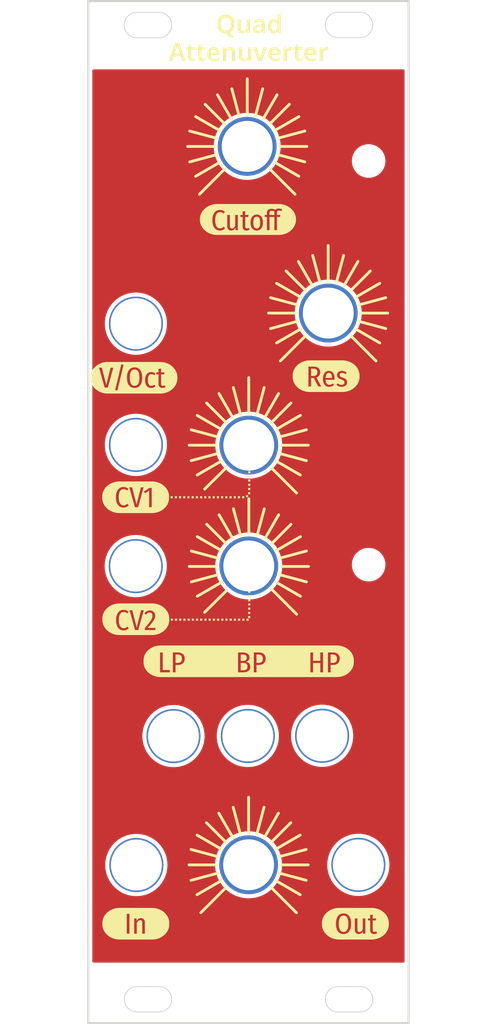
<source format=kicad_pcb>
(kicad_pcb (version 20211014) (generator pcbnew)
  (layers (0 "F.Cu" signal) (31 "B.Cu" signal) (34 "B.Paste" user) (35 "F.Paste" user) (36 "B.SilkS" user "B.Silkscreen") (37 "F.SilkS" user "F.Silkscreen") (38 "B.Mask" user) (39 "F.Mask" user) (44 "Edge.Cuts" user))
  (net 0 "")
  (footprint "Library:MountingHole_6.4mm_M6_MiniPad_TopBottom" (layer "F.Cu") (at 100.857779 103.75)
    (fp_text reference "REF**" hide)
    (fp_text value "MountingHole_6.4mm_M6_MiniPad_TopBottom")
    (pad "1" connect circle (at 0 0) (size 6.4 6.4) (layers "B.Cu" "B.Mask"))
    (pad "1" thru_hole circle (at 0 0) (size 6.8 6.8) (drill 6.4) (layers *.Cu *.Mask))
    (pad "1" connect circle (at 0 0) (size 6.4 6.4) (layers "F.Cu" "F.Mask"))
  )
  (footprint "Library:MountingHole_7.2mm_Pad_TopBottom" (layer "F.Cu") (at 115.08 88.54)
    (fp_text reference "GND" hide)
    (fp_text value "MountingHole_7.2mm_Pad_TopBottom")
    (pad "1" connect circle (at 0 0) (size 7.4 7.4) (layers "F.Cu" "F.Mask"))
    (pad "1" connect circle (at 0 0) (size 7.4 7.4) (layers "B.Cu" "B.Mask"))
    (pad "1" thru_hole circle (at 0 0) (size 7.2 7.2) (drill 6.4) (layers *.Cu *.Mask))
  )
  (footprint "Library:MountingHole_7.2mm_Pad_TopBottom" (layer "F.Cu") (at 114.88 50.98)
    (fp_text reference "GND" hide)
    (fp_text value "MountingHole_7.2mm_Pad_TopBottom")
    (pad "1" connect circle (at 0 0) (size 7.4 7.4) (layers "B.Cu" "B.Mask"))
    (pad "1" connect circle (at 0 0) (size 7.4 7.4) (layers "F.Cu" "F.Mask"))
    (pad "1" thru_hole circle (at 0 0) (size 7.2 7.2) (drill 6.4) (layers *.Cu *.Mask))
  )
  (footprint "Library:MountingHole_7.2mm_Pad_TopBottom" (layer "F.Cu") (at 115.06 141.3)
    (fp_text reference "GND" hide)
    (fp_text value "MountingHole_7.2mm_Pad_TopBottom")
    (pad "1" connect circle (at 0 0) (size 7.4 7.4) (layers "B.Cu" "B.Mask"))
    (pad "1" connect circle (at 0 0) (size 7.4 7.4) (layers "F.Cu" "F.Mask"))
    (pad "1" thru_hole circle (at 0 0) (size 7.2 7.2) (drill 6.4) (layers *.Cu *.Mask))
  )
  (footprint "Library:MountingHole_7.2mm_Pad_TopBottom" (layer "F.Cu") (at 115.08 103.73)
    (fp_text reference "GND" hide)
    (fp_text value "MountingHole_7.2mm_Pad_TopBottom")
    (pad "1" connect circle (at 0 0) (size 7.4 7.4) (layers "B.Cu" "B.Mask"))
    (pad "1" connect circle (at 0 0) (size 7.4 7.4) (layers "F.Cu" "F.Mask"))
    (pad "1" thru_hole circle (at 0 0) (size 7.2 7.2) (drill 6.4) (layers *.Cu *.Mask))
  )
  (footprint "Library:MountingHole_6.4mm_M6_MiniPad_TopBottom" (layer "F.Cu") (at 124.307779 125.080087)
    (fp_text reference "REF**" hide)
    (fp_text value "MountingHole_6.4mm_M6_MiniPad_TopBottom")
    (pad "1" connect circle (at 0 0) (size 6.4 6.4) (layers "B.Cu" "B.Mask"))
    (pad "1" thru_hole circle (at 0 0) (size 6.8 6.8) (drill 6.4) (layers *.Cu *.Mask))
    (pad "1" connect circle (at 0 0) (size 6.4 6.4) (layers "F.Cu" "F.Mask"))
  )
  (footprint "Library:MountingHole_6.4mm_M6_MiniPad_TopBottom" (layer "F.Cu") (at 100.878061 88.51)
    (fp_text reference "REF**" hide)
    (fp_text value "MountingHole_6.4mm_M6_MiniPad_TopBottom")
    (pad "1" thru_hole circle (at 0 0) (size 6.8 6.8) (drill 6.4) (layers *.Cu *.Mask))
    (pad "1" connect circle (at 0 0) (size 6.4 6.4) (layers "F.Cu" "F.Mask"))
    (pad "1" connect circle (at 0 0) (size 6.4 6.4) (layers "B.Cu" "B.Mask"))
  )
  (footprint "Library:MountingHole_7.2mm_Pad_TopBottom" (layer "F.Cu") (at 125.08 71.94)
    (fp_text reference "GND" hide)
    (fp_text value "MountingHole_7.2mm_Pad_TopBottom")
    (pad "1" thru_hole circle (at 0 0) (size 7.2 7.2) (drill 6.4) (layers *.Cu *.Mask))
    (pad "1" connect circle (at 0 0) (size 7.4 7.4) (layers "F.Cu" "F.Mask"))
    (pad "1" connect circle (at 0 0) (size 7.4 7.4) (layers "B.Cu" "B.Mask"))
  )
  (footprint "Library:MountingHole_6.4mm_M6_MiniPad_TopBottom" (layer "F.Cu") (at 105.607779 125.12)
    (fp_text reference "REF**" hide)
    (fp_text value "MountingHole_6.4mm_M6_MiniPad_TopBottom")
    (pad "1" thru_hole circle (at 0 0) (size 6.8 6.8) (drill 6.4) (layers *.Cu *.Mask))
    (pad "1" connect circle (at 0 0) (size 6.4 6.4) (layers "B.Cu" "B.Mask"))
    (pad "1" connect circle (at 0 0) (size 6.4 6.4) (layers "F.Cu" "F.Mask"))
  )
  (footprint "MountingHole:MountingHole_3.2mm_M3" (layer "F.Cu") (at 130.16 103.57)
    (fp_text reference "REF**" hide)
    (fp_text value "MountingHole_3.2mm_M3")
    (pad "" np_thru_hole circle (at 0 0) (size 3.2 3.2) (drill 3.2) (layers *.Cu *.Mask))
  )
  (footprint "MountingHole:MountingHole_3.2mm_M3" (layer "F.Cu") (at 130.16 52.82)
    (fp_text reference "REF**" hide)
    (fp_text value "MountingHole_3.2mm_M3")
    (pad "" np_thru_hole circle (at 0 0) (size 3.2 3.2) (drill 3.2) (layers *.Cu *.Mask))
  )
  (footprint "Library:MountingHole_6.4mm_M6_MiniPad_TopBottom" (layer "F.Cu") (at 114.957779 125.103642)
    (fp_text reference "REF**" hide)
    (fp_text value "MountingHole_6.4mm_M6_MiniPad_TopBottom")
    (pad "1" connect circle (at 0 0) (size 6.4 6.4) (layers "B.Cu" "B.Mask"))
    (pad "1" thru_hole circle (at 0 0) (size 6.8 6.8) (drill 6.4) (layers *.Cu *.Mask))
    (pad "1" connect circle (at 0 0) (size 6.4 6.4) (layers "F.Cu" "F.Mask"))
  )
  (footprint "Library:MountingHole_6.4mm_M6_MiniPad_TopBottom" (layer "F.Cu") (at 100.937779 141.33)
    (fp_text reference "REF**" hide)
    (fp_text value "MountingHole_6.4mm_M6_MiniPad_TopBottom")
    (pad "1" connect circle (at 0 0) (size 6.4 6.4) (layers "F.Cu" "F.Mask"))
    (pad "1" connect circle (at 0 0) (size 6.4 6.4) (layers "B.Cu" "B.Mask"))
    (pad "1" thru_hole circle (at 0 0) (size 6.8 6.8) (drill 6.4) (layers *.Cu *.Mask))
  )
  (footprint "Library:MountingHole_6.4mm_M6_MiniPad_TopBottom" (layer "F.Cu") (at 128.867779 141.310371)
    (fp_text reference "REF**" hide)
    (fp_text value "MountingHole_6.4mm_M6_MiniPad_TopBottom")
    (pad "1" connect circle (at 0 0) (size 6.4 6.4) (layers "F.Cu" "F.Mask"))
    (pad "1" thru_hole circle (at 0 0) (size 6.8 6.8) (drill 6.4) (layers *.Cu *.Mask))
    (pad "1" connect circle (at 0 0) (size 6.4 6.4) (layers "B.Cu" "B.Mask"))
  )
  (footprint "Library:MountingHole_6.4mm_M6_MiniPad_TopBottom" (layer "F.Cu") (at 100.88 73.27)
    (fp_text reference "REF**" hide)
    (fp_text value "MountingHole_6.4mm_M6_MiniPad_TopBottom")
    (pad "1" thru_hole circle (at 0 0) (size 6.8 6.8) (drill 6.4) (layers *.Cu *.Mask))
    (pad "1" connect circle (at 0 0) (size 6.4 6.4) (layers "F.Cu" "F.Mask"))
    (pad "1" connect circle (at 0 0) (size 6.4 6.4) (layers "B.Cu" "B.Mask"))
  )
  (gr_line (start 127.011351 64.697922) (end 126.10542 68.078592) (layer "F.SilkS") (width 0.352777))
  (gr_poly (pts (xy 116.112029 59.820118) (xy 116.124897 59.820985) (xy 116.13756 59.8222) (xy 116.150017 59.823762) (xy 116.162268 59.825671) (xy 116.174314 59.827927) (xy 116.186154 59.83053) (xy 116.197789 59.83348) (xy 116.209218 59.836778) (xy 116.220441 59.840423) (xy 116.231459 59.844414) (xy 116.242272 59.848754) (xy 116.252879 59.85344) (xy 116.26328 59.858474) (xy 116.273476 59.863854) (xy 116.283466 59.869583) (xy 116.293251 59.875658) (xy 116.30283 59.882081) (xy 116.312204 59.888851) (xy 116.321372 59.895969) (xy 116.330335 59.903433) (xy 116.339092 59.911246) (xy 116.347643 59.919405) (xy 116.355989 59.927912) (xy 116.364129 59.936767) (xy 116.372064 59.945969) (xy 116.379794 59.955518) (xy 116.387318 59.965415) (xy 116.394636 59.975659) (xy 116.401749 59.986251) (xy 116.408656 59.99719) (xy 116.421835 60.020216) (xy 116.434157 60.044836) (xy 116.445622 60.071047) (xy 116.456232 60.09885) (xy 116.465987 60.128244) (xy 116.474888 60.159227) (xy 116.482937 60.1918) (xy 116.490134 60.22596) (xy 116.49648 60.261709) (xy 116.501977 60.299044) (xy 116.506625 60.337964) (xy 116.510426 60.37847) (xy 116.513381 60.420561) (xy 116.51549 60.464234) (xy 116.517176 60.55633) (xy 116.516741 60.603619) (xy 116.515434 60.649314) (xy 116.513254 60.693417) (xy 116.510201 60.735928) (xy 116.506273 60.776848) (xy 116.50147 60.816178) (xy 116.49579 60.853918) (xy 116.489231 60.890069) (xy 116.481794 60.924633) (xy 116.473477 60.957609) (xy 116.464279 60.988999) (xy 116.454199 61.018804) (xy 116.443236 61.047025) (xy 116.431389 61.073661) (xy 116.418656 61.098715) (xy 116.405037 61.122186) (xy 116.391012 61.14372) (xy 116.376154 61.163864) (xy 116.360465 61.182616) (xy 116.343946 61.199979) (xy 116.326598 61.215951) (xy 116.308424 61.230533) (xy 116.289425 61.243726) (xy 116.269602 61.255529) (xy 116.248957 61.265942) (xy 116.227491 61.274967) (xy 116.205205 61.282602) (xy 116.182102 61.288849) (xy 116.158183 61.293708) (xy 116.133449 61.297178) (xy 116.107902 61.299259) (xy 116.081543 61.299953) (xy 116.055191 61.299259) (xy 116.042323 61.298392) (xy 116.02966 61.297178) (xy 116.017204 61.295616) (xy 116.004952 61.293708) (xy 115.992906 61.291452) (xy 115.981066 61.288849) (xy 115.969432 61.285899) (xy 115.958003 61.282602) (xy 115.946779 61.278958) (xy 115.935761 61.274967) (xy 115.924949 61.270628) (xy 115.914342 61.265942) (xy 115.903941 61.260909) (xy 115.893745 61.255529) (xy 115.883755 61.249801) (xy 115.87397 61.243726) (xy 115.864391 61.237303) (xy 115.855017 61.230533) (xy 115.845849 61.223416) (xy 115.836887 61.215951) (xy 115.82813 61.208139) (xy 115.819579 61.199979) (xy 115.811233 61.191471) (xy 115.803092 61.182616) (xy 115.795158 61.173414) (xy 115.787428 61.163864) (xy 115.779905 61.153966) (xy 115.772586 61.14372) (xy 115.765474 61.133127) (xy 115.758566 61.122186) (xy 115.745387 61.098729) (xy 115.733065 61.073717) (xy 115.7216 61.047151) (xy 115.710991 61.019029) (xy 115.701236 60.989351) (xy 115.692335 60.958115) (xy 115.684286 60.925322) (xy 115.677089 60.89097) (xy 115.670743 60.855058) (xy 115.665246 60.817587) (xy 115.660597 60.778554) (xy 115.656796 60.737959) (xy 115.653841 60.695802) (xy 115.651732 60.652082) (xy 115.650046 60.559948) (xy 115.650467 60.51267) (xy 115.651732 60.467002) (xy 115.653841 60.422945) (xy 115.656796 60.380501) (xy 115.660597 60.33967) (xy 115.665246 60.300452) (xy 115.670743 60.262849) (xy 115.677089 60.226861) (xy 115.684286 60.192489) (xy 115.692335 60.159733) (xy 115.701236 60.128595) (xy 115.710991 60.099075) (xy 115.7216 60.071174) (xy 115.733065 60.044892) (xy 115.745387 60.020231) (xy 115.758566 59.99719) (xy 115.773031 59.975659) (xy 115.7883 59.955518) (xy 115.804372 59.936767) (xy 115.821245 59.919405) (xy 115.838917 59.903433) (xy 115.857388 59.888851) (xy 115.876656 59.875658) (xy 115.896719 59.863854) (xy 115.917575 59.85344) (xy 115.939224 59.844414) (xy 115.961664 59.836778) (xy 115.984894 59.83053) (xy 116.008911 59.825671) (xy 116.033715 59.8222) (xy 116.059304 59.820118) (xy 116.085677 59.819424)) (layer "F.SilkS") (width 0) (fill solid))
  (gr_line (start 122.59083 103.792114) (end 119.090921 103.792114) (layer "F.SilkS") (width 0.352777))
  (gr_poly (pts (xy 115.264235 110.028611) (xy 115.262154 110.293191) (xy 114.99757 110.291078) (xy 114.999651 110.02649)) (layer "F.SilkS") (width 0) (fill solid))
  (gr_poly (pts (xy 109.128216 38.531312) (xy 109.617166 38.531312) (xy 109.617166 38.832936) (xy 109.128216 38.832936) (xy 109.128216 39.725112) (xy 109.128464 39.739957) (xy 109.129208 39.754332) (xy 109.130448 39.768235) (xy 109.132185 39.781666) (xy 109.134417 39.794627) (xy 109.137146 39.807116) (xy 109.14037 39.819134) (xy 109.144091 39.83068) (xy 109.148308 39.841755) (xy 109.153021 39.852359) (xy 109.15823 39.862492) (xy 109.163935 39.872154) (xy 109.170137 39.881344) (xy 109.176834 39.890062) (xy 109.184027 39.89831) (xy 109.191717 39.906086) (xy 109.199803 39.913007) (xy 109.208187 39.919481) (xy 109.216869 39.925508) (xy 109.225848 39.931089) (xy 109.235125 39.936224) (xy 109.2447 39.940912) (xy 109.254572 39.945154) (xy 109.264742 39.948949) (xy 109.275209 39.952297) (xy 109.285974 39.955199) (xy 109.297037 39.957655) (xy 109.308397 39.959664) (xy 109.320055 39.961227) (xy 109.332011 39.962343) (xy 109.344264 39.963013) (xy 109.356815 39.963236) (xy 109.356815 39.963237) (xy 109.375022 39.963038) (xy 109.39313 39.962443) (xy 109.411139 39.961451) (xy 109.429049 39.960062) (xy 109.446859 39.958276) (xy 109.464569 39.956093) (xy 109.482181 39.953513) (xy 109.499693 39.950536) (xy 109.535411 39.942401) (xy 109.552676 39.938184) (xy 109.569543 39.933868) (xy 109.586013 39.929453) (xy 109.602087 39.924938) (xy 109.617763 39.920324) (xy 109.633043 39.915611) (xy 109.633043 40.214062) (xy 109.616572 40.221056) (xy 109.598911 40.227754) (xy 109.580059 40.234153) (xy 109.560017 40.240255) (xy 109.538784 40.24606) (xy 109.516361 40.251566) (xy 109.492747 40.256775) (xy 109.467943 40.261687) (xy 109.442393 40.266896) (xy 109.416546 40.27141) (xy 109.390402 40.27523) (xy 109.36396 40.278355) (xy 109.337221 40.280786) (xy 109.310183 40.282522) (xy 109.282849 40.283564) (xy 109.255216 40.283911) (xy 109.237059 40.283725) (xy 109.219101 40.283167) (xy 109.201341 40.282237) (xy 109.183779 40.280935) (xy 109.166416 40.279261) (xy 109.149251 40.277214) (xy 109.132285 40.274796) (xy 109.115517 40.272005) (xy 109.098947 40.268843) (xy 109.082576 40.265308) (xy 109.066403 40.261401) (xy 109.050429 40.257122) (xy 109.034653 40.252472) (xy 109.019076 40.247449) (xy 109.003696 40.242054) (xy 108.988516 40.236286) (xy 108.973633 40.229664) (xy 108.959147 40.222495) (xy 108.945058 40.214781) (xy 108.931366 40.206521) (xy 108.918071 40.197715) (xy 108.905172 40.188364) (xy 108.892671 40.178467) (xy 108.880566 40.168024) (xy 108.868858 40.157036) (xy 108.857547 40.145502) (xy 108.846633 40.133422) (xy 108.836116 40.120796) (xy 108.825996 40.107625) (xy 108.816272 40.093908) (xy 108.806945 40.079645) (xy 108.798015 40.064837) (xy 108.789557 40.049383) (xy 108.781645 40.033186) (xy 108.774278 40.016244) (xy 108.767457 39.998559) (xy 108.761182 39.980129) (xy 108.755452 39.960955) (xy 108.750268 39.941036) (xy 108.745629 39.920374) (xy 108.741537 39.898968) (xy 108.737989 39.876817) (xy 108.734988 39.853922) (xy 108.732532 39.830283) (xy 108.730622 39.8059) (xy 108.729258 39.780773) (xy 108.728439 39.754902) (xy 108.728166 39.728287) (xy 108.728166 38.832936) (xy 108.496391 38.832936) (xy 108.496391 38.658312) (xy 108.750391 38.518611) (xy 108.877392 38.153487) (xy 109.128216 38.153487)) (layer "F.SilkS") (width 0) (fill solid))
  (gr_poly (pts (xy 109.235303 110.616334) (xy 108.970721 110.616334) (xy 108.970721 110.351747) (xy 109.235303 110.351747)) (layer "F.SilkS") (width 0) (fill solid))
  (gr_poly (pts (xy 109.76447 110.616334) (xy 109.499887 110.616334) (xy 109.499887 110.351747) (xy 109.76447 110.351747)) (layer "F.SilkS") (width 0) (fill solid))
  (gr_line (start 109.757466 136.008753) (end 112.232554 138.483843) (layer "F.SilkS") (width 0.352777))
  (gr_line (start 117.919279 106.620544) (end 121.101333 109.802604) (layer "F.SilkS") (width 0.352777))
  (gr_line (start 111.090734 103.792114) (end 107.590827 103.792114) (layer "F.SilkS") (width 0.352777))
  (gr_poly (pts (xy 113.448636 95.230372) (xy 113.184054 95.230372) (xy 113.184054 94.965789) (xy 113.448636 94.965789)) (layer "F.SilkS") (width 0) (fill solid))
  (gr_poly (pts (xy 112.78016 38.500145) (xy 112.814787 38.501894) (xy 112.848422 38.504808) (xy 112.881065 38.508889) (xy 112.912716 38.514135) (xy 112.943374 38.520547) (xy 112.97304 38.528125) (xy 113.001715 38.536868) (xy 113.029396 38.546777) (xy 113.056086 38.557853) (xy 113.081784 38.570094) (xy 113.10649 38.583501) (xy 113.130203 38.598074) (xy 113.152924 38.613812) (xy 113.174653 38.630716) (xy 113.19539 38.648787) (xy 113.215383 38.668159) (xy 113.234085 38.68897) (xy 113.251498 38.71122) (xy 113.267621 38.734909) (xy 113.282454 38.760036) (xy 113.295998 38.786602) (xy 113.308251 38.814606) (xy 113.319215 38.844049) (xy 113.328889 38.874931) (xy 113.337273 38.907252) (xy 113.344367 38.941011) (xy 113.350172 38.976209) (xy 113.354686 39.012845) (xy 113.357911 39.050921) (xy 113.359846 39.090434) (xy 113.360491 39.131387) (xy 113.360491 40.252162) (xy 112.960439 40.252162) (xy 112.960439 39.210762) (xy 112.959199 39.163856) (xy 112.955479 39.119977) (xy 112.949278 39.079123) (xy 112.940596 39.041296) (xy 112.935325 39.023517) (xy 112.929434 39.006495) (xy 112.922923 38.990229) (xy 112.915792 38.97472) (xy 112.90804 38.959968) (xy 112.899669 38.945972) (xy 112.890677 38.932732) (xy 112.881065 38.920249) (xy 112.870834 38.908523) (xy 112.859982 38.897553) (xy 112.848509 38.88734) (xy 112.836417 38.877883) (xy 112.823705 38.869183) (xy 112.810372 38.861239) (xy 112.79642 38.854052) (xy 112.781847 38.847621) (xy 112.766654 38.841947) (xy 112.750841 38.837029) (xy 112.734408 38.832868) (xy 112.717355 38.829464) (xy 112.699681 38.826816) (xy 112.681388 38.824925) (xy 112.662474 38.82379) (xy 112.64294 38.823412) (xy 112.613373 38.824007) (xy 112.584996 38.825793) (xy 112.55781 38.82877) (xy 112.531815 38.832937) (xy 112.50701 38.838295) (xy 112.483396 38.844843) (xy 112.460973 38.852582) (xy 112.43974 38.861512) (xy 112.419698 38.871632) (xy 112.400846 38.882943) (xy 112.383185 38.895445) (xy 112.366715 38.909137) (xy 112.351435 38.92402) (xy 112.337346 38.940093) (xy 112.324448 38.957357) (xy 112.31274 38.975812) (xy 112.301975 38.99537) (xy 112.291904 39.015946) (xy 112.282528 39.037538) (xy 112.273846 39.060148) (xy 112.265859 39.083774) (xy 112.258567 39.108417) (xy 112.251969 39.134078) (xy 112.246065 39.160755) (xy 112.240856 39.18845) (xy 112.236342 39.217161) (xy 112.232522 39.24689) (xy 112.229397 39.277635) (xy 112.226966 39.309397) (xy 112.22523 39.342177) (xy 112.224188 39.375973) (xy 112.22384 39.410787) (xy 112.22384 40.252162) (xy 111.823787 40.252162) (xy 111.823787 38.531312) (xy 112.131763 38.531312) (xy 112.188915 38.756737) (xy 112.211139 38.756737) (xy 112.221693 38.740353) (xy 112.232719 38.72454) (xy 112.244215 38.709298) (xy 112.256184 38.694626) (xy 112.268623 38.680524) (xy 112.281534 38.666993) (xy 112.294916 38.654033) (xy 112.30877 38.641643) (xy 112.323094 38.629824) (xy 112.33789 38.618575) (xy 112.353158 38.607896) (xy 112.368896 38.597788) (xy 112.385106 38.588251) (xy 112.401787 38.579284) (xy 112.41894 38.570888) (xy 112.436563 38.563062) (xy 112.454882 38.555373) (xy 112.473324 38.548179) (xy 112.491891 38.541482) (xy 112.510581 38.535281) (xy 112.529396 38.529575) (xy 112.548334 38.524366) (xy 112.567396 38.519654) (xy 112.586583 38.515437) (xy 112.605893 38.511716) (xy 112.625327 38.508492) (xy 112.644886 38.505763) (xy 112.664568 38.503531) (xy 112.684374 38.501794) (xy 112.704305 38.500554) (xy 112.724359 38.49981) (xy 112.744537 38.499562) (xy 112.744541 38.499562)) (layer "F.SilkS") (width 0) (fill solid))
  (gr_line (start 113.389672 50.978184) (end 116.389695 50.978184) (layer "F.SilkS") (width 0.176388))
  (gr_poly (pts (xy 113.468636 110.616334) (xy 113.204054 110.616334) (xy 113.204054 110.351747) (xy 113.468636 110.351747)) (layer "F.SilkS") (width 0) (fill solid))
  (gr_line (start 128.933886 72.977712) (end 132.314555 73.883646) (layer "F.SilkS") (width 0.352777))
  (gr_line (start 107.846308 101.85099) (end 111.226976 102.756927) (layer "F.SilkS") (width 0.352777))
  (gr_poly (pts (xy 115.27874 107.911943) (xy 115.276659 108.176522) (xy 115.012076 108.174409) (xy 115.014158 107.909829)) (layer "F.SilkS") (width 0) (fill solid))
  (gr_line (start 114.89 42.49) (end 114.89 46.990031) (layer "F.SilkS") (width 0.352777))
  (gr_line (start 111.214733 89.585929) (end 107.834063 90.491862) (layer "F.SilkS") (width 0.352777))
  (gr_poly (pts (xy 116.408489 39.525087) (xy 116.416327 39.548403) (xy 116.423966 39.572315) (xy 116.431408 39.596822) (xy 116.43865 39.621924) (xy 116.445695 39.647622) (xy 116.452541 39.673915) (xy 116.459189 39.700803) (xy 116.465639 39.728287) (xy 116.472435 39.755522) (xy 116.478537 39.781666) (xy 116.483944 39.806719) (xy 116.488657 39.83068) (xy 116.492675 39.85355) (xy 116.495998 39.875329) (xy 116.498627 39.896016) (xy 116.500561 39.915611) (xy 116.513263 39.915611) (xy 116.515942 39.895321) (xy 116.519217 39.874138) (xy 116.523086 39.852062) (xy 116.527551 39.829093) (xy 116.532611 39.805231) (xy 116.538267 39.780476) (xy 116.544517 39.754828) (xy 116.551363 39.728287) (xy 116.565849 39.673915) (xy 116.580733 39.621924) (xy 116.596013 39.572315) (xy 116.61169 39.525087) (xy 116.954588 38.531312) (xy 117.376863 38.531312) (xy 116.722814 40.252162) (xy 116.297365 40.252162) (xy 115.643314 38.531312) (xy 116.065588 38.531312)) (layer "F.SilkS") (width 0) (fill solid))
  (gr_poly (pts (xy 109.74447 95.230372) (xy 109.479887 95.230372) (xy 109.479887 94.965789) (xy 109.74447 94.965789)) (layer "F.SilkS") (width 0) (fill solid))
  (gr_poly (pts (xy 111.351971 110.616334) (xy 111.087386 110.616334) (xy 111.087386 110.351747) (xy 111.351971 110.351747)) (layer "F.SilkS") (width 0) (fill solid))
  (gr_line (start 107.816308 139.370997) (end 111.196976 140.276934) (layer "F.SilkS") (width 0.352777))
  (gr_line (start 115.060845 132.812044) (end 115.060845 137.312083) (layer "F.SilkS") (width 0.352777))
  (gr_line (start 132.314559 70.001329) (end 128.93389 70.907263) (layer "F.SilkS") (width 0.352777))
  (gr_line (start 111.596638 143.312166) (end 108.565572 145.061945) (layer "F.SilkS") (width 0.352777))
  (gr_line (start 113.119687 134.067591) (end 114.025267 137.44826) (layer "F.SilkS") (width 0.352777))
  (gr_line (start 118.542599 90.550704) (end 121.573665 92.300479) (layer "F.SilkS") (width 0.352777))
  (gr_line (start 123.129069 64.697922) (end 124.034651 68.078592) (layer "F.SilkS") (width 0.352777))
  (gr_line (start 120.394049 98.488738) (end 117.919313 100.963828) (layer "F.SilkS") (width 0.352777))
  (gr_poly (pts (xy 127.0411 147.687891) (xy 127.058782 147.689099) (xy 127.076189 147.69079) (xy 127.093319 147.692965) (xy 127.110174 147.695622) (xy 127.126752 147.698762) (xy 127.143055 147.702386) (xy 127.159081 147.706492) (xy 127.174831 147.71108) (xy 127.190305 147.716151) (xy 127.205503 147.721704) (xy 127.220425 147.72774) (xy 127.23507 147.734258) (xy 127.24944 147.741258) (xy 127.263532 147.74874) (xy 127.277348 147.756704) (xy 127.290888 147.76515) (xy 127.304151 147.774078) (xy 127.317138 147.783487) (xy 127.329848 147.793378) (xy 127.342282 147.803751) (xy 127.354439 147.814605) (xy 127.366319 147.825941) (xy 127.377922 147.837757) (xy 127.389248 147.850055) (xy 127.400298 147.862834) (xy 127.411071 147.876094) (xy 127.421566 147.889834) (xy 127.431785 147.904056) (xy 127.451392 147.933941) (xy 127.470288 147.965463) (xy 127.487966 147.999244) (xy 127.504425 148.035286) (xy 127.519665 148.07359) (xy 127.533686 148.114158) (xy 127.546488 148.156989) (xy 127.558071 148.202086) (xy 127.568435 148.24945) (xy 127.57758 148.299083) (xy 127.585505 148.350984) (xy 127.592212 148.405156) (xy 127.597699 148.4616) (xy 127.601967 148.520317) (xy 127.605016 148.581308) (xy 127.606845 148.644574) (xy 127.607455 148.710117) (xy 127.606845 148.776107) (xy 127.605016 148.839801) (xy 127.601967 148.9012) (xy 127.597699 148.960304) (xy 127.592212 149.017112) (xy 127.585505 149.071625) (xy 127.57758 149.123841) (xy 127.568435 149.173761) (xy 127.558071 149.221385) (xy 127.546488 149.266712) (xy 127.533686 149.309741) (xy 127.519665 149.350474) (xy 127.504425 149.388909) (xy 127.487966 149.425047) (xy 127.470288 149.458887) (xy 127.451392 149.490429) (xy 127.431785 149.519875) (xy 127.411071 149.547426) (xy 127.389248 149.573083) (xy 127.366319 149.596844) (xy 127.342282 149.618708) (xy 127.317138 149.638675) (xy 127.290888 149.656744) (xy 127.263532 149.672914) (xy 127.23507 149.687185) (xy 127.205503 149.699556) (xy 127.174831 149.710025) (xy 127.143055 149.718593) (xy 127.110174 149.725257) (xy 127.076189 149.730019) (xy 127.0411 149.732877) (xy 127.004908 149.733829) (xy 126.967847 149.732832) (xy 126.931964 149.729842) (xy 126.89726 149.724858) (xy 126.863734 149.717881) (xy 126.831387 149.708911) (xy 126.800217 149.697947) (xy 126.770226 149.684991) (xy 126.741412 149.670042) (xy 126.713777 149.6531) (xy 126.687318 149.634166) (xy 126.662037 149.613239) (xy 126.637934 149.590319) (xy 126.615007 149.565408) (xy 126.593258 149.538504) (xy 126.572685 149.509609) (xy 126.553289 149.478721) (xy 126.518027 149.410972) (xy 126.48747 149.335256) (xy 126.461618 149.251576) (xy 126.440468 149.159931) (xy 126.42402 149.060324) (xy 126.412273 148.952754) (xy 126.405225 148.837224) (xy 126.402876 148.713734) (xy 126.403464 148.65055) (xy 126.405225 148.589373) (xy 126.408162 148.530203) (xy 126.412273 148.47304) (xy 126.417559 148.417883) (xy 126.42402 148.364733) (xy 126.431656 148.31359) (xy 126.440468 148.264453) (xy 126.450455 148.217322) (xy 126.461618 148.172198) (xy 126.473956 148.12908) (xy 126.48747 148.087968) (xy 126.502161 148.048862) (xy 126.518027 148.011762) (xy 126.53507 147.976668) (xy 126.553289 147.94358) (xy 126.572685 147.912498) (xy 126.593258 147.883422) (xy 126.615007 147.856352) (xy 126.637934 147.831287) (xy 126.662037 147.808227) (xy 126.687318 147.787174) (xy 126.713777 147.768125) (xy 126.741412 147.751082) (xy 126.770226 147.736045) (xy 126.800217 147.723012) (xy 126.831387 147.711985) (xy 126.863734 147.702963) (xy 126.89726 147.695946) (xy 126.931964 147.690933) (xy 126.967847 147.687926) (xy 127.004908 147.686924)) (layer "F.SilkS") (width 0) (fill solid))
  (gr_line (start 111.197013 142.347391) (end 107.816344 143.253329) (layer "F.SilkS") (width 0.352777))
  (gr_poly (pts (xy 105.511138 95.230372) (xy 105.246555 95.230372) (xy 105.246555 94.965789) (xy 105.511138 94.965789)) (layer "F.SilkS") (width 0) (fill solid))
  (gr_poly (pts (xy 120.401443 38.49976) (xy 120.423271 38.500356) (xy 120.445893 38.501348) (xy 120.469309 38.502736) (xy 120.481761 38.503629) (xy 120.493717 38.504721) (xy 120.505177 38.506011) (xy 120.51614 38.507499) (xy 120.526608 38.509186) (xy 120.53658 38.511071) (xy 120.546055 38.513155) (xy 120.555034 38.515437) (xy 120.520109 38.886912) (xy 120.511973 38.885374) (xy 120.503441 38.883935) (xy 120.494511 38.882595) (xy 120.485184 38.881355) (xy 120.475461 38.880214) (xy 120.46534 38.879172) (xy 120.454823 38.87823) (xy 120.443909 38.877386) (xy 120.432945 38.875898) (xy 120.422279 38.874608) (xy 120.411911 38.873517) (xy 120.401841 38.872624) (xy 120.392068 38.87193) (xy 120.382593 38.871434) (xy 120.373415 38.871136) (xy 120.364536 38.871037) (xy 120.348723 38.871248) (xy 120.333034 38.87188) (xy 120.317469 38.872934) (xy 120.302028 38.87441) (xy 120.286711 38.876308) (xy 120.271518 38.878627) (xy 120.256449 38.881368) (xy 120.241504 38.88453) (xy 120.226683 38.888115) (xy 120.211986 38.892121) (xy 120.197413 38.896548) (xy 120.182964 38.901397) (xy 120.168639 38.906668) (xy 120.154439 38.912361) (xy 120.140362 38.918475) (xy 120.126409 38.925011) (xy 120.11268 38.931597) (xy 120.099273 38.938654) (xy 120.086189 38.946182) (xy 120.073427 38.954182) (xy 120.060987 38.962653) (xy 120.04887 38.971595) (xy 120.037076 38.981008) (xy 120.025604 38.990893) (xy 120.014454 39.001249) (xy 120.003627 39.012076) (xy 119.993123 39.023374) (xy 119.98294 39.035144) (xy 119.973081 39.047385) (xy 119.963543 39.060098) (xy 119.954329 39.073281) (xy 119.945436 39.086936) (xy 119.937362 39.100653) (xy 119.929809 39.114817) (xy 119.922777 39.129427) (xy 119.916266 39.144483) (xy 119.910275 39.159986) (xy 119.904806 39.175935) (xy 119.899857 39.192331) (xy 119.89543 39.209174) (xy 119.891523 39.226463) (xy 119.888137 39.244198) (xy 119.885272 39.26238) (xy 119.882928 39.281008) (xy 119.881105 39.300083) (xy 119.879803 39.319604) (xy 119.879022 39.339572) (xy 119.878761 39.359987) (xy 119.878761 40.252162) (xy 119.47871 40.252162) (xy 119.47871 38.531312) (xy 119.786686 38.531312) (xy 119.843838 38.829762) (xy 119.862886 38.829762) (xy 119.872634 38.812858) (xy 119.882829 38.796276) (xy 119.893471 38.780016) (xy 119.904558 38.764079) (xy 119.916093 38.748465) (xy 119.928073 38.733172) (xy 119.940501 38.718203) (xy 119.953374 38.703556) (xy 119.966695 38.689231) (xy 119.980461 38.675229) (xy 119.994674 38.661549) (xy 120.009334 38.648192) (xy 120.02444 38.635157) (xy 120.039993 38.622444) (xy 120.055992 38.610054) (xy 120.072437 38.597987) (xy 120.089267 38.586068) (xy 120.106419 38.574919) (xy 120.123894 38.564538) (xy 120.141691 38.554926) (xy 120.159811 38.546083) (xy 120.178253 38.538009) (xy 120.197018 38.530704) (xy 120.216105 38.524168) (xy 120.235515 38.518401) (xy 120.255247 38.513403) (xy 120.275301 38.509174) (xy 120.295678 38.505714) (xy 120.316378 38.503022) (xy 120.3374 38.5011) (xy 120.358744 38.499946) (xy 120.38041 38.499562)) (layer "F.SilkS") (width 0) (fill solid))
  (gr_poly (pts (xy 107.140669 40.252162) (xy 106.708868 40.252162) (xy 106.502493 39.652087) (xy 105.648417 39.652087) (xy 105.445217 40.252162) (xy 105.013418 40.252162) (xy 105.360312 39.302837) (xy 105.759543 39.302837) (xy 106.397718 39.302837) (xy 106.200867 38.718637) (xy 106.193724 38.694427) (xy 106.184992 38.666249) (xy 106.174674 38.634102) (xy 106.162767 38.597987) (xy 106.137368 38.520993) (xy 106.111968 38.442412) (xy 106.101451 38.402923) (xy 106.092124 38.367006) (xy 106.083988 38.33466) (xy 106.077042 38.305886) (xy 106.06851 38.338827) (xy 106.058786 38.374149) (xy 106.047872 38.411852) (xy 106.035767 38.451936) (xy 106.024655 38.492616) (xy 106.013543 38.532105) (xy 106.00243 38.570404) (xy 105.991317 38.607512) (xy 105.980999 38.641842) (xy 105.972268 38.671806) (xy 105.965123 38.697404) (xy 105.959567 38.718637) (xy 105.759543 39.302837) (xy 105.360312 39.302837) (xy 105.845267 37.975687) (xy 106.308817 37.975687)) (layer "F.SilkS") (width 0) (fill solid))
  (gr_line (start 109.586621 45.686704) (end 112.061709 48.161793) (layer "F.SilkS") (width 0.352777))
  (gr_line (start 118.924502 142.347391) (end 122.305173 143.253329) (layer "F.SilkS") (width 0.352777))
  (gr_line (start 130.373435 66.639082) (end 127.898695 69.114172) (layer "F.SilkS") (width 0.352777))
  (gr_poly (pts (xy 114.50697 95.230372) (xy 114.242387 95.230372) (xy 114.242387 94.965789) (xy 114.50697 94.965789)) (layer "F.SilkS") (width 0) (fill solid))
  (gr_poly (pts (xy 108.156972 95.230372) (xy 107.892388 95.230372) (xy 107.892388 94.965789) (xy 108.156972 94.965789)) (layer "F.SilkS") (width 0) (fill solid))
  (gr_poly (pts (xy 115.056137 110.616334) (xy 114.791554 110.616334) (xy 114.791554 110.351747) (xy 115.056137 110.351747)) (layer "F.SilkS") (width 0) (fill solid))
  (gr_poly (pts (xy 113.977803 95.230372) (xy 113.713219 95.230372) (xy 113.713219 94.965789) (xy 113.977803 94.965789)) (layer "F.SilkS") (width 0) (fill solid))
  (gr_poly (pts (xy 100.751895 79.034303) (xy 100.769571 79.035511) (xy 100.786968 79.037203) (xy 100.804087 79.039377) (xy 100.820927 79.042034) (xy 100.83749 79.045174) (xy 100.853775 79.048797) (xy 100.869783 79.052903) (xy 100.885513 79.057491) (xy 100.900966 79.062562) (xy 100.916142 79.068115) (xy 100.93104 79.07415) (xy 100.945662 79.080668) (xy 100.960007 79.087668) (xy 100.974076 79.09515) (xy 100.987868 79.103113) (xy 101.001384 79.111559) (xy 101.014623 79.120487) (xy 101.027587 79.129896) (xy 101.040275 79.139787) (xy 101.052687 79.150159) (xy 101.064823 79.161013) (xy 101.076685 79.172349) (xy 101.08827 79.184165) (xy 101.099581 79.196463) (xy 101.110617 79.209242) (xy 101.121378 79.222502) (xy 101.131864 79.236242) (xy 101.142076 79.250464) (xy 101.161676 79.28035) (xy 101.180573 79.311878) (xy 101.198251 79.345675) (xy 101.21471 79.381743) (xy 101.22995 79.42008) (xy 101.243971 79.460687) (xy 101.256773 79.503563) (xy 101.268356 79.548707) (xy 101.27872 79.596119) (xy 101.287865 79.6458) (xy 101.29579 79.697749) (xy 101.302497 79.751965) (xy 101.307984 79.808448) (xy 101.312252 79.867199) (xy 101.315301 79.928216) (xy 101.31713 79.991499) (xy 101.31774 80.057049) (xy 101.31713 80.123032) (xy 101.315301 80.186709) (xy 101.312252 80.248083) (xy 101.307984 80.307153) (xy 101.302497 80.363923) (xy 101.29579 80.418391) (xy 101.287865 80.470561) (xy 101.27872 80.520433) (xy 101.268356 80.568008) (xy 101.256773 80.613288) (xy 101.243971 80.656274) (xy 101.22995 80.696968) (xy 101.21471 80.735369) (xy 101.198251 80.771481) (xy 101.180573 80.805303) (xy 101.161676 80.836838) (xy 101.142076 80.866285) (xy 101.121378 80.893837) (xy 101.099581 80.919495) (xy 101.076685 80.943256) (xy 101.052687 80.965121) (xy 101.027587 80.985089) (xy 101.001384 81.003158) (xy 100.974076 81.019328) (xy 100.945662 81.033599) (xy 100.916142 81.045969) (xy 100.885513 81.056438) (xy 100.853775 81.065006) (xy 100.820927 81.071671) (xy 100.786968 81.076432) (xy 100.751895 81.079289) (xy 100.715709 81.080242) (xy 100.678646 81.079247) (xy 100.642759 81.076261) (xy 100.608048 81.071284) (xy 100.574513 81.064316) (xy 100.542154 81.055357) (xy 100.510971 81.044407) (xy 100.480964 81.031466) (xy 100.452133 81.016534) (xy 100.424478 80.999611) (xy 100.398 80.980696) (xy 100.372697 80.959791) (xy 100.348572 80.936893) (xy 100.325622 80.912005) (xy 100.303849 80.885124) (xy 100.283253 80.856253) (xy 100.263832 80.825389) (xy 100.228522 80.757687) (xy 100.197919 80.682018) (xy 100.172022 80.598382) (xy 100.150834 80.506777) (xy 100.134353 80.407203) (xy 100.12258 80.29966) (xy 100.115516 80.184148) (xy 100.113162 80.060665) (xy 100.11375 79.997479) (xy 100.115516 79.936297) (xy 100.11846 79.877119) (xy 100.12258 79.819946) (xy 100.127878 79.764777) (xy 100.134353 79.711613) (xy 100.142005 79.660453) (xy 100.150834 79.611299) (xy 100.16084 79.564149) (xy 100.172022 79.519004) (xy 100.184382 79.475864) (xy 100.197919 79.43473) (xy 100.212632 79.395601) (xy 100.228522 79.358478) (xy 100.245589 79.32336) (xy 100.263832 79.290248) (xy 100.283253 79.259142) (xy 100.303849 79.230042) (xy 100.325622 79.202948) (xy 100.348572 79.177861) (xy 100.372697 79.154779) (xy 100.398 79.133704) (xy 100.424478 79.114636) (xy 100.452133 79.097575) (xy 100.480964 79.08252) (xy 100.510971 79.069472) (xy 100.542154 79.058431) (xy 100.574513 79.049397) (xy 100.608048 79.042371) (xy 100.642759 79.037352) (xy 100.678646 79.03434) (xy 100.715709 79.033337)) (layer "F.SilkS") (width 0) (fill solid))
  (gr_line (start 122.305174 139.370997) (end 118.924504 140.276934) (layer "F.SilkS") (width 0.352777))
  (gr_line (start 120.364049 136.008753) (end 117.889313 138.483843) (layer "F.SilkS") (width 0.352777))
  (gr_line (start 122.578552 88.550666) (end 119.078646 88.550666) (layer "F.SilkS") (width 0.352777))
  (gr_line (start 111.328398 82.055461) (end 113.078529 85.086528) (layer "F.SilkS") (width 0.352777))
  (gr_line (start 118.639992 44.494867) (end 116.889861 47.525934) (layer "F.SilkS") (width 0.352777))
  (gr_poly (pts (xy 119.083919 36.732162) (xy 118.772769 36.732162) (xy 118.699743 36.506736) (xy 118.683869 36.506736) (xy 118.674554 36.520106) (xy 118.664868 36.533228) (xy 118.65481 36.546102) (xy 118.64438 36.558727) (xy 118.633577 36.571105) (xy 118.622403 36.583234) (xy 118.610856 36.595116) (xy 118.598938 36.606749) (xy 118.586647 36.618135) (xy 118.573984 36.629272) (xy 118.560949 36.640161) (xy 118.547542 36.650802) (xy 118.533763 36.661196) (xy 118.519612 36.671341) (xy 118.505089 36.681238) (xy 118.490193 36.690887) (xy 118.474827 36.69973) (xy 118.45889 36.708002) (xy 118.442383 36.715704) (xy 118.425305 36.722835) (xy 118.407656 36.729396) (xy 118.389437 36.735386) (xy 118.370648 36.740806) (xy 118.351288 36.745656) (xy 118.331357 36.749934) (xy 118.310856 36.753643) (xy 118.289784 36.75678) (xy 118.268142 36.759347) (xy 118.24593 36.761344) (xy 118.223147 36.76277) (xy 118.199793 36.763626) (xy 118.175869 36.763911) (xy 118.138625 36.763031) (xy 118.102298 36.760389) (xy 118.066889 36.755986) (xy 118.032398 36.749822) (xy 117.998825 36.741897) (xy 117.96617 36.732211) (xy 117.934432 36.720764) (xy 117.903612 36.707555) (xy 117.87371 36.692586) (xy 117.844726 36.675855) (xy 117.816659 36.657363) (xy 117.789511 36.63711) (xy 117.76328 36.615096) (xy 117.737967 36.591321) (xy 117.713572 36.565784) (xy 117.690094 36.538487) (xy 117.667795 36.509478) (xy 117.646934 36.478807) (xy 117.627512 36.446474) (xy 117.609529 36.412479) (xy 117.592984 36.376822) (xy 117.577878 36.339504) (xy 117.56421 36.300523) (xy 117.551981 36.259881) (xy 117.541191 36.217576) (xy 117.53184 36.17361) (xy 117.523927 36.127982) (xy 117.517453 36.080692) (xy 117.512418 36.031739) (xy 117.508821 35.981125) (xy 117.506663 35.928849) (xy 117.506028 35.881262) (xy 117.912343 35.881262) (xy 117.912728 35.914885) (xy 117.913881 35.94749) (xy 117.915803 35.979079) (xy 117.918495 36.009651) (xy 117.921955 36.039206) (xy 117.926184 36.067744) (xy 117.931182 36.095264) (xy 117.93695 36.121768) (xy 117.943486 36.147255) (xy 117.950791 36.171725) (xy 117.958865 36.195178) (xy 117.967708 36.217614) (xy 117.977319 36.239032) (xy 117.9877 36.259434) (xy 117.99885 36.278819) (xy 118.010769 36.297187) (xy 118.023419 36.314488) (xy 118.036764 36.330673) (xy 118.050804 36.345742) (xy 118.058084 36.352858) (xy 118.065538 36.359695) (xy 118.073165 36.366252) (xy 118.080966 36.372531) (xy 118.088941 36.378531) (xy 118.097089 36.384251) (xy 118.105411 36.389693) (xy 118.113907 36.394855) (xy 118.122576 36.399739) (xy 118.131419 36.404343) (xy 118.140436 36.408668) (xy 118.149626 36.412715) (xy 118.15899 36.416482) (xy 118.168527 36.41997) (xy 118.188123 36.426109) (xy 118.208413 36.431132) (xy 118.229398 36.435039) (xy 118.251077 36.437829) (xy 118.273451 36.439504) (xy 118.296519 36.440062) (xy 118.32378 36.439566) (xy 118.349998 36.438077) (xy 118.375175 36.435597) (xy 118.39931 36.432124) (xy 118.422403 36.427659) (xy 118.444454 36.422203) (xy 118.465463 36.415753) (xy 118.485431 36.408312) (xy 118.504357 36.399878) (xy 118.522241 36.390453) (xy 118.539084 36.380035) (xy 118.554884 36.368624) (xy 118.569643 36.356222) (xy 118.58336 36.342828) (xy 118.596036 36.328441) (xy 118.607669 36.313062) (xy 118.618831 36.296678) (xy 118.629298 36.279278) (xy 118.639071 36.26086) (xy 118.64815 36.241426) (xy 118.656534 36.220974) (xy 118.664224 36.199506) (xy 118.671218 36.177021) (xy 118.677519 36.153518) (xy 118.683125 36.128999) (xy 118.688036 36.103462) (xy 118.692253 36.076909) (xy 118.695775 36.049339) (xy 118.698603 36.020751) (xy 118.700736 35.991147) (xy 118.702175 35.960525) (xy 118.702919 35.928887) (xy 118.702919 35.878087) (xy 118.702572 35.844067) (xy 118.70153 35.811065) (xy 118.699794 35.779079) (xy 118.697363 35.74811) (xy 118.694237 35.718159) (xy 118.690418 35.689224) (xy 118.685903 35.661306) (xy 118.680694 35.634405) (xy 118.67479 35.608522) (xy 118.668192 35.583655) (xy 118.6609 35.559805) (xy 118.652913 35.536973) (xy 118.644231 35.515157) (xy 118.634855 35.494358) (xy 118.624784 35.474576) (xy 118.614019 35.455812) (xy 118.608512 35.446631) (xy 118.602708 35.437742) (xy 118.596606 35.429144) (xy 118.590206 35.420837) (xy 118.583509 35.412822) (xy 118.576514 35.405099) (xy 118.569221 35.397666) (xy 118.561631 35.390526) (xy 118.553743 35.383677) (xy 118.545558 35.377119) (xy 118.537075 35.370853) (xy 118.528294 35.364878) (xy 118.519215 35.359194) (xy 118.509839 35.353803) (xy 118.500165 35.348702) (xy 118.490194 35.343893) (xy 118.479925 35.339376) (xy 118.469358 35.335149) (xy 118.458493 35.331215) (xy 118.447331 35.327572) (xy 118.435871 35.32422) (xy 118.424114 35.32116) (xy 118.412059 35.318391) (xy 118.399706 35.315913) (xy 118.387056 35.313728) (xy 118.374108 35.311833) (xy 118.347319 35.308919) (xy 118.319339 35.30717) (xy 118.290169 35.306587) (xy 118.267485 35.307182) (xy 118.245471 35.308968) (xy 118.224126 35.311945) (xy 118.203451 35.316112) (xy 118.183446 35.32147) (xy 118.164111 35.328018) (xy 118.145446 35.335757) (xy 118.12745 35.344687) (xy 118.110124 35.354807) (xy 118.093468 35.366118) (xy 118.077481 35.37862) (xy 118.062164 35.392312) (xy 118.047517 35.407195) (xy 118.033539 35.423268) (xy 118.020232 35.440532) (xy 118.007593 35.458987) (xy 117.996059 35.478124) (xy 117.985269 35.498228) (xy 117.975223 35.519299) (xy 117.965922 35.541338) (xy 117.957364 35.564345) (xy 117.949551 35.588319) (xy 117.942481 35.61326) (xy 117.936156 35.639168) (xy 117.930575 35.666044) (xy 117.925738 35.693887) (xy 117.921645 35.722698) (xy 117.918296 35.752476) (xy 117.915692 35.783222) (xy 117.913831 35.814934) (xy 117.912715 35.847614) (xy 117.912343 35.881262) (xy 117.506028 35.881262) (xy 117.505944 35.874912) (xy 117.506675 35.820205) (xy 117.50887 35.76721) (xy 117.512529 35.715926) (xy 117.517651 35.666354) (xy 117.524237 35.618493) (xy 117.532286 35.572344) (xy 117.541799 35.527906) (xy 117.552775 35.48518) (xy 117.565214 35.444166) (xy 117.579117 35.404863) (xy 117.594484 35.367272) (xy 117.611314 35.331392) (xy 117.629608 35.297223) (xy 117.649364 35.264766) (xy 117.670585 35.234021) (xy 117.693269 35.204987) (xy 117.717143 35.17769) (xy 117.741936 35.152153) (xy 117.767646 35.128378) (xy 117.794273 35.106364) (xy 117.821819 35.086111) (xy 117.850282 35.067619) (xy 117.879663 35.050888) (xy 117.909963 35.035918) (xy 117.941179 35.02271) (xy 117.973314 35.011262) (xy 118.006366 35.001576) (xy 118.040336 34.993651) (xy 118.075224 34.987487) (xy 118.111029 34.983084) (xy 118.147753 34.980443) (xy 118.185393 34.979562) (xy 118.208933 34.979847) (xy 118.231927 34.980703) (xy 118.254375 34.982129) (xy 118.276278 34.984126) (xy 118.297635 34.986693) (xy 118.318446 34.989831) (xy 118.338712 34.993539) (xy 118.358431 34.997818) (xy 118.377605 35.002667) (xy 118.396234 35.008087) (xy 118.414316 35.014078) (xy 118.431853 35.020638) (xy 118.448844 35.02777) (xy 118.46529 35.035472) (xy 118.481189 35.043744) (xy 118.496543 35.052587) (xy 118.511823 35.061839) (xy 118.526706 35.071339) (xy 118.541192 35.081088) (xy 118.555281 35.091084) (xy 118.568973 35.101328) (xy 118.582268 35.11182) (xy 118.595167 35.122561) (xy 118.607669 35.133549) (xy 118.619773 35.144786) (xy 118.631481 35.15627) (xy 118.642792 35.168003) (xy 118.653706 35.179984) (xy 118.664224 35.192212) (xy 118.674344 35.204689) (xy 118.684067 35.217414) (xy 118.693394 35.230387) (xy 118.712443 35.230387) (xy 118.710062 35.21853) (xy 118.707681 35.205185) (xy 118.7053 35.190352) (xy 118.702918 35.174031) (xy 118.700537 35.156221) (xy 118.698156 35.136923) (xy 118.695775 35.116136) (xy 118.693394 35.093862) (xy 118.691161 35.071041) (xy 118.689226 35.048618) (xy 118.687589 35.026592) (xy 118.68625 35.004962) (xy 118.685208 34.983729) (xy 118.684464 34.962893) (xy 118.684017 34.942454) (xy 118.683869 34.922412) (xy 118.683869 34.319162) (xy 119.083919 34.319162)) (layer "F.SilkS") (width 0) (fill solid))
  (gr_line (start 113.137405 81.306129) (end 114.042986 84.686797) (layer "F.SilkS") (width 0.352777))
  (gr_poly (pts (xy 116.318855 114.868723) (xy 116.352954 114.870114) (xy 116.385894 114.872433) (xy 116.417674 114.875683) (xy 116.448293 114.879864) (xy 116.477752 114.884977) (xy 116.50605 114.891023) (xy 116.533186 114.898003) (xy 116.559159 114.90592) (xy 116.58397 114.914773) (xy 116.607617 114.924564) (xy 116.6301 114.935294) (xy 116.651418 114.946964) (xy 116.671571 114.959576) (xy 116.690558 114.973131) (xy 116.708378 114.987629) (xy 116.725518 115.003198) (xy 116.741553 115.019963) (xy 116.756483 115.037925) (xy 116.770308 115.057081) (xy 116.783029 115.077432) (xy 116.794644 115.098975) (xy 116.805154 115.121712) (xy 116.814558 115.145639) (xy 116.822857 115.170758) (xy 116.83005 115.197066) (xy 116.836136 115.224563) (xy 116.841117 115.253249) (xy 116.844991 115.283122) (xy 116.847758 115.314181) (xy 116.849419 115.346426) (xy 116.849972 115.379856) (xy 116.849419 115.416361) (xy 116.847758 115.451482) (xy 116.844991 115.485218) (xy 116.841117 115.517567) (xy 116.836136 115.548529) (xy 116.83005 115.578105) (xy 116.822857 115.606292) (xy 116.814558 115.63309) (xy 116.805154 115.658499) (xy 116.794644 115.682517) (xy 116.783029 115.705145) (xy 116.770308 115.726381) (xy 116.756483 115.746225) (xy 116.741553 115.764676) (xy 116.733673 115.77338) (xy 116.725518 115.781734) (xy 116.717086 115.78974) (xy 116.708378 115.797397) (xy 116.690118 115.811896) (xy 116.67072 115.82545) (xy 116.650185 115.838062) (xy 116.628513 115.849733) (xy 116.605705 115.860464) (xy 116.581761 115.870256) (xy 116.556683 115.87911) (xy 116.530469 115.887027) (xy 116.503122 115.894008) (xy 116.474641 115.900055) (xy 116.445027 115.905168) (xy 116.41428 115.90935) (xy 116.382402 115.9126) (xy 116.349392 115.91492) (xy 116.315251 115.916311) (xy 116.27998 115.916775) (xy 116.051571 115.916775) (xy 116.051571 114.868259) (xy 116.283598 114.868259)) (layer "F.SilkS") (width 0) (fill solid))
  (gr_line (start 115.090845 95.292034) (end 115.090845 99.792068) (layer "F.SilkS") (width 0.352777))
  (gr_line (start 128.82022 65.447248) (end 127.07009 68.478311) (layer "F.SilkS") (width 0.352777))
  (gr_line (start 122.322893 86.609546) (end 118.942222 87.515479) (layer "F.SilkS") (width 0.352777))
  (gr_line (start 122.389985 50.990078) (end 118.890076 50.990078) (layer "F.SilkS") (width 0.352777))
  (gr_line (start 121.606024 73.942495) (end 118.574957 75.692274) (layer "F.SilkS") (width 0.352777))
  (gr_poly (pts (xy 110.822804 110.616334) (xy 110.55822 110.616334) (xy 110.55822 110.351747) (xy 110.822804 110.351747)) (layer "F.SilkS") (width 0) (fill solid))
  (gr_poly (pts (xy 117.990128 59.090522) (xy 118.011573 59.091281) (xy 118.033102 59.092546) (xy 118.054714 59.094319) (xy 118.076409 59.0966) (xy 118.09819 59.099389) (xy 118.120054 59.102687) (xy 118.142003 59.106495) (xy 118.164038 59.110814) (xy 118.186158 59.115643) (xy 118.230654 59.126837) (xy 118.275495 59.140081) (xy 118.320683 59.155382) (xy 118.315584 59.17466) (xy 118.311169 59.194391) (xy 118.307438 59.214575) (xy 118.304389 59.235212) (xy 118.30202 59.256302) (xy 118.30033 59.277847) (xy 118.299317 59.299844) (xy 118.298979 59.322296) (xy 118.298979 59.601866) (xy 117.68558 59.601866) (xy 117.68558 59.351234) (xy 117.685838 59.333871) (xy 117.686614 59.317163) (xy 117.687905 59.301109) (xy 117.68971 59.285708) (xy 117.69203 59.270961) (xy 117.694863 59.256867) (xy 117.698208 59.243426) (xy 117.702064 59.230637) (xy 117.70643 59.2185) (xy 117.711306 59.207015) (xy 117.71669 59.196181) (xy 117.722582 59.185997) (xy 117.728981 59.176464) (xy 117.735885 59.167581) (xy 117.743295 59.159348) (xy 117.751208 59.151764) (xy 117.759712 59.144296) (xy 117.768892 59.137315) (xy 117.77875 59.130818) (xy 117.789285 59.124807) (xy 117.800499 59.119279) (xy 117.812391 59.114235) (xy 117.824963 59.109674) (xy 117.838214 59.105595) (xy 117.852146 59.101999) (xy 117.866759 59.098883) (xy 117.882054 59.096249) (xy 117.89803 59.094095) (xy 117.914689 59.09242) (xy 117.932031 59.091225) (xy 117.950056 59.090508) (xy 117.968766 59.090269)) (layer "F.SilkS") (width 0) (fill solid))
  (gr_line (start 118.575028 68.192461) (end 121.606095 69.942236) (layer "F.SilkS") (width 0.352777))
  (gr_poly (pts (xy 115.271137 108.970277) (xy 115.269743 109.234857) (xy 115.005161 109.232743) (xy 115.007244 108.968156)) (layer "F.SilkS") (width 0) (fill solid))
  (gr_line (start 107.645462 49.04895) (end 111.026131 49.954882) (layer "F.SilkS") (width 0.352777))
  (gr_poly (pts (xy 115.267662 93.923471) (xy 115.266289 94.188054) (xy 115.001705 94.185941) (xy 115.003079 93.921357)) (layer "F.SilkS") (width 0) (fill solid))
  (gr_poly (pts (xy 115.275282 92.86514) (xy 115.273201 93.12972) (xy 115.008618 93.127607) (xy 115.0107 92.863023)) (layer "F.SilkS") (width 0) (fill solid))
  (gr_line (start 123.569903 71.93057) (end 126.569924 71.93057) (layer "F.SilkS") (width 0.176388))
  (gr_poly (pts (xy 125.642317 114.868723) (xy 125.676416 114.870114) (xy 125.709356 114.872433) (xy 125.741136 114.875683) (xy 125.771755 114.879864) (xy 125.801214 114.884977) (xy 125.829512 114.891023) (xy 125.856648 114.898003) (xy 125.882621 114.90592) (xy 125.907431 114.914773) (xy 125.931078 114.924564) (xy 125.953561 114.935294) (xy 125.974879 114.946964) (xy 125.995032 114.959576) (xy 126.014019 114.973131) (xy 126.03184 114.987629) (xy 126.04898 115.003198) (xy 126.065015 115.019963) (xy 126.079945 115.037925) (xy 126.093771 115.057081) (xy 126.106491 115.077432) (xy 126.118106 115.098975) (xy 126.128616 115.121712) (xy 126.138021 115.145639) (xy 126.146319 115.170758) (xy 126.153512 115.197066) (xy 126.159598 115.224563) (xy 126.164579 115.253249) (xy 126.168453 115.283122) (xy 126.17122 115.314181) (xy 126.17288 115.346426) (xy 126.173434 115.379856) (xy 126.17288 115.416361) (xy 126.17122 115.451482) (xy 126.168453 115.485218) (xy 126.164579 115.517567) (xy 126.159598 115.548529) (xy 126.153512 115.578105) (xy 126.146319 115.606292) (xy 126.138021 115.63309) (xy 126.128616 115.658499) (xy 126.118106 115.682517) (xy 126.106491 115.705145) (xy 126.093771 115.726381) (xy 126.079945 115.746225) (xy 126.065015 115.764676) (xy 126.057135 115.77338) (xy 126.04898 115.781734) (xy 126.040548 115.78974) (xy 126.03184 115.797397) (xy 126.01358 115.811896) (xy 125.994182 115.82545) (xy 125.973647 115.838062) (xy 125.951975 115.849733) (xy 125.929167 115.860464) (xy 125.905223 115.870256) (xy 125.880145 115.87911) (xy 125.853931 115.887027) (xy 125.826584 115.894008) (xy 125.798103 115.900055) (xy 125.768489 115.905168) (xy 125.737743 115.90935) (xy 125.705864 115.9126) (xy 125.672854 115.91492) (xy 125.638713 115.916311) (xy 125.603442 115.916775) (xy 125.375033 115.916775) (xy 125.375033 114.868259) (xy 125.60706 114.868259)) (layer "F.SilkS") (width 0) (fill solid))
  (gr_line (start 112.250135 91.379104) (end 109.524399 94.072314) (layer "F.SilkS") (width 0.352777))
  (gr_poly (pts (xy 118.957717 58.229795) (xy 119.068722 58.237278) (xy 119.178078 58.249602) (xy 119.285651 58.266648) (xy 119.391304 58.288294) (xy 119.494903 58.314421) (xy 119.596313 58.344907) (xy 119.6954 58.379633) (xy 119.792027 58.418478) (xy 119.886061 58.461322) (xy 119.977366 58.508044) (xy 120.065808 58.558524) (xy 120.151251 58.612641) (xy 120.23356 58.670276) (xy 120.312601 58.731307) (xy 120.388238 58.795614) (xy 120.460336 58.863078) (xy 120.528762 58.933576) (xy 120.593379 59.00699) (xy 120.654052 59.083199) (xy 120.710647 59.162081) (xy 120.763029 59.243518) (xy 120.811063 59.327388) (xy 120.854613 59.413571) (xy 120.893546 59.501947) (xy 120.927725 59.592395) (xy 120.957016 59.684795) (xy 120.981284 59.779026) (xy 121.000394 59.874968) (xy 121.014212 59.972501) (xy 121.022601 60.071505) (xy 121.025427 60.171858) (xy 121.022601 60.27221) (xy 121.014212 60.371209) (xy 121.000394 60.468736) (xy 120.981284 60.564669) (xy 120.957016 60.658889) (xy 120.927725 60.751276) (xy 120.893546 60.841708) (xy 120.854613 60.930067) (xy 120.811063 61.016231) (xy 120.763029 61.100081) (xy 120.710647 61.181496) (xy 120.654052 61.260357) (xy 120.593379 61.336542) (xy 120.528762 61.409932) (xy 120.460336 61.480407) (xy 120.388238 61.547845) (xy 120.312601 61.612128) (xy 120.23356 61.673135) (xy 120.151251 61.730746) (xy 120.065808 61.78484) (xy 119.977366 61.835297) (xy 119.886061 61.881998) (xy 119.792027 61.924821) (xy 119.6954 61.963647) (xy 119.596313 61.998355) (xy 119.494903 62.028826) (xy 119.391304 62.054939) (xy 119.285651 62.076573) (xy 119.178078 62.093609) (xy 119.068722 62.105927) (xy 118.957717 62.113405) (xy 118.845198 62.115925) (xy 111.103554 62.115925) (xy 110.991035 62.113405) (xy 110.88003 62.105927) (xy 110.770674 62.093609) (xy 110.663102 62.076573) (xy 110.557449 62.054939) (xy 110.45385 62.028826) (xy 110.35244 61.998355) (xy 110.253353 61.963647) (xy 110.156726 61.924821) (xy 110.062692 61.881998) (xy 109.971387 61.835297) (xy 109.882945 61.78484) (xy 109.797502 61.730746) (xy 109.715193 61.673135) (xy 109.636152 61.612128) (xy 109.560515 61.547845) (xy 109.488416 61.480407) (xy 109.419991 61.409932) (xy 109.355374 61.336542) (xy 109.294701 61.260357) (xy 109.238105 61.181496) (xy 109.185723 61.100081) (xy 109.13769 61.016231) (xy 109.094139 60.930067) (xy 109.055207 60.841708) (xy 109.021028 60.751276) (xy 108.991736 60.658889) (xy 108.967468 60.564669) (xy 108.948358 60.468736) (xy 108.934541 60.371209) (xy 108.926151 60.27221) (xy 108.925872 60.262291) (xy 110.50049 60.262291) (xy 110.500959 60.314854) (xy 110.502367 60.366391) (xy 110.504712 60.416903) (xy 110.507995 60.46639) (xy 110.512216 60.514854) (xy 110.517373 60.562295) (xy 110.523466 60.608713) (xy 110.530496 60.65411) (xy 110.538461 60.698485) (xy 110.547361 60.741841) (xy 110.557196 60.784177) (xy 110.567965 60.825495) (xy 110.579669 60.865794) (xy 110.592306 60.905077) (xy 110.605876 60.943343) (xy 110.620379 60.980593) (xy 110.636156 61.016318) (xy 110.652641 61.050913) (xy 110.669834 61.084376) (xy 110.687735 61.116708) (xy 110.706344 61.147907) (xy 110.725661 61.177973) (xy 110.745687 61.206906) (xy 110.766422 61.234705) (xy 110.787865 61.261369) (xy 110.810017 61.2869) (xy 110.832879 61.311294) (xy 110.856449 61.334554) (xy 110.880729 61.356677) (xy 110.905719 61.377664) (xy 110.931418 61.397513) (xy 110.957827 61.416225) (xy 110.985285 61.433805) (xy 111.013224 61.450251) (xy 111.041644 61.465564) (xy 111.070545 61.479744) (xy 111.099928 61.492789) (xy 111.129793 61.504701) (xy 111.160139 61.515479) (xy 111.190967 61.525123) (xy 111.222277 61.533633) (xy 111.254069 61.541008) (xy 111.286343 61.54725) (xy 111.3191 61.552356) (xy 111.352339 61.556328) (xy 111.386061 61.559166) (xy 111.420265 61.560868) (xy 111.454953 61.561435) (xy 111.480638 61.561141) (xy 111.505979 61.560255) (xy 111.530978 61.558779) (xy 111.555634 61.55671) (xy 111.579948 61.55405) (xy 111.603921 61.550796) (xy 111.627552 61.546948) (xy 111.650843 61.542505) (xy 111.673793 61.537467) (xy 111.696404 61.531833) (xy 111.718675 61.525602) (xy 111.740607 61.518774) (xy 111.762201 61.511347) (xy 111.783457 61.503322) (xy 111.804376 61.494697) (xy 111.824957 61.485472) (xy 111.845188 61.475317) (xy 111.865052 61.464815) (xy 111.884551 61.453966) (xy 111.903682 61.442772) (xy 111.922447 61.431232) (xy 111.940845 61.41935) (xy 111.958874 61.407124) (xy 111.976536 61.394558) (xy 111.993829 61.381651) (xy 112.010753 61.368405) (xy 112.027307 61.354821) (xy 112.043492 61.340899) (xy 112.059307 61.326642) (xy 112.074751 61.31205) (xy 112.089824 61.297124) (xy 112.104525 61.281866) (xy 111.933993 61.082395) (xy 111.905118 61.105308) (xy 111.87656 61.126862) (xy 111.848327 61.147057) (xy 111.820426 61.165892) (xy 111.792866 61.183366) (xy 111.765654 61.199477) (xy 111.738796 61.214224) (xy 111.712302 61.227606) (xy 111.699448 61.233756) (xy 111.686287 61.239507) (xy 111.672819 61.244858) (xy 111.659043 61.249809) (xy 111.644958 61.254361) (xy 111.630563 61.258515) (xy 111.615859 61.262271) (xy 111.600843 61.26563) (xy 111.585515 61.268592) (xy 111.569874 61.271157) (xy 111.553921 61.273326) (xy 111.537653 61.2751) (xy 111.52107 61.276479) (xy 111.504171 61.277463) (xy 111.486956 61.278053) (xy 111.469424 61.27825) (xy 111.434933 61.277303) (xy 111.401319 61.274462) (xy 111.368581 61.269727) (xy 111.336721 61.263095) (xy 111.305738 61.254568) (xy 111.275633 61.244143) (xy 111.260909 61.238219) (xy 111.246406 61.23182) (xy 111.232122 61.224947) (xy 111.218057 61.217599) (xy 111.204212 61.209775) (xy 111.190588 61.201477) (xy 111.163997 61.183455) (xy 111.138286 61.163532) (xy 111.113456 61.141707) (xy 111.089505 61.117979) (xy 111.066435 61.092347) (xy 111.044246 61.064811) (xy 111.022938 61.03537) (xy 111.006911 61.010048) (xy 112.37686 61.010048) (xy 112.377366 61.041389) (xy 112.378883 61.071903) (xy 112.381414 61.101589) (xy 112.38496 61.13045) (xy 112.389521 61.158484) (xy 112.395099 61.185695) (xy 112.401696 61.212081) (xy 112.409312 61.237644) (xy 112.417948 61.262384) (xy 112.427606 61.286303) (xy 112.438288 61.309402) (xy 112.449993 61.33168) (xy 112.462725 61.353139) (xy 112.476483 61.373779) (xy 112.491269 61.393601) (xy 112.507084 61.412607) (xy 112.523802 61.430627) (xy 112.541294 61.447484) (xy 112.559558 61.46318) (xy 112.578593 61.477713) (xy 112.598398 61.491084) (xy 112.618973 61.503292) (xy 112.640315 61.514339) (xy 112.662423 61.524222) (xy 112.685298 61.532944) (xy 112.708936 61.540502) (xy 112.733338 61.546898) (xy 112.758502 61.552132) (xy 112.784426 61.556202) (xy 112.81111 61.559109) (xy 112.838553 61.560854) (xy 112.866753 61.561435) (xy 112.908386 61.560132) (xy 112.928786 61.558502) (xy 112.948909 61.556221) (xy 112.968755 61.553288) (xy 112.988324 61.549702) (xy 113.007616 61.545465) (xy 113.026631 61.540576) (xy 113.045369 61.535035) (xy 113.06383 61.528842) (xy 113.082015 61.521997) (xy 113.099922 61.5145) (xy 113.117553 61.506351) (xy 113.134908 61.49755) (xy 113.151986 61.488097) (xy 113.168787 61.477992) (xy 113.185312 61.467234) (xy 113.20156 61.455825) (xy 113.217533 61.443763) (xy 113.233229 61.431049) (xy 113.248648 61.417683) (xy 113.263792 61.403665) (xy 113.293251 61.373672) (xy 113.321606 61.341069) (xy 113.348858 61.305857) (xy 113.375007 61.268036) (xy 113.400054 61.227606) (xy 113.418141 61.51441) (xy 113.701327 61.51441) (xy 113.701327 59.85198) (xy 114.031538 59.85198) (xy 114.306975 59.85198) (xy 114.306975 61.049839) (xy 114.307458 61.079806) (xy 114.308908 61.108919) (xy 114.311324 61.137178) (xy 114.314705 61.164583) (xy 114.319052 61.191136) (xy 114.324365 61.216836) (xy 114.330641 61.241685) (xy 114.337882 61.265682) (xy 114.346087 61.288829) (xy 114.355255 61.311126) (xy 114.365387 61.332572) (xy 114.376482 61.35317) (xy 114.388539 61.372919) (xy 114.401558 61.391819) (xy 114.415539 61.409872) (xy 114.430481 61.427078) (xy 114.446768 61.44334) (xy 114.463874 61.458554) (xy 114.481801 61.47272) (xy 114.500548 61.485838) (xy 114.520116 61.497908) (xy 114.540505 61.50893) (xy 114.561715 61.518903) (xy 114.583747 61.527827) (xy 114.606602 61.535702) (xy 114.630279 61.542528) (xy 114.654779 61.548305) (xy 114.680102 61.553031) (xy 114.706248 61.556708) (xy 114.733219 61.559334) (xy 114.761014 61.56091) (xy 114.789633 61.561435) (xy 114.816712 61.560924) (xy 114.843512 61.55939) (xy 114.870034 61.556834) (xy 114.896277 61.553256) (xy 114.922239 61.548655) (xy 114.947919 61.543034) (xy 114.973318 61.536391) (xy 114.998435 61.528727) (xy 115.023267 61.520043) (xy 115.047816 61.510338) (xy 115.072079 61.499613) (xy 115.096056 61.487868) (xy 115.119747 61.475103) (xy 115.14315 61.461319) (xy 115.166265 61.446516) (xy 115.189091 61.430694) (xy 115.069203 61.220371) (xy 115.054703 61.22872) (xy 115.040237 61.236525) (xy 115.025802 61.243787) (xy 115.011399 61.250506) (xy 114.997027 61.256685) (xy 114.982685 61.262322) (xy 114.968373 61.267419) (xy 114.95409 61.271977) (xy 114.939835 61.275996) (xy 114.925608 61.279477) (xy 114.911408 61.28242) (xy 114.897234 61.284827) (xy 114.883087 61.286698) (xy 114.868964 61.288033) (xy 114.854866 61.288834) (xy 114.840792 61.2891) (xy 114.82741 61.288876) (xy 114.814482 61.288202) (xy 114.802007 61.287077) (xy 114.789986 61.285502) (xy 114.778419 61.283475) (xy 114.767305 61.280997) (xy 114.756644 61.278065) (xy 114.746437 61.274681) (xy 114.736684 61.270843) (xy 114.727384 61.266551) (xy 114.718538 61.261804) (xy 114.710146 61.256601) (xy 114.702207 61.250942) (xy 114.694722 61.244827) (xy 114.68769 61.238254) (xy 114.681113 61.231224) (xy 114.675402 61.223273) (xy 114.670062 61.214842) (xy 114.665094 61.20593) (xy 114.660497 61.196537) (xy 114.65627 61.186663) (xy 114.652413 61.176307) (xy 114.648925 61.16547) (xy 114.645806 61.154151) (xy 114.643056 61.142349) (xy 114.640674 61.130066) (xy 114.638659 61.117299) (xy 114.637012 61.104051) (xy 114.635732 61.090319) (xy 114.634818 61.076103) (xy 114.63427 61.061405) (xy 114.634087 61.046222) (xy 114.634087 60.559948) (xy 115.305363 60.559948) (xy 115.306156 60.618108) (xy 115.308533 60.674646) (xy 115.312495 60.729563) (xy 115.318044 60.782859) (xy 115.325178 60.834536) (xy 115.333899 60.884594) (xy 115.344207 60.933035) (xy 115.356102 60.979858) (xy 115.369585 61.025065) (xy 115.384656 61.068657) (xy 115.401315 61.110635) (xy 115.419563 61.150999) (xy 115.439401 61.18975) (xy 115.460828 61.226889) (xy 115.483845 61.262417) (xy 115.508452 61.296335) (xy 115.534929 61.328418) (xy 115.562648 61.358436) (xy 115.591609 61.386386) (xy 115.621814 61.412269) (xy 115.653262 61.436084) (xy 115.685955 61.457831) (xy 115.719894 61.477509) (xy 115.75508 61.495118) (xy 115.791513 61.510657) (xy 115.829194 61.524126) (xy 115.868125 61.535524) (xy 115.908305 61.544851) (xy 115.949736 61.552106) (xy 115.992419 61.557289) (xy 116.036355 61.560399) (xy 116.081543 61.561435) (xy 116.126299 61.560385) (xy 116.169841 61.557232) (xy 116.212167 61.551978) (xy 116.253278 61.544624) (xy 116.293173 61.53517) (xy 116.33185 61.523616) (xy 116.36931 61.509963) (xy 116.405551 61.494212) (xy 116.440574 61.476362) (xy 116.474376 61.456416) (xy 116.506958 61.434372) (xy 116.538318 61.410232) (xy 116.568457 61.383996) (xy 116.597373 61.355665) (xy 116.625065 61.325239) (xy 116.651534 61.292719) (xy 116.676581 61.258375) (xy 116.700009 61.222477) (xy 116.721818 61.185026) (xy 116.74201 61.146019) (xy 116.760583 61.105456) (xy 116.777539 61.063337) (xy 116.792878 61.01966) (xy 116.806601 60.974424) (xy 116.818707 60.927629) (xy 116.829198 60.879274) (xy 116.838074 60.829357) (xy 116.845335 60.777879) (xy 116.850982 60.724838) (xy 116.855015 60.670233) (xy 116.857434 60.614064) (xy 116.858241 60.55633) (xy 116.857448 60.496875) (xy 116.855071 60.439174) (xy 116.851109 60.383227) (xy 116.84556 60.329035) (xy 116.838426 60.276598) (xy 116.829705 60.225917) (xy 116.819397 60.176992) (xy 116.807502 60.129825) (xy 116.79402 60.084415) (xy 116.778949 60.040763) (xy 116.76229 59.99887) (xy 116.744042 59.958737) (xy 116.724205 59.920363) (xy 116.702778 59.88375) (xy 116.681797 59.85198) (xy 117.08355 59.85198) (xy 117.358984 59.85198) (xy 117.358984 61.51441) (xy 117.68558 61.51441) (xy 117.68558 59.85198) (xy 118.298979 59.85198) (xy 118.298979 61.51441) (xy 118.625575 61.51441) (xy 118.625575 59.85198) (xy 119.01418 59.85198) (xy 119.053971 59.601866) (xy 118.625575 59.601866) (xy 118.625575 59.31868) (xy 118.625819 59.302168) (xy 118.626552 59.286197) (xy 118.627773 59.270767) (xy 118.62948 59.255877) (xy 118.631673 59.241526) (xy 118.634351 59.227716) (xy 118.637513 59.214444) (xy 118.641157 59.201711) (xy 118.645284 59.189517) (xy 118.649892 59.177861) (xy 118.654979 59.166743) (xy 118.660546 59.156163) (xy 118.666591 59.146119) (xy 118.673114 59.136612) (xy 118.680112 59.127642) (xy 118.687586 59.119207) (xy 118.696006 59.111294) (xy 118.704933 59.103885) (xy 118.714369 59.096981) (xy 118.724313 59.090582) (xy 118.734766 59.084691) (xy 118.745729 59.079306) (xy 118.757202 59.07443) (xy 118.769184 59.070064) (xy 118.781677 59.066208) (xy 118.79468 59.062863) (xy 118.808194 59.06003) (xy 118.822219 59.05771) (xy 118.836756 59.055904) (xy 118.851804 59.054613) (xy 118.867365 59.053838) (xy 118.883439 59.053579) (xy 118.901628 59.053866) (xy 118.919903 59.054726) (xy 118.938264 59.056157) (xy 118.956711 59.05816) (xy 118.975244 59.060734) (xy 118.993862 59.063876) (xy 119.012566 59.067588) (xy 119.031355 59.071867) (xy 119.050229 59.076714) (xy 119.069188 59.082126) (xy 119.088231 59.088104) (xy 119.107359 59.094646) (xy 119.126571 59.101752) (xy 119.145868 59.10942) (xy 119.165248 59.11765) (xy 119.184712 59.126442) (xy 119.278763 58.898033) (xy 119.252017 58.885727) (xy 119.225307 58.874211) (xy 119.19863 58.863485) (xy 119.171986 58.85355) (xy 119.145375 58.844407) (xy 119.118795 58.836055) (xy 119.092245 58.828496) (xy 119.065725 58.821731) (xy 119.039233 58.815759) (xy 119.012768 58.810581) (xy 118.98633 58.806199) (xy 118.959917 58.802611) (xy 118.933528 58.799821) (xy 118.907163 58.797826) (xy 118.880821 58.796629) (xy 118.8545 58.79623) (xy 118.820973 58.796826) (xy 118.788433 58.798613) (xy 118.756882 58.801591) (xy 118.72632 58.805761) (xy 118.696748 58.811122) (xy 118.668166 58.817673) (xy 118.640575 58.825416) (xy 118.613976 58.834349) (xy 118.588369 58.844474) (xy 118.563755 58.855788) (xy 118.540135 58.868294) (xy 118.517508 58.881989) (xy 118.495876 58.896876) (xy 118.47524 58.912952) (xy 118.455599 58.930218) (xy 118.436955 58.948675) (xy 118.40523 58.934611) (xy 118.373563 58.921452) (xy 118.341954 58.909197) (xy 118.310403 58.897847) (xy 118.278908 58.887403) (xy 118.247471 58.877865) (xy 118.216091 58.869233) (xy 118.184768 58.861507) (xy 118.153502 58.85469) (xy 118.122292 58.848779) (xy 118.091139 58.843777) (xy 118.060042 58.839684) (xy 118.029 58.836499) (xy 117.998015 58.834224) (xy 117.967085 58.832858) (xy 117.936211 58.832403) (xy 117.901351 58.832971) (xy 117.867536 58.834673) (xy 117.834768 58.837511) (xy 117.803046 58.841484) (xy 117.772371 58.846591) (xy 117.742744 58.852833) (xy 117.714165 58.860209) (xy 117.686635 58.868719) (xy 117.660153 58.878364) (xy 117.634721 58.889142) (xy 117.610339 58.901054) (xy 117.587007 58.9141) (xy 117.564727 58.928279) (xy 117.543497 58.943591) (xy 117.52332 58.960037) (xy 117.504195 58.977615) (xy 117.486617 58.995675) (xy 117.470171 59.014469) (xy 117.454859 59.033996) (xy 117.44068 59.054257) (xy 117.427635 59.075253) (xy 117.415723 59.096985) (xy 117.404945 59.119452) (xy 117.3953 59.142655) (xy 117.38679 59.166596) (xy 117.379414 59.191274) (xy 117.373172 59.216689) (xy 117.368065 59.242843) (xy 117.364093 59.269736) (xy 117.361255 59.297368) (xy 117.359552 59.32574) (xy 117.358984 59.354853) (xy 117.358984 59.601866) (xy 117.08355 59.601866) (xy 117.08355 59.85198) (xy 116.681797 59.85198) (xy 116.679761 59.848898) (xy 116.655154 59.815807) (xy 116.629116 59.784611) (xy 116.601808 59.755433) (xy 116.573229 59.728274) (xy 116.543378 59.703132) (xy 116.512255 59.680006) (xy 116.479859 59.658896) (xy 116.446188 59.639801) (xy 116.411242 59.62272) (xy 116.37502 59.607651) (xy 116.337522 59.594595) (xy 116.298746 59.583549) (xy 116.258692 59.574514) (xy 116.217359 59.567488) (xy 116.174746 59.562471) (xy 116.130852 59.559461) (xy 116.085677 59.558458) (xy 116.040482 59.559489) (xy 115.99653 59.562583) (xy 115.953822 59.567741) (xy 115.912358 59.574964) (xy 115.872138 59.584253) (xy 115.833164 59.595608) (xy 115.795436 59.609031) (xy 115.758955 59.624523) (xy 115.723721 59.642084) (xy 115.689735 59.661716) (xy 115.656998 59.68342) (xy 115.625511 59.707195) (xy 115.595273 59.733044) (xy 115.566287 59.760968) (xy 115.538551 59.790967) (xy 115.512068 59.823042) (xy 115.487022 59.856969) (xy 115.463594 59.892516) (xy 115.441785 59.929683) (xy 115.421594 59.968468) (xy 115.403021 60.008873) (xy 115.386065 60.050895) (xy 115.370726 60.094534) (xy 115.357003 60.13979) (xy 115.344897 60.186661) (xy 115.334406 60.235148) (xy 115.32553 60.285249) (xy 115.318269 60.336964) (xy 115.312622 60.390292) (xy 115.308589 60.445232) (xy 115.30617 60.501784) (xy 115.305363 60.559948) (xy 114.634087 60.559948) (xy 114.634087 59.85198) (xy 115.014943 59.85198) (xy 115.051116 59.601866) (xy 114.634087 59.601866) (xy 114.634087 59.126442) (xy 114.306975 59.166233) (xy 114.306975 59.601866) (xy 114.031538 59.601866) (xy 114.031538 59.85198) (xy 113.701327 59.85198) (xy 113.701327 59.601866) (xy 113.374732 59.601866) (xy 113.374732 60.980593) (xy 113.352686 61.019705) (xy 113.330097 61.056294) (xy 113.306966 61.090359) (xy 113.283294 61.1219) (xy 113.25908 61.150918) (xy 113.234325 61.177413) (xy 113.20903 61.201383) (xy 113.183197 61.222831) (xy 113.156824 61.241755) (xy 113.143436 61.250271) (xy 113.129914 61.258155) (xy 113.116257 61.26541) (xy 113.102466 61.272033) (xy 113.08854 61.278025) (xy 113.074481 61.283387) (xy 113.060287 61.288118) (xy 113.04596 61.292218) (xy 113.031499 61.295687) (xy 113.016903 61.298525) (xy 113.002175 61.300733) (xy 112.987312 61.30231) (xy 112.972316 61.303256) (xy 112.957186 61.303572) (xy 112.941552 61.303277) (xy 112.926401 61.302391) (xy 112.911735 61.300915) (xy 112.897551 61.298846) (xy 112.883851 61.296185) (xy 112.870633 61.292931) (xy 112.857899 61.289083) (xy 112.845646 61.28464) (xy 112.833875 61.279602) (xy 112.822586 61.273968) (xy 112.811778 61.267737) (xy 112.801452 61.260908) (xy 112.791606 61.253482) (xy 112.782241 61.245456) (xy 112.773356 61.236831) (xy 112.76495 61.227606) (xy 112.757482 61.217283) (xy 112.7505 61.206275) (xy 112.744003 61.194582) (xy 112.737991 61.182206) (xy 112.732463 61.169147) (xy 112.727419 61.155405) (xy 112.722858 61.140981) (xy 112.71878 61.125876) (xy 112.715183 61.11009) (xy 112.712068 61.093625) (xy 112.709434 61.07648) (xy 112.70728 61.058657) (xy 112.705606 61.040156) (xy 112.704411 61.020978) (xy 112.703694 61.001123) (xy 112.703455 60.980593) (xy 112.703455 59.601866) (xy 112.37686 59.601866) (xy 112.37686 61.010048) (xy 111.006911 61.010048) (xy 111.002724 61.003432) (xy 110.983814 60.969308) (xy 110.966209 60.933) (xy 110.949908 60.894507) (xy 110.934911 60.853829) (xy 110.921219 60.810968) (xy 110.908831 60.765922) (xy 110.897747 60.718694) (xy 110.887968 60.669281) (xy 110.879492 60.617686) (xy 110.872321 60.563909) (xy 110.866454 60.507949) (xy 110.86189 60.449807) (xy 110.858631 60.389483) (xy 110.856675 60.326977) (xy 110.856023 60.262291) (xy 110.856675 60.195877) (xy 110.858631 60.131815) (xy 110.86189 60.070105) (xy 110.866454 60.010746) (xy 110.872321 59.95374) (xy 110.879492 59.899086) (xy 110.887968 59.846784) (xy 110.897747 59.796835) (xy 110.908831 59.74924) (xy 110.921219 59.703998) (xy 110.934911 59.661109) (xy 110.949908 59.620574) (xy 110.966209 59.582393) (xy 110.983814 59.546567) (xy 111.002724 59.513095) (xy 111.022938 59.481977) (xy 111.044246 59.452978) (xy 111.066435 59.425855) (xy 111.089505 59.400608) (xy 111.113456 59.377234) (xy 111.138286 59.355734) (xy 111.163997 59.336108) (xy 111.190588 59.318354) (xy 111.218057 59.302471) (xy 111.246406 59.28846) (xy 111.275633 59.276319) (xy 111.305738 59.266048) (xy 111.336721 59.257646) (xy 111.368581 59.251112) (xy 111.401319 59.246446) (xy 111.434933 59.243647) (xy 111.469424 59.242714) (xy 111.484759 59.242882) (xy 111.499921 59.243389) (xy 111.514909 59.244233) (xy 111.529723 59.245415) (xy 111.544366 59.246937) (xy 111.558836 59.248797) (xy 111.573135 59.250997) (xy 111.587263 59.253536) (xy 111.601221 59.256415) (xy 111.61501 59.259635) (xy 111.62863 59.263196) (xy 111.642081 59.267097) (xy 111.655365 59.271341) (xy 111.668482 59.275926) (xy 111.681432 59.280853) (xy 111.694216 59.286123) (xy 111.707389 59.291752) (xy 111.720598 59.297752) (xy 111.733841 59.304122) (xy 111.747117 59.310861) (xy 111.760426 59.31797) (xy 111.773766 59.325449) (xy 111.787137 59.333296) (xy 111.800537 59.341512) (xy 111.813965 59.350096) (xy 111.82742 59.359049) (xy 111.85441 59.378058) (xy 111.881496 59.398536) (xy 111.908671 59.420482) (xy 112.079203 59.216877) (xy 112.061922 59.201697) (xy 112.044553 59.187001) (xy 112.027098 59.172788) (xy 112.009555 59.159058) (xy 111.991927 59.14581) (xy 111.974212 59.133045) (xy 111.956411 59.120762) (xy 111.938525 59.108961) (xy 111.920554 59.097642) (xy 111.902498 59.086804) (xy 111.884357 59.076447) (xy 111.866133 59.066572) (xy 111.847825 59.057177) (xy 111.829433 59.048263) (xy 111.810958 59.039829) (xy 111.792401 59.031875) (xy 111.774058 59.024408) (xy 111.75532 59.017426) (xy 111.736185 59.010929) (xy 111.716655 59.004918) (xy 111.696729 58.99939) (xy 111.676406 58.994346) (xy 111.655686 58.989785) (xy 111.63457 58.985706) (xy 111.613057 58.98211) (xy 111.591147 58.978995) (xy 111.568839 58.97636) (xy 111.546134 58.974206) (xy 111.523032 58.972532) (xy 111.499531 58.971336) (xy 111.451336 58.970381) (xy 111.417967 58.970948) (xy 111.384995 58.972651) (xy 111.352419 58.975489) (xy 111.320241 58.979461) (xy 111.28846 58.984568) (xy 111.257075 58.99081) (xy 111.226088 58.998186) (xy 111.195498 59.006696) (xy 111.165304 59.01634) (xy 111.135508 59.027118) (xy 111.106108 59.03903) (xy 111.077105 59.052076) (xy 111.048499 59.066255) (xy 111.02029 59.081567) (xy 110.992477 59.098012) (xy 110.965062 59.115591) (xy 110.938639 59.134306) (xy 110.912898 59.154158) (xy 110.887838 59.175147) (xy 110.863459 59.197272) (xy 110.839762 59.220532) (xy 110.816746 59.244928) (xy 110.79441 59.270459) (xy 110.772755 59.297124) (xy 110.751781 59.324923) (xy 110.731486 59.353855) (xy 110.711872 59.38392) (xy 110.692938 59.415118) (xy 110.674683 59.447447) (xy 110.657108 59.480908) (xy 110.640213 59.515501) (xy 110.623996 59.551224) (xy 110.609054 59.588022) (xy 110.595073 59.625837) (xy 110.582053 59.664669) (xy 110.569996 59.704518) (xy 110.558902 59.745385) (xy 110.54877 59.787271) (xy 110.539601 59.830176) (xy 110.531396 59.874101) (xy 110.524156 59.919046) (xy 110.517879 59.965013) (xy 110.512567 60.012001) (xy 110.50822 60.060012) (xy 110.502423 60.159103) (xy 110.50049 60.262291) (xy 108.925872 60.262291) (xy 108.923325 60.171858) (xy 108.926151 60.071505) (xy 108.934541 59.972501) (xy 108.948358 59.874968) (xy 108.967468 59.779026) (xy 108.991736 59.684795) (xy 109.021028 59.592395) (xy 109.055207 59.501947) (xy 109.094139 59.413571) (xy 109.13769 59.327388) (xy 109.185723 59.243518) (xy 109.238105 59.162081) (xy 109.294701 59.083199) (xy 109.355374 59.00699) (xy 109.419991 58.933576) (xy 109.488416 58.863078) (xy 109.560515 58.795614) (xy 109.636152 58.731307) (xy 109.715193 58.670276) (xy 109.797502 58.612641) (xy 109.882945 58.558524) (xy 109.971387 58.508044) (xy 110.062692 58.461322) (xy 110.156726 58.418478) (xy 110.253353 58.379633) (xy 110.35244 58.344907) (xy 110.45385 58.314421) (xy 110.557449 58.288294) (xy 110.663102 58.266648) (xy 110.770674 58.249602) (xy 110.88003 58.237278) (xy 110.991035 58.229795) (xy 111.103554 58.227274) (xy 118.845198 58.227274)) (layer "F.SilkS") (width 0) (fill solid))
  (gr_line (start 118.554876 105.792159) (end 121.585943 107.541938) (layer "F.SilkS") (width 0.352777))
  (gr_line (start 118.354031 52.990108) (end 121.385098 54.739887) (layer "F.SilkS") (width 0.352777))
  (gr_poly (pts (xy 112.410303 110.616334) (xy 112.14572 110.616334) (xy 112.14572 110.351747) (xy 112.410303 110.351747)) (layer "F.SilkS") (width 0) (fill solid))
  (gr_line (start 113.149687 96.547576) (end 114.055267 99.928245) (layer "F.SilkS") (width 0.352777))
  (gr_line (start 118.82856 82.055461) (end 117.078428 85.086528) (layer "F.SilkS") (width 0.352777))
  (gr_line (start 108.595642 100.042121) (end 111.626707 101.7919) (layer "F.SilkS") (width 0.352777))
  (gr_line (start 122.134327 49.04895) (end 118.753657 49.954882) (layer "F.SilkS") (width 0.352777))
  (gr_poly (pts (xy 115.289789 106.324441) (xy 115.287709 106.589029) (xy 115.023125 106.586908) (xy 115.025206 106.322328)) (layer "F.SilkS") (width 0) (fill solid))
  (gr_line (start 118.810839 134.81692) (end 117.060708 137.847986) (layer "F.SilkS") (width 0.352777))
  (gr_line (start 112.948842 43.745543) (end 113.854422 47.126212) (layer "F.SilkS") (width 0.352777))
  (gr_poly (pts (xy 123.201128 78.924714) (xy 123.235511 78.925995) (xy 123.268622 78.928129) (xy 123.30046 78.931117) (xy 123.331025 78.934957) (xy 123.360316 78.939649) (xy 123.388332 78.945193) (xy 123.415073 78.951587) (xy 123.440538 78.958832) (xy 123.464727 78.966927) (xy 123.487639 78.975871) (xy 123.509273 78.985665) (xy 123.529628 78.996307) (xy 123.548705 79.007797) (xy 123.566502 79.020134) (xy 123.583019 79.033318) (xy 123.598835 79.047395) (xy 123.613621 79.062407) (xy 123.627379 79.078353) (xy 123.640111 79.095233) (xy 123.651817 79.113049) (xy 123.662498 79.1318) (xy 123.672157 79.151485) (xy 123.680793 79.172107) (xy 123.688409 79.193663) (xy 123.695006 79.216156) (xy 123.700584 79.239584) (xy 123.705145 79.263949) (xy 123.708691 79.289249) (xy 123.711222 79.315486) (xy 123.712739 79.34266) (xy 123.713245 79.37077) (xy 123.712753 79.400665) (xy 123.711278 79.429566) (xy 123.708817 79.457472) (xy 123.70537 79.484384) (xy 123.700936 79.510303) (xy 123.695512 79.535228) (xy 123.689099 79.55916) (xy 123.681695 79.582099) (xy 123.673298 79.604046) (xy 123.663908 79.625001) (xy 123.653523 79.644964) (xy 123.642143 79.663936) (xy 123.629765 79.681917) (xy 123.616389 79.698907) (xy 123.602013 79.714907) (xy 123.586637 79.729916) (xy 123.570232 79.743541) (xy 123.552772 79.756291) (xy 123.534258 79.768164) (xy 123.51469 79.77916) (xy 123.49407 79.78928) (xy 123.472398 79.798522) (xy 123.449675 79.806886) (xy 123.425902 79.814371) (xy 123.40108 79.820978) (xy 123.37521 79.826705) (xy 123.348293 79.831553) (xy 123.32033 79.83552) (xy 123.291321 79.838606) (xy 123.261267 79.840811) (xy 123.23017 79.842135) (xy 123.19803 79.842576) (xy 122.926212 79.842576) (xy 122.926212 78.924287) (xy 123.165474 78.924287)) (layer "F.SilkS") (width 0) (fill solid))
  (gr_line (start 122.56083 141.312128) (end 119.060921 141.312128) (layer "F.SilkS") (width 0.352777))
  (gr_poly (pts (xy 107.647804 110.616334) (xy 107.383221 110.616334) (xy 107.383221 110.351747) (xy 107.647804 110.351747)) (layer "F.SilkS") (width 0) (fill solid))
  (gr_poly (pts (xy 106.060305 110.616334) (xy 105.795721 110.616334) (xy 105.795721 110.351747) (xy 106.060305 110.351747)) (layer "F.SilkS") (width 0) (fill solid))
  (gr_line (start 111.310677 134.81692) (end 113.060809 137.847986) (layer "F.SilkS") (width 0.352777))
  (gr_line (start 121.206398 72.977712) (end 117.825728 73.883646) (layer "F.SilkS") (width 0.352777))
  (gr_line (start 121.320061 65.447248) (end 123.070193 68.478311) (layer "F.SilkS") (width 0.352777))
  (gr_line (start 131.565257 68.192461) (end 128.53419 69.942236) (layer "F.SilkS") (width 0.352777))
  (gr_poly (pts (xy 110.273637 95.230372) (xy 110.009054 95.230372) (xy 110.009054 94.965789) (xy 110.273637 94.965789)) (layer "F.SilkS") (width 0) (fill solid))
  (gr_line (start 121.585874 100.042121) (end 118.554808 101.7919) (layer "F.SilkS") (width 0.352777))
  (gr_line (start 108.394797 47.240081) (end 111.425862 48.989858) (layer "F.SilkS") (width 0.352777))
  (gr_line (start 125.070231 63.442386) (end 125.070231 67.942419) (layer "F.SilkS") (width 0.352777))
  (gr_poly (pts (xy 108.706138 110.616334) (xy 108.441554 110.616334) (xy 108.441554 110.351747) (xy 108.706138 110.351747)) (layer "F.SilkS") (width 0) (fill solid))
  (gr_line (start 110.889889 50.990078) (end 107.389982 50.990078) (layer "F.SilkS") (width 0.352777))
  (gr_poly (pts (xy 114.52697 110.616334) (xy 114.262387 110.616334) (xy 114.262387 110.351747) (xy 114.52697 110.351747)) (layer "F.SilkS") (width 0) (fill solid))
  (gr_line (start 117.001969 134.067591) (end 116.096037 137.44826) (layer "F.SilkS") (width 0.352777))
  (gr_line (start 119.766852 66.639082) (end 122.24194 69.114172) (layer "F.SilkS") (width 0.352777))
  (gr_poly (pts (xy 130.634521 146.722537) (xy 130.745526 146.729892) (xy 130.854883 146.742007) (xy 130.962455 146.758763) (xy 131.068108 146.780042) (xy 131.171708 146.805725) (xy 131.273118 146.835695) (xy 131.372205 146.869833) (xy 131.468832 146.90802) (xy 131.562866 146.950139) (xy 131.654172 146.996071) (xy 131.742613 147.045698) (xy 131.828056 147.098902) (xy 131.910366 147.155565) (xy 131.989407 147.215568) (xy 132.065044 147.278792) (xy 132.137143 147.345121) (xy 132.205568 147.414435) (xy 132.270185 147.486616) (xy 132.330859 147.561546) (xy 132.387454 147.639107) (xy 132.439836 147.71918) (xy 132.48787 147.801648) (xy 132.531421 147.886391) (xy 132.570353 147.973292) (xy 132.604532 148.062233) (xy 132.633823 148.153095) (xy 132.658092 148.24576) (xy 132.677202 148.340109) (xy 132.691019 148.436025) (xy 132.699408 148.53339) (xy 132.702235 148.632084) (xy 132.702235 148.784534) (xy 132.699408 148.883231) (xy 132.691019 148.9806) (xy 132.677202 149.076523) (xy 132.658092 149.170883) (xy 132.633823 149.26356) (xy 132.604532 149.354436) (xy 132.570353 149.443392) (xy 132.531421 149.530311) (xy 132.48787 149.615074) (xy 132.439836 149.697562) (xy 132.387454 149.777656) (xy 132.330859 149.85524) (xy 132.270185 149.930193) (xy 132.205568 150.002398) (xy 132.137143 150.071735) (xy 132.065044 150.138088) (xy 131.989407 150.201337) (xy 131.910366 150.261363) (xy 131.828056 150.318049) (xy 131.742613 150.371276) (xy 131.654172 150.420926) (xy 131.562866 150.466879) (xy 131.468832 150.509018) (xy 131.372205 150.547224) (xy 131.273118 150.581379) (xy 131.171708 150.611364) (xy 131.068108 150.637061) (xy 130.962455 150.658352) (xy 130.854883 150.675117) (xy 130.745526 150.687239) (xy 130.634521 150.694599) (xy 130.522002 150.697079) (xy 126.462821 150.697079) (xy 126.350302 150.694599) (xy 126.239297 150.687239) (xy 126.129941 150.675117) (xy 126.022369 150.658352) (xy 125.916716 150.637061) (xy 125.813117 150.611364) (xy 125.711707 150.581379) (xy 125.612621 150.547224) (xy 125.515994 150.509018) (xy 125.42196 150.466879) (xy 125.330655 150.420926) (xy 125.242213 150.371276) (xy 125.15677 150.318049) (xy 125.074461 150.261363) (xy 124.995421 150.201337) (xy 124.919783 150.138088) (xy 124.847685 150.071735) (xy 124.779259 150.002398) (xy 124.714643 149.930193) (xy 124.653969 149.85524) (xy 124.597374 149.777656) (xy 124.544992 149.697562) (xy 124.496958 149.615074) (xy 124.453407 149.530311) (xy 124.414475 149.443392) (xy 124.380296 149.354436) (xy 124.351004 149.26356) (xy 124.326736 149.170883) (xy 124.307626 149.076523) (xy 124.293809 148.9806) (xy 124.28542 148.883231) (xy 124.282593 148.784534) (xy 124.282593 148.713734) (xy 126.046826 148.713734) (xy 126.047821 148.791488) (xy 126.050805 148.86689) (xy 126.055777 148.939939) (xy 126.062737 149.010635) (xy 126.071684 149.078977) (xy 126.082618 149.144967) (xy 126.095538 149.208603) (xy 126.110443 149.269886) (xy 126.127332 149.328816) (xy 126.146206 149.385393) (xy 126.167063 149.439616) (xy 126.189902 149.491486) (xy 126.214724 149.541003) (xy 126.241526 149.588167) (xy 126.27031 149.632977) (xy 126.301074 149.675434) (xy 126.334016 149.715424) (xy 126.368429 149.752833) (xy 126.404313 149.787662) (xy 126.441668 149.819909) (xy 126.480495 149.849577) (xy 126.520795 149.876664) (xy 126.562568 149.901172) (xy 126.605815 149.923098) (xy 126.650536 149.942445) (xy 126.696731 149.959212) (xy 126.744402 149.973399) (xy 126.793549 149.985007) (xy 126.844173 149.994035) (xy 126.896273 150.000483) (xy 126.949852 150.004352) (xy 127.004908 150.005642) (xy 127.059956 150.004338) (xy 127.113509 150.000427) (xy 127.165564 149.993908) (xy 127.216122 149.984782) (xy 127.265182 149.973048) (xy 127.312742 149.958706) (xy 127.358801 149.941756) (xy 127.403358 149.922197) (xy 127.446413 149.90003) (xy 127.487964 149.875255) (xy 127.52801 149.847871) (xy 127.566551 149.817879) (xy 127.603585 149.785277) (xy 127.639111 149.750066) (xy 127.673129 149.712247) (xy 127.705637 149.671818) (xy 127.736835 149.628937) (xy 127.766014 149.583759) (xy 127.793174 149.536284) (xy 127.818316 149.486513) (xy 127.832642 149.454258) (xy 128.420325 149.454258) (xy 128.420836 149.485597) (xy 128.42237 149.516109) (xy 128.424927 149.545795) (xy 128.428506 149.574654) (xy 128.433106 149.602689) (xy 128.438728 149.629899) (xy 128.445371 149.656286) (xy 128.453035 149.681849) (xy 128.46172 149.706591) (xy 128.471425 149.73051) (xy 128.48215 149.753609) (xy 128.493895 149.775888) (xy 128.506659 149.797347) (xy 128.520443 149.817988) (xy 128.535245 149.83781) (xy 128.551066 149.856815) (xy 128.567778 149.874834) (xy 128.585253 149.891691) (xy 128.603492 149.907385) (xy 128.622494 149.921918) (xy 128.642261 149.935289) (xy 128.662791 149.947498) (xy 128.684087 149.958544) (xy 128.706148 149.968428) (xy 128.728974 149.977149) (xy 128.752566 149.984708) (xy 128.776923 149.991104) (xy 128.802048 149.996337) (xy 128.827939 150.000408) (xy 128.854597 150.003316) (xy 128.882023 150.00506) (xy 128.910216 150.005642) (xy 128.951848 150.004338) (xy 128.972249 150.002709) (xy 128.992372 150.000427) (xy 129.012218 149.997494) (xy 129.031787 149.993908) (xy 129.051079 149.989671) (xy 129.070094 149.984782) (xy 129.088832 149.979241) (xy 129.107293 149.973048) (xy 129.125478 149.966203) (xy 129.143386 149.958706) (xy 129.161017 149.950557) (xy 129.178371 149.941756) (xy 129.195449 149.932302) (xy 129.21225 149.922197) (xy 129.228775 149.91144) (xy 129.245024 149.90003) (xy 129.260996 149.887969) (xy 129.276692 149.875255) (xy 129.292112 149.861889) (xy 129.307255 149.847871) (xy 129.336714 149.817879) (xy 129.365069 149.785277) (xy 129.39232 149.750066) (xy 129.418469 149.712247) (xy 129.443514 149.671818) (xy 129.462119 149.958622) (xy 129.744788 149.958622) (xy 129.744788 148.296703) (xy 130.075003 148.296703) (xy 130.350958 148.296703) (xy 130.350958 149.494045) (xy 130.351442 149.524018) (xy 130.352891 149.553146) (xy 130.355307 149.581431) (xy 130.358689 149.608869) (xy 130.363035 149.635461) (xy 130.368347 149.661205) (xy 130.374624 149.6861) (xy 130.381865 149.710146) (xy 130.390069 149.733341) (xy 130.399238 149.755684) (xy 130.409369 149.777175) (xy 130.420464 149.797813) (xy 130.432521 149.817596) (xy 130.44554 149.836523) (xy 130.459521 149.854594) (xy 130.474463 149.871807) (xy 130.490749 149.888062) (xy 130.507855 149.903258) (xy 130.525782 149.917398) (xy 130.544528 149.930483) (xy 130.564096 149.942514) (xy 130.584484 149.953491) (xy 130.605694 149.963417) (xy 130.627727 149.972293) (xy 130.650581 149.980119) (xy 130.674258 149.986898) (xy 130.698758 149.992631) (xy 130.724081 149.997318) (xy 130.750227 150.000962) (xy 130.777198 150.003563) (xy 130.804993 150.005122) (xy 130.833613 150.005642) (xy 130.860692 150.005136) (xy 130.887493 150.003619) (xy 130.914015 150.001088) (xy 130.940258 149.997543) (xy 130.96622 149.992982) (xy 130.991901 149.987405) (xy 131.0173 149.980809) (xy 131.042417 149.973194) (xy 131.067249 149.964558) (xy 131.091798 149.9549) (xy 131.116061 149.944219) (xy 131.140039 149.932514) (xy 131.163729 149.919783) (xy 131.187132 149.906025) (xy 131.210247 149.891239) (xy 131.233073 149.875423) (xy 131.113181 149.664577) (xy 131.098676 149.672931) (xy 131.084193 149.680753) (xy 131.069734 149.68804) (xy 131.055298 149.694794) (xy 131.040887 149.701011) (xy 131.026502 149.706693) (xy 131.012143 149.711837) (xy 130.997812 149.716444) (xy 130.983509 149.720512) (xy 130.969235 149.72404) (xy 130.954992 149.727028) (xy 130.940779 149.729474) (xy 130.926598 149.731378) (xy 130.912451 149.732739) (xy 130.898336 149.733557) (xy 130.884257 149.733829) (xy 130.870875 149.733599) (xy 130.857947 149.732908) (xy 130.845472 149.731758) (xy 130.833451 149.730149) (xy 130.821883 149.728083) (xy 130.810769 149.72556) (xy 130.800108 149.722581) (xy 130.789901 149.719149) (xy 130.780148 149.715262) (xy 130.770848 149.710923) (xy 130.762001 149.706131) (xy 130.753609 149.70089) (xy 130.745669 149.695198) (xy 130.738184 149.689058) (xy 130.731152 149.682469) (xy 130.724574 149.675434) (xy 130.718863 149.667483) (xy 130.713524 149.659052) (xy 130.708556 149.65014) (xy 130.703959 149.640747) (xy 130.699732 149.630873) (xy 130.695875 149.620517) (xy 130.692387 149.60968) (xy 130.689269 149.598361) (xy 130.686518 149.586559) (xy 130.684136 149.574276) (xy 130.682122 149.561509) (xy 130.680475 149.54826) (xy 130.679194 149.534527) (xy 130.678281 149.520311) (xy 130.677732 149.505612) (xy 130.67755 149.490429) (xy 130.67755 148.296703) (xy 131.058405 148.296703) (xy 131.095095 148.046078) (xy 130.67755 148.046078) (xy 130.67755 147.570652) (xy 130.350958 147.610958) (xy 130.350958 148.046078) (xy 130.075003 148.046078) (xy 130.075003 148.296703) (xy 129.744788 148.296703) (xy 129.744788 148.046078) (xy 129.418192 148.046078) (xy 129.418192 149.42532) (xy 129.396153 149.464431) (xy 129.373582 149.501019) (xy 129.350476 149.535083) (xy 129.326837 149.566624) (xy 129.302662 149.595642) (xy 129.277952 149.622136) (xy 129.252704 149.646107) (xy 129.226918 149.667554) (xy 129.200594 149.686478) (xy 129.187229 149.694993) (xy 129.17373 149.702878) (xy 129.160095 149.710132) (xy 129.146326 149.716756) (xy 129.13242 149.722748) (xy 129.11838 149.72811) (xy 129.104204 149.732841) (xy 129.089892 149.736941) (xy 129.075444 149.74041) (xy 129.060861 149.743249) (xy 129.046141 149.745456) (xy 129.031286 149.747033) (xy 129.016294 149.747979) (xy 129.001166 149.748295) (xy 128.985525 149.747994) (xy 128.970358 149.747093) (xy 128.955665 149.745591) (xy 128.941448 149.743491) (xy 128.927709 149.740791) (xy 128.914448 149.737495) (xy 128.901666 149.733601) (xy 128.889366 149.729111) (xy 128.877547 149.724025) (xy 128.866211 149.718345) (xy 128.85536 149.712071) (xy 128.844995 149.705203) (xy 128.835116 149.697744) (xy 128.825725 149.689692) (xy 128.816824 149.68105) (xy 128.808413 149.671818) (xy 128.800945 149.661501) (xy 128.793963 149.65051) (xy 128.787466 149.638843) (xy 128.781455 149.626499) (xy 128.775927 149.613478) (xy 128.770883 149.599779) (xy 128.766322 149.585401) (xy 128.762244 149.570344) (xy 128.758648 149.554606) (xy 128.755533 149.538186) (xy 128.752899 149.521085) (xy 128.750745 149.503301) (xy 128.749071 149.484833) (xy 128.747876 149.465681) (xy 128.747159 149.445843) (xy 128.74692 149.42532) (xy 128.74692 148.046078) (xy 128.420325 148.046078) (xy 128.420325 149.454258) (xy 127.832642 149.454258) (xy 127.841442 149.434444) (xy 127.862552 149.380079) (xy 127.881648 149.323417) (xy 127.898729 149.264458) (xy 127.913797 149.203203) (xy 127.926853 149.139652) (xy 127.937898 149.073804) (xy 127.946933 149.005659) (xy 127.953959 148.935218) (xy 127.958976 148.86248) (xy 127.961985 148.787447) (xy 127.962988 148.710117) (xy 127.961985 148.631499) (xy 127.958976 148.555319) (xy 127.953959 148.481578) (xy 127.946933 148.410274) (xy 127.937898 148.341408) (xy 127.926853 148.27498) (xy 127.913797 148.21099) (xy 127.898729 148.149439) (xy 127.881648 148.090325) (xy 127.862552 148.03365) (xy 127.841442 147.979413) (xy 127.818316 147.927614) (xy 127.793174 147.878253) (xy 127.766014 147.831331) (xy 127.736835 147.786846) (xy 127.705637 147.7448) (xy 127.673129 147.704812) (xy 127.639111 147.667404) (xy 127.603585 147.632576) (xy 127.566551 147.600328) (xy 127.52801 147.570661) (xy 127.487964 147.543573) (xy 127.446413 147.519066) (xy 127.403358 147.497139) (xy 127.358801 147.477791) (xy 127.312742 147.461024) (xy 127.265182 147.446836) (xy 127.216122 147.435228) (xy 127.165564 147.4262) (xy 127.113509 147.419752) (xy 127.059956 147.415882) (xy 127.004908 147.414593) (xy 126.968903 147.415174) (xy 126.933466 147.416919) (xy 126.898597 147.419827) (xy 126.864297 147.423898) (xy 126.830565 147.429132) (xy 126.7974 147.435529) (xy 126.764803 147.443088) (xy 126.732773 147.45181) (xy 126.701311 147.461694) (xy 126.670414 147.47274) (xy 126.640085 147.484949) (xy 126.610322 147.498319) (xy 126.581125 147.512852) (xy 126.552494 147.528546) (xy 126.524428 147.545402) (xy 126.496928 147.563419) (xy 126.470533 147.582586) (xy 126.444876 147.60289) (xy 126.419957 147.62433) (xy 126.395775 147.646906) (xy 126.372332 147.670618) (xy 126.349625 147.695466) (xy 126.327656 147.721448) (xy 126.306424 147.748565) (xy 126.28593 147.776815) (xy 126.266172 147.806199) (xy 126.247151 147.836716) (xy 126.228867 147.868366) (xy 126.21132 147.901148) (xy 126.19451 147.935062) (xy 126.178436 147.970107) (xy 126.163098 148.006283) (xy 126.149034 148.043068) (xy 126.135875 148.080842) (xy 126.12362 148.119604) (xy 126.11227 148.159354) (xy 126.101826 148.200094) (xy 126.092287 148.241825) (xy 126.083655 148.284546) (xy 126.07593 148.328259) (xy 126.069112 148.372964) (xy 126.063202 148.418662) (xy 126.054107 148.513039) (xy 126.048647 148.611394) (xy 126.046826 148.713734) (xy 124.282593 148.713734) (xy 124.282593 148.632084) (xy 124.28542 148.53339) (xy 124.293809 148.436025) (xy 124.307626 148.340109) (xy 124.326736 148.24576) (xy 124.351004 148.153095) (xy 124.380296 148.062233) (xy 124.414475 147.973292) (xy 124.453407 147.886391) (xy 124.496958 147.801648) (xy 124.544992 147.71918) (xy 124.597374 147.639107) (xy 124.653969 147.561546) (xy 124.714643 147.486616) (xy 124.779259 147.414435) (xy 124.847685 147.345121) (xy 124.919783 147.278792) (xy 124.995421 147.215568) (xy 125.074461 147.155565) (xy 125.15677 147.098902) (xy 125.242213 147.045698) (xy 125.330655 146.996071) (xy 125.42196 146.950139) (xy 125.515994 146.90802) (xy 125.612621 146.869833) (xy 125.711707 146.835695) (xy 125.813117 146.805725) (xy 125.916716 146.780042) (xy 126.022369 146.758763) (xy 126.129941 146.742007) (xy 126.239297 146.729892) (xy 126.350302 146.722537) (xy 126.462821 146.720058) (xy 130.522002 146.720058)) (layer "F.SilkS") (width 0) (fill solid))
  (gr_line (start 120.193203 45.686704) (end 117.718466 48.161793) (layer "F.SilkS") (width 0.352777))
  (gr_poly (pts (xy 126.952704 77.886001) (xy 127.063709 77.893357) (xy 127.173065 77.905472) (xy 127.280637 77.922228) (xy 127.386289 77.943506) (xy 127.489888 77.969189) (xy 127.591299 77.999159) (xy 127.690385 78.033296) (xy 127.787012 78.071483) (xy 127.881046 78.113602) (xy 127.972351 78.159534) (xy 128.060792 78.209161) (xy 128.146235 78.262365) (xy 128.228544 78.319027) (xy 128.307585 78.37903) (xy 128.383222 78.442254) (xy 128.45532 78.508583) (xy 128.523746 78.577897) (xy 128.588362 78.650078) (xy 128.649036 78.725008) (xy 128.705631 78.802569) (xy 128.758013 78.882642) (xy 128.806046 78.96511) (xy 128.849597 79.049854) (xy 128.888529 79.136756) (xy 128.922708 79.225697) (xy 128.951999 79.316559) (xy 128.976267 79.409225) (xy 128.995377 79.503575) (xy 129.009195 79.599492) (xy 129.017584 79.696857) (xy 129.02041 79.795552) (xy 129.02041 79.947999) (xy 129.017584 80.046695) (xy 129.009195 80.144065) (xy 128.995377 80.239988) (xy 128.976267 80.334348) (xy 128.951999 80.427025) (xy 128.922708 80.517901) (xy 128.888529 80.606857) (xy 128.849597 80.693776) (xy 128.806046 80.778539) (xy 128.758013 80.861026) (xy 128.705631 80.941121) (xy 128.649036 81.018703) (xy 128.588362 81.093656) (xy 128.523746 81.165861) (xy 128.45532 81.235198) (xy 128.383222 81.30155) (xy 128.307585 81.364799) (xy 128.228544 81.424825) (xy 128.146235 81.48151) (xy 128.060792 81.534737) (xy 127.972351 81.584385) (xy 127.881046 81.630338) (xy 127.787012 81.672477) (xy 127.690385 81.710683) (xy 127.591299 81.744837) (xy 127.489888 81.774822) (xy 127.386289 81.800519) (xy 127.280637 81.821809) (xy 127.173065 81.838574) (xy 127.063709 81.850696) (xy 126.952704 81.858056) (xy 126.840185 81.860535) (xy 122.781002 81.860535) (xy 122.668483 81.858056) (xy 122.557478 81.850696) (xy 122.448122 81.838574) (xy 122.340551 81.821809) (xy 122.234898 81.800519) (xy 122.131299 81.774822) (xy 122.029888 81.744837) (xy 121.930802 81.710683) (xy 121.834174 81.672477) (xy 121.74014 81.630338) (xy 121.648835 81.584385) (xy 121.560394 81.534737) (xy 121.474951 81.48151) (xy 121.392642 81.424825) (xy 121.313601 81.364799) (xy 121.237964 81.30155) (xy 121.165865 81.235198) (xy 121.097439 81.165861) (xy 121.095261 81.163426) (xy 122.588249 81.163426) (xy 122.926212 81.163426) (xy 122.926212 80.100442) (xy 123.274511 80.100442) (xy 123.81143 81.163426) (xy 124.192285 81.163426) (xy 123.69119 80.227044) (xy 124.413976 80.227044) (xy 124.414783 80.284317) (xy 124.417202 80.340008) (xy 124.421235 80.394116) (xy 124.426882 80.44664) (xy 124.434143 80.497579) (xy 124.443019 80.546933) (xy 124.45351 80.5947) (xy 124.465617 80.640881) (xy 124.47934 80.685474) (xy 124.494679 80.728478) (xy 124.511635 80.769893) (xy 124.530208 80.809718) (xy 124.550399 80.847952) (xy 124.572209 80.884595) (xy 124.595637 80.919645) (xy 124.620683 80.953103) (xy 124.647166 80.9843) (xy 124.674902 81.013477) (xy 124.703888 81.040637) (xy 124.734126 81.065779) (xy 124.765613 81.088904) (xy 124.79835 81.110014) (xy 124.832335 81.12911) (xy 124.867569 81.146191) (xy 124.90405 81.16126) (xy 124.941778 81.174317) (xy 124.980752 81.185362) (xy 125.020972 81.194398) (xy 125.062436 81.201424) (xy 125.105145 81.206441) (xy 125.149097 81.209451) (xy 125.194292 81.210454) (xy 125.237495 81.209521) (xy 125.280009 81.206722) (xy 125.321836 81.202056) (xy 125.362976 81.195523) (xy 125.403431 81.187121) (xy 125.443202 81.176851) (xy 125.482291 81.164711) (xy 125.520698 81.1507) (xy 125.558424 81.134818) (xy 125.595471 81.117064) (xy 125.63184 81.097438) (xy 125.667533 81.075938) (xy 125.702549 81.052565) (xy 125.736891 81.027316) (xy 125.77056 81.000192) (xy 125.803556 80.971192) (xy 125.790281 80.953103) (xy 126.108448 80.953103) (xy 126.142483 80.9843) (xy 126.177454 81.013477) (xy 126.213359 81.040637) (xy 126.2502 81.065779) (xy 126.287975 81.088904) (xy 126.326685 81.110014) (xy 126.366331 81.12911) (xy 126.406913 81.146191) (xy 126.44843 81.16126) (xy 126.490882 81.174317) (xy 126.534271 81.185362) (xy 126.578595 81.194398) (xy 126.623856 81.201424) (xy 126.670052 81.206441) (xy 126.717185 81.209451) (xy 126.765255 81.210454) (xy 126.801616 81.209864) (xy 126.83721 81.208093) (xy 126.872039 81.20514) (xy 126.906102 81.201004) (xy 126.9394 81.195682) (xy 126.971931 81.189174) (xy 127.003697 81.181478) (xy 127.034698 81.172593) (xy 127.064933 81.162517) (xy 127.094402 81.151249) (xy 127.123106 81.138787) (xy 127.151045 81.125131) (xy 127.178219 81.110277) (xy 127.204627 81.094227) (xy 127.23027 81.076977) (xy 127.255148 81.058526) (xy 127.278882 81.038578) (xy 127.301094 81.017747) (xy 127.321782 80.996034) (xy 127.340945 80.97344) (xy 127.358582 80.949964) (xy 127.374691 80.925608) (xy 127.389272 80.900373) (xy 127.402323 80.874257) (xy 127.413843 80.847263) (xy 127.423831 80.819391) (xy 127.432286 80.790641) (xy 127.439206 80.761014) (xy 127.44459 80.73051) (xy 127.448437 80.69913) (xy 127.450747 80.666874) (xy 127.451517 80.633744) (xy 127.450991 80.605549) (xy 127.449415 80.578123) (xy 127.446789 80.551464) (xy 127.443112 80.525572) (xy 127.438385 80.500447) (xy 127.432608 80.476088) (xy 127.425782 80.452496) (xy 127.417906 80.42967) (xy 127.408982 80.40761) (xy 127.399009 80.386314) (xy 127.387987 80.365784) (xy 127.375917 80.346018) (xy 127.362799 80.327017) (xy 127.348633 80.308779) (xy 127.33342 80.291305) (xy 127.317159 80.274594) (xy 127.300217 80.257977) (xy 127.282052 80.241693) (xy 127.262663 80.225744) (xy 127.242053 80.210131) (xy 127.22022 80.194854) (xy 127.197167 80.179915) (xy 127.172893 80.165314) (xy 127.1474 80.151052) (xy 127.120687 80.137131) (xy 127.092756 80.123551) (xy 127.063607 80.110312) (xy 127.03324 80.097417) (xy 127.001657 80.084865) (xy 126.968858 80.072659) (xy 126.934843 80.060797) (xy 126.899614 80.049283) (xy 126.845574 80.031247) (xy 126.820212 80.022313) (xy 126.795954 80.013433) (xy 126.772802 80.00461) (xy 126.750755 79.995843) (xy 126.729814 79.987132) (xy 126.709978 79.978478) (xy 126.691247 79.96988) (xy 126.673623 79.961339) (xy 126.657104 79.952855) (xy 126.641692 79.944428) (xy 126.627385 79.936059) (xy 126.614185 79.927747) (xy 126.602091 79.919494) (xy 126.591104 79.911298) (xy 126.581439 79.902483) (xy 126.572403 79.893272) (xy 126.563996 79.883666) (xy 126.556216 79.873665) (xy 126.549062 79.863267) (xy 126.542535 79.852473) (xy 126.536633 79.841283) (xy 126.531355 79.829696) (xy 126.526701 79.817711) (xy 126.52267 79.80533) (xy 126.519261 79.792551) (xy 126.516474 79.779375) (xy 126.514307 79.7658) (xy 126.51276 79.751828) (xy 126.511833 79.737457) (xy 126.511524 79.722687) (xy 126.511847 79.707479) (xy 126.512817 79.692697) (xy 126.514434 79.678343) (xy 126.516699 79.664415) (xy 126.519613 79.650913) (xy 126.523177 79.637837) (xy 126.527391 79.625187) (xy 126.532257 79.612962) (xy 126.537775 79.601162) (xy 126.543945 79.589787) (xy 126.55077 79.578837) (xy 126.558248 79.568311) (xy 126.566382 79.558209) (xy 126.575172 79.54853) (xy 126.584618 79.539274) (xy 126.594723 79.530442) (xy 126.605839 79.522096) (xy 126.617416 79.514294) (xy 126.629451 79.507034) (xy 126.641944 79.500316) (xy 126.654894 79.494139) (xy 126.668301 79.488502) (xy 126.682162 79.483406) (xy 126.696478 79.478848) (xy 126.711248 79.47483) (xy 126.72647 79.471349) (xy 126.742145 79.468405) (xy 126.75827 79.465998) (xy 126.774846 79.464127) (xy 126.791871 79.462792) (xy 126.809345 79.461991) (xy 126.827266 79.461724) (xy 126.841724 79.461879) (xy 126.856065 79.462342) (xy 126.870289 79.463115) (xy 126.884396 79.464199) (xy 126.898388 79.465592) (xy 126.912266 79.467296) (xy 126.926028 79.469312) (xy 126.939677 79.471639) (xy 126.953212 79.474277) (xy 126.966634 79.477228) (xy 126.979944 79.480492) (xy 126.993142 79.484068) (xy 127.006228 79.487958) (xy 127.019204 79.492161) (xy 127.032069 79.496679) (xy 127.044824 79.501511) (xy 127.058006 79.506219) (xy 127.07124 79.51127) (xy 127.084528 79.516664) (xy 127.09787 79.5224) (xy 127.124718 79.534898) (xy 127.151788 79.54876) (xy 127.179086 79.563983) (xy 127.206614 79.580563) (xy 127.234378 79.598498) (xy 127.26238 79.617783) (xy 127.400358 79.42503) (xy 127.367872 79.398666) (xy 127.334825 79.374005) (xy 127.301217 79.35105) (xy 127.267047 79.329798) (xy 127.232313 79.310249) (xy 127.197016 79.292403) (xy 127.161153 79.276259) (xy 127.124724 79.261817) (xy 127.087728 79.249076) (xy 127.050164 79.238036) (xy 127.012031 79.228695) (xy 126.973328 79.221054) (xy 126.934055 79.215112) (xy 126.894209 79.210869) (xy 126.85379 79.208323) (xy 126.812797 79.207474) (xy 126.790258 79.207741) (xy 126.768003 79.208542) (xy 126.746031 79.209878) (xy 126.724343 79.211749) (xy 126.702939 79.214157) (xy 126.681818 79.217101) (xy 126.660981 79.220582) (xy 126.640427 79.224602) (xy 126.620157 79.22916) (xy 126.600171 79.234257) (xy 126.580468 79.239894) (xy 126.561048 79.246073) (xy 126.541911 79.252792) (xy 126.523058 79.260053) (xy 126.504488 79.267857) (xy 126.486202 79.276204) (xy 126.468748 79.28504) (xy 126.45177 79.29431) (xy 126.435268 79.304013) (xy 126.419243 79.314147) (xy 126.403696 79.324712) (xy 126.388628 79.335705) (xy 126.374041 79.347126) (xy 126.359934 79.358973) (xy 126.346309 79.371246) (xy 126.333167 79.383943) (xy 126.320509 79.397062) (xy 126.308336 79.410603) (xy 126.296648 79.424564) (xy 126.285447 79.438944) (xy 126.274734 79.453742) (xy 126.264509 79.468957) (xy 126.254844 79.484035) (xy 126.245808 79.499334) (xy 126.2374 79.514853) (xy 126.22962 79.530594) (xy 126.222467 79.546558) (xy 126.21594 79.562746) (xy 126.210037 79.579158) (xy 126.20476 79.595797) (xy 126.200106 79.612662) (xy 126.196074 79.629756) (xy 126.192666 79.647078) (xy 126.189878 79.66463) (xy 126.187712 79.682413) (xy 126.186165 79.700427) (xy 126.185238 79.718675) (xy 126.184929 79.737157) (xy 126.185398 79.761383) (xy 126.186806 79.785071) (xy 126.189151 79.80822) (xy 126.192434 79.83083) (xy 126.196654 79.852902) (xy 126.201811 79.874435) (xy 126.207904 79.895429) (xy 126.214934 79.915884) (xy 126.222899 79.9358) (xy 126.231799 79.955178) (xy 126.241633 79.974018) (xy 126.252403 79.992318) (xy 126.264106 80.010081) (xy 126.276743 80.027304) (xy 126.290314 80.043989) (xy 126.304817 80.060136) (xy 126.320379 80.075874) (xy 126.337128 80.091336) (xy 126.355064 80.10652) (xy 126.374187 80.121426) (xy 126.394498 80.136052) (xy 126.415998 80.150398) (xy 126.438687 80.164462) (xy 126.462567 80.178244) (xy 126.487637 80.191742) (xy 126.513899 80.204956) (xy 126.541352 80.217884) (xy 126.569999 80.230526) (xy 126.599839 80.242881) (xy 126.630873 80.254947) (xy 126.663101 80.266724) (xy 126.696525 80.27821) (xy 126.737871 80.291747) (xy 126.776623 80.305146) (xy 126.812776 80.318417) (xy 126.846325 80.331567) (xy 126.877266 80.344604) (xy 126.905593 80.357535) (xy 126.931303 80.37037) (xy 126.943174 80.376753) (xy 126.954389 80.383115) (xy 126.965499 80.38907) (xy 126.976147 80.395142) (xy 126.986334 80.40133) (xy 126.996062 80.407635) (xy 127.005331 80.414055) (xy 127.014143 80.420589) (xy 127.0225 80.427239) (xy 127.030401 80.434002) (xy 127.037849 80.440878) (xy 127.044844 80.447868) (xy 127.051388 80.45497) (xy 127.057482 80.462184) (xy 127.063126 80.469509) (xy 127.068323 80.476946) (xy 127.073074 80.484493) (xy 127.077379 80.49215) (xy 127.081778 80.500017) (xy 127.085901 80.508195) (xy 127.089749 80.516686) (xy 127.093318 80.525489) (xy 127.096609 80.534603) (xy 127.099619 80.54403) (xy 127.102349 80.553769) (xy 127.104796 80.563819) (xy 127.10696 80.574182) (xy 127.108839 80.584856) (xy 127.110432 80.595842) (xy 127.111738 80.60714) (xy 127.112756 80.61875) (xy 127.113484 80.630671) (xy 127.113922 80.642905) (xy 127.114069 80.65545) (xy 127.113684 80.672897) (xy 127.112529 80.689859) (xy 127.110606 80.706335) (xy 127.107914 80.722326) (xy 127.104454 80.737834) (xy 127.100227 80.752858) (xy 127.095233 80.767398) (xy 127.089473 80.781457) (xy 127.082948 80.795033) (xy 127.075658 80.808128) (xy 127.067603 80.820743) (xy 127.058785 80.832877) (xy 127.049204 80.844531) (xy 127.03886 80.855706) (xy 127.027754 80.866403) (xy 127.015886 80.876622) (xy 127.00382 80.886293) (xy 126.991211 80.895346) (xy 126.978059 80.903779) (xy 126.964366 80.911593) (xy 126.950132 80.918786) (xy 126.935357 80.925357) (xy 126.920043 80.931306) (xy 126.904189 80.936632) (xy 126.887797 80.941335) (xy 126.870867 80.945413) (xy 126.853399 80.948866) (xy 126.835394 80.951692) (xy 126.816854 80.953892) (xy 126.797777 80.955464) (xy 126.778166 80.956408) (xy 126.75802 80.956723) (xy 126.726366 80.956001) (xy 126.69491 80.953834) (xy 126.663653 80.950223) (xy 126.632594 80.945167) (xy 126.601733 80.938666) (xy 126.571071 80.93072) (xy 126.540607 80.921328) (xy 126.510342 80.910491) (xy 126.480275 80.898207) (xy 126.450406 80.884478) (xy 126.420736 80.869302) (xy 126.391264 80.85268) (xy 126.361991 80.834611) (xy 126.332916 80.815095) (xy 126.30404 80.794132) (xy 126.275362 80.771722) (xy 126.108448 80.953103) (xy 125.790281 80.953103) (xy 125.662479 80.778954) (xy 125.634454 80.800052) (xy 125.606632 80.819796) (xy 125.579021 80.838185) (xy 125.551629 80.855214) (xy 125.524463 80.870882) (xy 125.497532 80.885187) (xy 125.470843 80.898126) (xy 125.457592 80.904082) (xy 125.444404 80.909695) (xy 125.431167 80.914528) (xy 125.417765 80.919047) (xy 125.404196 80.923251) (xy 125.39046 80.927141) (xy 125.376557 80.930718) (xy 125.362485 80.933982) (xy 125.348245 80.936933) (xy 125.333835 80.939572) (xy 125.319255 80.941899) (xy 125.304505 80.943914) (xy 125.289583 80.945618) (xy 125.274489 80.947012) (xy 125.243781 80.948868) (xy 125.212377 80.949487) (xy 125.186861 80.948919) (xy 125.162026 80.947216) (xy 125.137871 80.944378) (xy 125.114397 80.940406) (xy 125.091604 80.935298) (xy 125.069491 80.929057) (xy 125.048058 80.92168) (xy 125.027306 80.91317) (xy 125.007235 80.903525) (xy 124.987844 80.892746) (xy 124.969133 80.880834) (xy 124.951102 80.867788) (xy 124.933752 80.853608) (xy 124.917082 80.838295) (xy 124.901092 80.821848) (xy 124.885782 80.804269) (xy 124.871648 80.784948) (xy 124.858278 80.764181) (xy 124.845671 80.741969) (xy 124.833829 80.71831) (xy 124.822752 80.693205) (xy 124.812439 80.666653) (xy 124.802891 80.638656) (xy 124.794108 80.609213) (xy 124.786091 80.578324) (xy 124.778839 80.545989) (xy 124.772353 80.512208) (xy 124.766634 80.476982) (xy 124.761681 80.440309) (xy 124.757495 80.402191) (xy 124.754076 80.362627) (xy 124.751424 80.321618) (xy 125.86195 80.321618) (xy 125.865122 80.275577) (xy 125.867381 80.231813) (xy 125.868734 80.190318) (xy 125.869072 80.170419) (xy 125.869184 80.151086) (xy 125.868462 80.095208) (xy 125.866296 80.040977) (xy 125.862685 79.988394) (xy 125.857629 79.937457) (xy 125.851128 79.888167) (xy 125.843182 79.840522) (xy 125.833791 79.794523) (xy 125.822953 79.750168) (xy 125.81067 79.707458) (xy 125.796941 79.666391) (xy 125.781765 79.626968) (xy 125.765143 79.589188) (xy 125.747074 79.55305) (xy 125.727558 79.518555) (xy 125.706594 79.485701) (xy 125.684183 79.454488) (xy 125.66042 79.424602) (xy 125.635403 79.39664) (xy 125.609132 79.370601) (xy 125.581607 79.346486) (xy 125.552831 79.324297) (xy 125.522804 79.304034) (xy 125.491528 79.285697) (xy 125.459003 79.269287) (xy 125.425231 79.254806) (xy 125.390212 79.242253) (xy 125.353948 79.231629) (xy 125.316439 79.222935) (xy 125.277687 79.216172) (xy 125.237694 79.211341) (xy 125.196459 79.208441) (xy 125.153984 79.207474) (xy 125.111459 79.208553) (xy 125.070071 79.21179) (xy 125.029822 79.217184) (xy 124.990709 79.224735) (xy 124.952733 79.234442) (xy 124.915893 79.246305) (xy 124.880188 79.260324) (xy 124.845617 79.276497) (xy 124.812181 79.294825) (xy 124.779878 79.315308) (xy 124.748708 79.337944) (xy 124.71867 79.362734) (xy 124.689764 79.389677) (xy 124.661989 79.418772) (xy 124.635345 79.450019) (xy 124.609831 79.483418) (xy 124.586102 79.518643) (xy 124.563906 79.555364) (xy 124.543244 79.593582) (xy 124.524114 79.633297) (xy 124.506516 79.67451) (xy 124.49045 79.717224) (xy 124.475916 79.761438) (xy 124.462913 79.807153) (xy 124.451441 79.854371) (xy 124.441499 79.903092) (xy 124.433088 79.953318) (xy 124.426207 80.005048) (xy 124.420856 80.058285) (xy 124.417034 80.11303) (xy 124.414741 80.169282) (xy 124.413976 80.227044) (xy 123.69119 80.227044) (xy 123.590255 80.03843) (xy 123.618847 80.028099) (xy 123.646557 80.017065) (xy 123.673387 80.005327) (xy 123.699337 79.992884) (xy 123.724406 79.979737) (xy 123.748596 79.965882) (xy 123.771907 79.951321) (xy 123.794338 79.936052) (xy 123.81589 79.920074) (xy 123.836564 79.903387) (xy 123.856359 79.885989) (xy 123.875276 79.86788) (xy 123.893316 79.849059) (xy 123.910478 79.829525) (xy 123.926763 79.809278) (xy 123.942171 79.788316) (xy 123.957113 79.766695) (xy 123.971094 79.744474) (xy 123.984114 79.721655) (xy 123.996171 79.698237) (xy 124.007265 79.674221) (xy 124.017397 79.649609) (xy 124.026565 79.6244) (xy 124.03477 79.598594) (xy 124.042011 79.572194) (xy 124.048288 79.545199) (xy 124.0536 79.517609) (xy 124.057947 79.489426) (xy 124.061328 79.46065) (xy 124.063744 79.431282) (xy 124.065194 79.401322) (xy 124.065677 79.37077) (xy 124.064809 79.328316) (xy 124.062205 79.287139) (xy 124.057865 79.247241) (xy 124.051791 79.208621) (xy 124.043984 79.171278) (xy 124.034445 79.135213) (xy 124.023174 79.100424) (xy 124.010173 79.066911) (xy 123.995443 79.034673) (xy 123.978984 79.003712) (xy 123.960798 78.974025) (xy 123.940885 78.945613) (xy 123.919246 78.918476) (xy 123.895883 78.892612) (xy 123.870796 78.868022) (xy 123.843986 78.844704) (xy 123.815423 78.822734) (xy 123.785075 78.802182) (xy 123.752943 78.783048) (xy 123.719026 78.765334) (xy 123.683324 78.749037) (xy 123.645837 78.734158) (xy 123.606564 78.720697) (xy 123.565505 78.708654) (xy 123.52266 78.698028) (xy 123.478028 78.68882) (xy 123.43161 78.681028) (xy 123.383404 78.674654) (xy 123.333412 78.669697) (xy 123.281632 78.666156) (xy 123.228064 78.664031) (xy 123.172708 78.663323) (xy 122.588249 78.663323) (xy 122.588249 81.163426) (xy 121.095261 81.163426) (xy 121.032822 81.093656) (xy 120.972149 81.018703) (xy 120.915554 80.941121) (xy 120.863171 80.861026) (xy 120.815138 80.778539) (xy 120.771587 80.693776) (xy 120.732655 80.606857) (xy 120.698475 80.517901) (xy 120.669184 80.427025) (xy 120.644916 80.334348) (xy 120.625806 80.239988) (xy 120.611988 80.144065) (xy 120.603599 80.046695) (xy 120.600773 79.947999) (xy 120.600773 79.795552) (xy 120.603599 79.696857) (xy 120.611988 79.599492) (xy 120.625806 79.503575) (xy 120.644916 79.409225) (xy 120.669184 79.316559) (xy 120.698475 79.225697) (xy 120.732655 79.136756) (xy 120.771587 79.049854) (xy 120.815138 78.96511) (xy 120.863171 78.882642) (xy 120.915554 78.802569) (xy 120.972149 78.725008) (xy 121.032822 78.650078) (xy 121.097439 78.577897) (xy 121.165865 78.508583) (xy 121.237964 78.442254) (xy 121.313601 78.37903) (xy 121.392642 78.319027) (xy 121.474951 78.262365) (xy 121.560394 78.209161) (xy 121.648835 78.159534) (xy 121.74014 78.113602) (xy 121.834174 78.071483) (xy 121.930802 78.033296) (xy 122.029888 77.999159) (xy 122.131299 77.969189) (xy 122.234898 77.943506) (xy 122.340551 77.922228) (xy 122.448122 77.905472) (xy 122.557478 77.893357) (xy 122.668483 77.886001) (xy 122.781002 77.883523) (xy 126.840185 77.883523)) (layer "F.SilkS") (width 0) (fill solid))
  (gr_poly (pts (xy 114.996137 95.090372) (xy 114.731554 95.090372) (xy 114.731554 94.825789) (xy 114.996137 94.825789)) (layer "F.SilkS") (width 0) (fill solid))
  (gr_poly (pts (xy 115.285626 91.277639) (xy 115.28425 91.542222) (xy 115.019667 91.540105) (xy 115.021044 91.275521)) (layer "F.SilkS") (width 0) (fill solid))
  (gr_poly (pts (xy 126.226005 113.728072) (xy 126.337006 113.735147) (xy 126.446355 113.7468) (xy 126.553918 113.762916) (xy 126.659559 113.783382) (xy 126.763145 113.808084) (xy 126.864539 113.836908) (xy 126.963608 113.869741) (xy 127.060217 113.906468) (xy 127.154231 113.946976) (xy 127.245515 113.991151) (xy 127.333934 114.03888) (xy 127.419353 114.090047) (xy 127.501639 114.14454) (xy 127.580656 114.202245) (xy 127.656269 114.263048) (xy 127.728343 114.326835) (xy 127.796745 114.393492) (xy 127.861338 114.462906) (xy 127.921988 114.534962) (xy 127.978561 114.609547) (xy 128.030922 114.686547) (xy 128.078935 114.765848) (xy 128.122467 114.847337) (xy 128.161382 114.930899) (xy 128.195545 115.016421) (xy 128.224823 115.103789) (xy 128.249079 115.192889) (xy 128.26818 115.283608) (xy 128.28199 115.375831) (xy 128.290375 115.469444) (xy 128.2932 115.564335) (xy 128.2932 115.864582) (xy 128.290375 115.959472) (xy 128.28199 116.053083) (xy 128.26818 116.1453) (xy 128.249079 116.236009) (xy 128.224823 116.325098) (xy 128.195545 116.412453) (xy 128.161382 116.49796) (xy 128.122467 116.581505) (xy 128.078935 116.662975) (xy 128.030922 116.742256) (xy 127.978561 116.819235) (xy 127.921988 116.893797) (xy 127.861338 116.96583) (xy 127.796745 117.03522) (xy 127.728343 117.101853) (xy 127.656269 117.165615) (xy 127.580656 117.226393) (xy 127.501639 117.284073) (xy 127.419353 117.338542) (xy 127.333934 117.389686) (xy 127.245515 117.437392) (xy 127.154231 117.481545) (xy 127.060217 117.522032) (xy 126.963608 117.55874) (xy 126.864539 117.591555) (xy 126.763145 117.620363) (xy 126.659559 117.645051) (xy 126.553918 117.665505) (xy 126.446355 117.681611) (xy 126.337006 117.693257) (xy 126.226005 117.700327) (xy 126.113488 117.702709) (xy 104.023883 117.702709) (xy 103.911366 117.700327) (xy 103.800366 117.693257) (xy 103.691017 117.681611) (xy 103.583454 117.665505) (xy 103.477813 117.645051) (xy 103.374228 117.620363) (xy 103.272834 117.591555) (xy 103.173765 117.55874) (xy 103.077156 117.522032) (xy 102.983142 117.481545) (xy 102.891859 117.437392) (xy 102.803439 117.389686) (xy 102.71802 117.338542) (xy 102.635734 117.284073) (xy 102.556717 117.226393) (xy 102.481104 117.165615) (xy 102.411207 117.103779) (xy 103.918981 117.103779) (xy 105.131309 117.103779) (xy 105.530252 117.103779) (xy 105.867699 117.103779) (xy 113.728715 117.103779) (xy 114.367436 117.103779) (xy 115.713606 117.103779) (xy 116.051571 117.103779) (xy 122.83462 117.103779) (xy 123.172066 117.103779) (xy 123.172066 115.93124) (xy 124.083121 115.93124) (xy 124.083121 117.103779) (xy 124.420569 117.103779) (xy 125.037585 117.103779) (xy 125.375033 117.103779) (xy 125.375033 116.178257) (xy 125.614295 116.178257) (xy 125.667084 116.177493) (xy 125.718398 116.1752) (xy 125.768236 116.171378) (xy 125.816599 116.166027) (xy 125.863487 116.159146) (xy 125.9089 116.150735) (xy 125.952838 116.140794) (xy 125.995301 116.129322) (xy 126.036291 116.116319) (xy 126.075806 116.101785) (xy 126.113847 116.085719) (xy 126.150415 116.068121) (xy 126.185509 116.048991) (xy 126.219131 116.028328) (xy 126.251279 116.006132) (xy 126.281954 115.982403) (xy 126.3114 115.956642) (xy 126.338951 115.929264) (xy 126.364608 115.900267) (xy 126.388368 115.869653) (xy 126.410232 115.837422) (xy 126.430199 115.803574) (xy 126.448267 115.768109) (xy 126.464437 115.731028) (xy 126.478707 115.692332) (xy 126.491077 115.652019) (xy 126.501546 115.610092) (xy 126.510113 115.56655) (xy 126.516778 115.521393) (xy 126.521539 115.474622) (xy 126.524397 115.426238) (xy 126.525349 115.37624) (xy 126.524425 115.328905) (xy 126.521652 115.283068) (xy 126.517031 115.238729) (xy 126.510563 115.195891) (xy 126.50225 115.154552) (xy 126.492091 115.114713) (xy 126.480087 115.076376) (xy 126.46624 115.039541) (xy 126.450551 115.004209) (xy 126.433019 114.970379) (xy 126.413645 114.938054) (xy 126.392432 114.907233) (xy 126.369379 114.877917) (xy 126.344486 114.850107) (xy 126.317756 114.823804) (xy 126.289189 114.799007) (xy 126.258868 114.775279) (xy 126.226878 114.753085) (xy 126.193217 114.732423) (xy 126.157885 114.713293) (xy 126.120882 114.695696) (xy 126.082208 114.679631) (xy 126.041862 114.665097) (xy 125.999843 114.652095) (xy 125.956151 114.640623) (xy 125.910787 114.630682) (xy 125.863749 114.622272) (xy 125.815037 114.615391) (xy 125.764651 114.61004) (xy 125.712589 114.606218) (xy 125.658853 114.603925) (xy 125.603442 114.603161) (xy 125.037585 114.603161) (xy 125.037585 117.103779) (xy 124.420569 117.103779) (xy 124.420569 114.603161) (xy 124.083121 114.603161) (xy 124.083121 115.655804) (xy 123.172066 115.655804) (xy 123.172066 114.603161) (xy 122.83462 114.603161) (xy 122.83462 117.103779) (xy 116.051571 117.103779) (xy 116.051571 116.178257) (xy 116.290833 116.178257) (xy 116.343623 116.177493) (xy 116.394937 116.1752) (xy 116.444775 116.171378) (xy 116.493138 116.166027) (xy 116.540026 116.159146) (xy 116.585439 116.150735) (xy 116.629377 116.140794) (xy 116.67184 116.129322) (xy 116.71283 116.116319) (xy 116.752345 116.101785) (xy 116.790387 116.085719) (xy 116.826954 116.068121) (xy 116.862049 116.048991) (xy 116.89567 116.028328) (xy 116.927818 116.006132) (xy 116.958493 115.982403) (xy 116.987939 115.956642) (xy 117.01549 115.929264) (xy 117.041146 115.900267) (xy 117.064907 115.869653) (xy 117.086771 115.837422) (xy 117.106737 115.803574) (xy 117.124806 115.768109) (xy 117.140976 115.731028) (xy 117.155246 115.692332) (xy 117.167616 115.652019) (xy 117.178084 115.610092) (xy 117.186652 115.56655) (xy 117.193316 115.521393) (xy 117.198078 115.474622) (xy 117.200935 115.426238) (xy 117.201888 115.37624) (xy 117.200963 115.328905) (xy 117.19819 115.283068) (xy 117.193569 115.238729) (xy 117.187102 115.195891) (xy 117.178788 115.154552) (xy 117.168629 115.114713) (xy 117.156626 115.076376) (xy 117.142779 115.039541) (xy 117.127089 115.004209) (xy 117.109557 114.970379) (xy 117.090184 114.938054) (xy 117.06897 114.907233) (xy 117.045917 114.877917) (xy 117.021025 114.850107) (xy 116.994295 114.823804) (xy 116.965727 114.799007) (xy 116.935407 114.775279) (xy 116.903417 114.753085) (xy 116.869757 114.732423) (xy 116.834426 114.713293) (xy 116.797423 114.695696) (xy 116.758749 114.679631) (xy 116.718402 114.665097) (xy 116.676384 114.652095) (xy 116.632692 114.640623) (xy 116.587327 114.630682) (xy 116.540289 114.622272) (xy 116.491577 114.615391) (xy 116.44119 114.61004) (xy 116.389129 114.606218) (xy 116.335392 114.603925) (xy 116.27998 114.603161) (xy 115.713606 114.603161) (xy 115.713606 117.103779) (xy 114.367436 117.103779) (xy 114.419347 117.103099) (xy 114.46984 117.101059) (xy 114.518914 117.097659) (xy 114.56657 117.092898) (xy 114.612807 117.086778) (xy 114.657627 117.079296) (xy 114.701028 117.070455) (xy 114.743012 117.060252) (xy 114.783578 117.048689) (xy 114.822727 117.035764) (xy 114.860459 117.021479) (xy 114.896773 117.005832) (xy 114.93167 116.988824) (xy 114.96515 116.970454) (xy 114.997214 116.950723) (xy 115.027861 116.92963) (xy 115.057307 116.907129) (xy 115.084859 116.883176) (xy 115.110515 116.85777) (xy 115.134276 116.830913) (xy 115.15614 116.802606) (xy 115.176106 116.772849) (xy 115.194175 116.741645) (xy 115.210345 116.708994) (xy 115.224615 116.674896) (xy 115.236984 116.639354) (xy 115.247453 116.602367) (xy 115.25602 116.563938) (xy 115.262685 116.524066) (xy 115.267446 116.482753) (xy 115.270303 116.440001) (xy 115.271256 116.395809) (xy 115.270716 116.36379) (xy 115.269098 116.3326) (xy 115.2664 116.302238) (xy 115.262624 116.272705) (xy 115.25777 116.244001) (xy 115.251836 116.216125) (xy 115.244824 116.189079) (xy 115.236734 116.162861) (xy 115.227566 116.137472) (xy 115.217319 116.112912) (xy 115.205995 116.089182) (xy 115.193592 116.06628) (xy 115.180112 116.044207) (xy 115.165554 116.022964) (xy 115.149919 116.002549) (xy 115.133206 115.982964) (xy 115.115416 115.964209) (xy 115.096548 115.946282) (xy 115.076603 115.929185) (xy 115.055582 115.912917) (xy 115.033483 115.897479) (xy 115.010308 115.88287) (xy 114.986056 115.869091) (xy 114.960727 115.856141) (xy 114.934322 115.844021) (xy 114.90684 115.832731) (xy 114.878282 115.82227) (xy 114.848648 115.812639) (xy 114.786152 115.795866) (xy 114.719353 115.782413) (xy 114.744444 115.77615) (xy 114.768911 115.769152) (xy 114.792754 115.761417) (xy 114.815973 115.752947) (xy 114.838569 115.743739) (xy 114.86054 115.733796) (xy 114.881888 115.723115) (xy 114.902612 115.711697) (xy 114.922712 115.699542) (xy 114.942188 115.68665) (xy 114.96104 115.673019) (xy 114.979269 115.658651) (xy 114.996874 115.643544) (xy 115.013856 115.627699) (xy 115.030214 115.611115) (xy 115.045949 115.593792) (xy 115.060891 115.575807) (xy 115.074872 115.557228) (xy 115.087892 115.538056) (xy 115.099949 115.518289) (xy 115.111044 115.497928) (xy 115.121175 115.476973) (xy 115.130344 115.455422) (xy 115.138549 115.433276) (xy 115.145789 115.410535) (xy 115.152066 115.387197) (xy 115.157378 115.363264) (xy 115.161725 115.338734) (xy 115.165106 115.313608) (xy 115.167522 115.287884) (xy 115.168972 115.261564) (xy 115.169455 115.234646) (xy 115.168536 115.196668) (xy 115.16578 115.159852) (xy 115.161184 115.124198) (xy 115.15475 115.089705) (xy 115.146475 115.056374) (xy 115.141648 115.040144) (xy 115.13636 115.024205) (xy 115.130611 115.008556) (xy 115.124403 114.993198) (xy 115.117734 114.97813) (xy 115.110604 114.963353) (xy 115.103013 114.948866) (xy 115.094962 114.934671) (xy 115.08645 114.920765) (xy 115.077476 114.907151) (xy 115.068042 114.893827) (xy 115.058147 114.880794) (xy 115.04779 114.868051) (xy 115.036972 114.855599) (xy 115.025693 114.843438) (xy 115.013952 114.831568) (xy 115.001749 114.819988) (xy 114.989085 114.808699) (xy 114.962371 114.786994) (xy 114.93381 114.766453) (xy 114.903999 114.74668) (xy 114.872631 114.728182) (xy 114.839704 114.710961) (xy 114.805218 114.695015) (xy 114.769174 114.680344) (xy 114.731571 114.666949) (xy 114.692409 114.654829) (xy 114.651688 114.643986) (xy 114.609408 114.634417) (xy 114.565568 114.626125) (xy 114.520168 114.619108) (xy 114.473208 114.613367) (xy 114.424689 114.608902) (xy 114.374609 114.605712) (xy 114.322969 114.603799) (xy 114.269768 114.603161) (xy 113.728715 114.603161) (xy 113.728715 117.103779) (xy 105.867699 117.103779) (xy 105.867699 116.178257) (xy 106.107477 116.178257) (xy 106.160266 116.177493) (xy 106.21158 116.1752) (xy 106.261418 116.171378) (xy 106.309781 116.166027) (xy 106.356669 116.159146) (xy 106.402082 116.150735) (xy 106.44602 116.140794) (xy 106.488483 116.129322) (xy 106.529473 116.116319) (xy 106.568988 116.101785) (xy 106.60703 116.085719) (xy 106.643597 116.068121) (xy 106.678692 116.048991) (xy 106.712313 116.028328) (xy 106.744461 116.006132) (xy 106.775136 115.982403) (xy 106.804576 115.956642) (xy 106.832111 115.929264) (xy 106.857742 115.900267) (xy 106.88147 115.869653) (xy 106.903295 115.837422) (xy 106.923218 115.803574) (xy 106.94124 115.768109) (xy 106.957361 115.731028) (xy 106.971583 115.692332) (xy 106.983907 115.652019) (xy 106.994332 115.610092) (xy 107.00286 115.56655) (xy 107.009492 115.521393) (xy 107.014228 115.474622) (xy 107.017069 115.426238) (xy 107.018015 115.37624) (xy 107.017097 115.328905) (xy 107.01434 115.283068) (xy 107.009745 115.238729) (xy 107.00331 115.195891) (xy 106.995035 115.154552) (xy 106.98492 115.114713) (xy 106.972963 115.076376) (xy 106.959164 115.039541) (xy 106.943523 115.004209) (xy 106.926037 114.970379) (xy 106.906708 114.938054) (xy 106.885533 114.907233) (xy 106.862513 114.877917) (xy 106.837646 114.850107) (xy 106.810933 114.823804) (xy 106.782371 114.799007) (xy 106.752051 114.775279) (xy 106.72006 114.753085) (xy 106.6864 114.732423) (xy 106.651068 114.713293) (xy 106.614065 114.695696) (xy 106.575391 114.679631) (xy 106.535044 114.665097) (xy 106.493026 114.652095) (xy 106.449334 114.640623) (xy 106.403969 114.630682) (xy 106.356931 114.622272) (xy 106.308219 114.615391) (xy 106.257833 114.61004) (xy 106.205772 114.606218) (xy 106.152036 114.603925) (xy 106.096625 114.603161) (xy 105.530252 114.603161) (xy 105.530252 117.103779) (xy 105.131309 117.103779) (xy 105.1711 116.813358) (xy 104.256428 116.813358) (xy 104.256428 114.603161) (xy 103.918981 114.603161) (xy 103.918981 117.103779) (xy 102.411207 117.103779) (xy 102.40903 117.101853) (xy 102.340628 117.03522) (xy 102.276035 116.96583) (xy 102.215384 116.893797) (xy 102.158811 116.819235) (xy 102.106451 116.742256) (xy 102.058437 116.662975) (xy 102.014905 116.581505) (xy 101.97599 116.49796) (xy 101.941826 116.412453) (xy 101.912549 116.325098) (xy 101.888293 116.236009) (xy 101.869192 116.1453) (xy 101.855381 116.053083) (xy 101.846996 115.959472) (xy 101.844172 115.864582) (xy 101.844172 115.564335) (xy 101.846996 115.469444) (xy 101.855381 115.375831) (xy 101.869192 115.283608) (xy 101.888293 115.192889) (xy 101.912549 115.103789) (xy 101.941826 115.016421) (xy 101.97599 114.930899) (xy 102.014905 114.847337) (xy 102.058437 114.765848) (xy 102.106451 114.686547) (xy 102.158811 114.609547) (xy 102.215384 114.534962) (xy 102.276035 114.462906) (xy 102.340628 114.393492) (xy 102.40903 114.326835) (xy 102.481104 114.263048) (xy 102.556717 114.202245) (xy 102.635734 114.14454) (xy 102.71802 114.090047) (xy 102.803439 114.03888) (xy 102.891859 113.991151) (xy 102.983142 113.946976) (xy 103.077156 113.906468) (xy 103.173765 113.869741) (xy 103.272834 113.836908) (xy 103.374228 113.808084) (xy 103.477813 113.783382) (xy 103.583454 113.762916) (xy 103.691017 113.7468) (xy 103.800366 113.735147) (xy 103.911366 113.728072) (xy 104.023883 113.725689) (xy 126.113488 113.725689)) (layer "F.SilkS") (width 0) (fill solid))
  (gr_line (start 112.250135 106.864959) (end 109.524399 109.558174) (layer "F.SilkS") (width 0.352777))
  (gr_poly (pts (xy 104.033716 78.086042) (xy 104.144721 78.093521) (xy 104.254077 78.105839) (xy 104.36165 78.122875) (xy 104.467303 78.14451) (xy 104.570902 78.170622) (xy 104.672312 78.201093) (xy 104.771399 78.235802) (xy 104.868026 78.274628) (xy 104.96206 78.317452) (xy 105.053365 78.364153) (xy 105.141807 78.414611) (xy 105.22725 78.468705) (xy 105.309559 78.526316) (xy 105.3886 78.587323) (xy 105.464237 78.651607) (xy 105.536336 78.719046) (xy 105.604761 78.789521) (xy 105.669378 78.862911) (xy 105.730052 78.939096) (xy 105.786647 79.017957) (xy 105.839029 79.099372) (xy 105.887063 79.183222) (xy 105.930613 79.269386) (xy 105.969545 79.357745) (xy 106.003725 79.448177) (xy 106.033016 79.540563) (xy 106.057284 79.634783) (xy 106.076394 79.730716) (xy 106.090211 79.828242) (xy 106.098601 79.92724) (xy 106.101427 80.027592) (xy 106.101427 80.115959) (xy 106.098601 80.216312) (xy 106.090211 80.315315) (xy 106.076394 80.412848) (xy 106.057284 80.50879) (xy 106.033016 80.603021) (xy 106.003725 80.695421) (xy 105.969545 80.785868) (xy 105.930613 80.874244) (xy 105.887063 80.960427) (xy 105.839029 81.044296) (xy 105.786647 81.125733) (xy 105.730052 81.204615) (xy 105.669378 81.280823) (xy 105.604761 81.354237) (xy 105.536336 81.424735) (xy 105.464237 81.492198) (xy 105.3886 81.556505) (xy 105.309559 81.617536) (xy 105.22725 81.67517) (xy 105.141807 81.729287) (xy 105.053365 81.779767) (xy 104.96206 81.826489) (xy 104.868026 81.869332) (xy 104.771399 81.908177) (xy 104.672312 81.942903) (xy 104.570902 81.973389) (xy 104.467303 81.999515) (xy 104.36165 82.021162) (xy 104.254077 82.038207) (xy 104.144721 82.050531) (xy 104.033716 82.058014) (xy 103.921197 82.060535) (xy 97.346923 82.060535) (xy 97.234404 82.058014) (xy 97.123399 82.050531) (xy 97.014043 82.038207) (xy 96.906471 82.021162) (xy 96.800818 81.999515) (xy 96.697219 81.973389) (xy 96.595809 81.942903) (xy 96.496722 81.908177) (xy 96.400095 81.869332) (xy 96.306061 81.826489) (xy 96.214756 81.779767) (xy 96.126314 81.729287) (xy 96.040871 81.67517) (xy 95.963191 81.620777) (xy 98.276582 81.620777) (xy 98.552534 81.679169) (xy 98.936774 80.060665) (xy 99.757628 80.060665) (xy 99.758617 80.138419) (xy 99.761585 80.213819) (xy 99.766531 80.286867) (xy 99.773458 80.357562) (xy 99.782367 80.425903) (xy 99.793257 80.491892) (xy 99.80613 80.555528) (xy 99.820987 80.61681) (xy 99.837828 80.67574) (xy 99.856655 80.732316) (xy 99.877468 80.786539) (xy 99.900268 80.838409) (xy 99.925057 80.887925) (xy 99.951834 80.935088) (xy 99.980602 80.979898) (xy 100.01136 81.022354) (xy 100.044308 81.062345) (xy 100.078737 81.099755) (xy 100.114646 81.134584) (xy 100.152034 81.166833) (xy 100.1909 81.196502) (xy 100.231243 81.22359) (xy 100.273063 81.248098) (xy 100.316358 81.270026) (xy 100.361127 81.289373) (xy 100.407369 81.306141) (xy 100.455084 81.320329) (xy 100.50427 81.331937) (xy 100.554926 81.340966) (xy 100.607052 81.347415) (xy 100.660647 81.351284) (xy 100.715709 81.352573) (xy 100.770752 81.351264) (xy 100.824288 81.347336) (xy 100.876318 81.340791) (xy 100.926843 81.331631) (xy 100.975863 81.319856) (xy 101.023379 81.30547) (xy 101.069392 81.288472) (xy 101.113901 81.268864) (xy 101.156908 81.246647) (xy 101.198412 81.221824) (xy 101.238415 81.194396) (xy 101.276917 81.164363) (xy 101.313919 81.131727) (xy 101.34942 81.096491) (xy 101.383422 81.058654) (xy 101.415925 81.018219) (xy 101.447128 80.975345) (xy 101.476322 80.930184) (xy 101.503507 80.882735) (xy 101.528683 80.832997) (xy 101.551847 80.780968) (xy 101.573001 80.726647) (xy 101.592143 80.670032) (xy 101.609272 80.611122) (xy 101.624388 80.549916) (xy 101.637491 80.486411) (xy 101.64858 80.420608) (xy 101.655984 80.36504) (xy 102.032941 80.36504) (xy 102.033747 80.424042) (xy 102.036167 80.481291) (xy 102.0402 80.536786) (xy 102.045846 80.590527) (xy 102.053107 80.642513) (xy 102.061983 80.692743) (xy 102.072474 80.741216) (xy 102.084581 80.787933) (xy 102.098304 80.832892) (xy 102.113643 80.876092) (xy 102.130599 80.917533) (xy 102.149172 80.957214) (xy 102.169363 80.995135) (xy 102.191172 81.031295) (xy 102.2146 81.065692) (xy 102.239647 81.098328) (xy 102.26613 81.129092) (xy 102.293865 81.157875) (xy 102.322851 81.184678) (xy 102.353089 81.2095) (xy 102.384576 81.232339) (xy 102.417313 81.253195) (xy 102.451299 81.272069) (xy 102.486532 81.288958) (xy 102.523014 81.303863) (xy 102.560742 81.316782) (xy 102.599716 81.327716) (xy 102.639936 81.336663) (xy 102.6814 81.343623) (xy 102.724109 81.348595) (xy 102.768061 81.351579) (xy 102.813255 81.352573) (xy 102.849756 81.351733) (xy 102.885773 81.349213) (xy 102.921304 81.345014) (xy 102.956352 81.339137) (xy 102.990916 81.331584) (xy 103.024997 81.322355) (xy 103.058596 81.311451) (xy 103.091711 81.298873) (xy 103.124345 81.284623) (xy 103.156498 81.2687) (xy 103.188169 81.251107) (xy 103.219359 81.231845) (xy 103.250069 81.210914) (xy 103.280299 81.188315) (xy 103.31005 81.16405) (xy 103.339321 81.138119) (xy 103.190493 80.938648) (xy 103.166227 80.956234) (xy 103.142419 80.972696) (xy 103.119068 80.988032) (xy 103.096172 81.002237) (xy 103.07373 81.015308) (xy 103.05174 81.027242) (xy 103.0302 81.038035) (xy 103.009109 81.047684) (xy 102.998606 81.051638) (xy 102.987962 81.055335) (xy 102.977178 81.058775) (xy 102.966254 81.061959) (xy 102.955188 81.064885) (xy 102.943982 81.067556) (xy 102.932634 81.069971) (xy 102.921144 81.07213) (xy 102.909513 81.074034) (xy 102.89774 81.075683) (xy 102.885825 81.077077) (xy 102.873767 81.078217) (xy 102.861567 81.079104) (xy 102.849223 81.079736) (xy 102.824107 81.080242) (xy 102.796868 81.07954) (xy 102.770493 81.077432) (xy 102.744982 81.07392) (xy 102.720336 81.069003) (xy 102.696553 81.062681) (xy 102.673634 81.054955) (xy 102.65158 81.045824) (xy 102.63039 81.035289) (xy 102.610064 81.02335) (xy 102.590603 81.010007) (xy 102.572006 80.995259) (xy 102.554274 80.979108) (xy 102.537406 80.961553) (xy 102.521403 80.942594) (xy 102.506264 80.922232) (xy 102.49199 80.900466) (xy 102.466036 80.852724) (xy 102.443542 80.799369) (xy 102.424507 80.740403) (xy 102.408932 80.675825) (xy 102.396818 80.605637) (xy 102.388164 80.52984) (xy 102.382971 80.448434) (xy 102.38124 80.36142) (xy 102.381696 80.314132) (xy 102.383061 80.268437) (xy 102.385336 80.224335) (xy 102.388521 80.181825) (xy 102.392615 80.140905) (xy 102.397617 80.101575) (xy 102.403527 80.063835) (xy 102.410345 80.027683) (xy 102.41807 79.993118) (xy 102.426702 79.960141) (xy 102.43624 79.928749) (xy 102.446684 79.898943) (xy 102.458034 79.870721) (xy 102.470289 79.844083) (xy 102.483448 79.819028) (xy 102.497512 79.795555) (xy 102.512411 79.773586) (xy 102.528074 79.753035) (xy 102.544503 79.733902) (xy 102.561696 79.716187) (xy 102.579655 79.69989) (xy 102.598379 79.685011) (xy 102.617868 79.671549) (xy 102.638123 79.659505) (xy 102.659143 79.648879) (xy 102.680929 79.63967) (xy 102.70348 79.631878) (xy 102.726798 79.625503) (xy 102.75088 79.620544) (xy 102.775729 79.617003) (xy 102.801344 79.614878) (xy 102.827725 79.61417) (xy 102.840354 79.614311) (xy 102.852841 79.614732) (xy 102.865184 79.615436) (xy 102.877384 79.616421) (xy 102.889442 79.617688) (xy 102.901357 79.619238) (xy 102.913131 79.621071) (xy 102.924762 79.623187) (xy 102.936251 79.625586) (xy 102.947599 79.628269) (xy 102.958805 79.631236) (xy 102.969871 79.634488) (xy 102.980795 79.638024) (xy 102.991579 79.641846) (xy 103.002223 79.645952) (xy 103.012726 79.650345) (xy 103.023613 79.654572) (xy 103.034498 79.659087) (xy 103.045383 79.663888) (xy 103.056268 79.668976) (xy 103.067151 79.67435) (xy 103.078035 79.680009) (xy 103.088918 79.685952) (xy 103.099801 79.692179) (xy 103.110684 79.69869) (xy 103.121567 79.705484) (xy 103.132451 79.71256) (xy 103.143334 79.719918) (xy 103.165104 79.735476) (xy 103.186876 79.752155) (xy 103.269514 79.64312) (xy 103.451977 79.64312) (xy 103.727411 79.64312) (xy 103.727411 80.840462) (xy 103.727895 80.870433) (xy 103.729344 80.899561) (xy 103.73176 80.927844) (xy 103.735142 80.955282) (xy 103.739489 80.981873) (xy 103.744801 81.007616) (xy 103.751077 81.032512) (xy 103.758318 81.056557) (xy 103.766523 81.079752) (xy 103.775691 81.102096) (xy 103.785823 81.123586) (xy 103.796918 81.144224) (xy 103.808975 81.164006) (xy 103.821994 81.182933) (xy 103.835975 81.201003) (xy 103.850918 81.218216) (xy 103.867204 81.234476) (xy 103.884311 81.249689) (xy 103.902237 81.263854) (xy 103.920984 81.276972) (xy 103.940552 81.289042) (xy 103.96094 81.300064) (xy 103.982151 81.310037) (xy 104.004183 81.318962) (xy 104.027037 81.326837) (xy 104.050714 81.333664) (xy 104.075214 81.33944) (xy 104.100537 81.344168) (xy 104.126684 81.347845) (xy 104.153655 81.350472) (xy 104.181449 81.352048) (xy 104.210069 81.352573) (xy 104.237147 81.352062) (xy 104.263948 81.350528) (xy 104.29047 81.347972) (xy 104.316713 81.344394) (xy 104.342675 81.339794) (xy 104.368356 81.334172) (xy 104.393755 81.327529) (xy 104.418871 81.319866) (xy 104.443704 81.311181) (xy 104.468253 81.301476) (xy 104.492516 81.290751) (xy 104.516494 81.279006) (xy 104.540184 81.266242) (xy 104.563588 81.252458) (xy 104.586703 81.237654) (xy 104.609529 81.221832) (xy 104.489638 81.010994) (xy 104.475139 81.019347) (xy 104.460673 81.027167) (xy 104.446238 81.034454) (xy 104.431835 81.041206) (xy 104.417463 81.047424) (xy 104.403122 81.053105) (xy 104.388809 81.058249) (xy 104.374526 81.062856) (xy 104.360271 81.066924) (xy 104.346044 81.070452) (xy 104.331844 81.07344) (xy 104.317671 81.075886) (xy 104.303523 81.077791) (xy 104.289401 81.079152) (xy 104.275303 81.079969) (xy 104.261229 81.080242) (xy 104.247847 81.080017) (xy 104.234918 81.079343) (xy 104.222444 81.078218) (xy 104.210422 81.076642) (xy 104.198854 81.074615) (xy 104.18774 81.072135) (xy 104.17708 81.069203) (xy 104.166873 81.065818) (xy 104.157119 81.061979) (xy 104.14782 81.057685) (xy 104.138974 81.052937) (xy 104.130581 81.047734) (xy 104.122642 81.042074) (xy 104.115157 81.035958) (xy 104.108126 81.029385) (xy 104.101548 81.022354) (xy 104.095831 81.014398) (xy 104.090476 81.00595) (xy 104.085482 80.997013) (xy 104.080851 80.987587) (xy 104.076585 80.977673) (xy 104.072684 80.967274) (xy 104.06915 80.95639) (xy 104.065983 80.945023) (xy 104.063185 80.933173) (xy 104.060756 80.920843) (xy 104.058698 80.908033) (xy 104.057012 80.894745) (xy 104.055699 80.880981) (xy 104.054759 80.86674) (xy 104.054195 80.852025) (xy 104.054007 80.836838) (xy 104.054007 79.64312) (xy 104.435378 79.64312) (xy 104.471551 79.392487) (xy 104.054007 79.392487) (xy 104.054007 78.917065) (xy 103.727411 78.957371) (xy 103.727411 79.392487) (xy 103.451977 79.392487) (xy 103.451977 79.64312) (xy 103.269514 79.64312) (xy 103.335704 79.555786) (xy 103.321143 79.542418) (xy 103.306491 79.529531) (xy 103.29175 79.517126) (xy 103.27692 79.505203) (xy 103.262002 79.493761) (xy 103.246997 79.482802) (xy 103.231905 79.472324) (xy 103.216728 79.462328) (xy 103.201465 79.452815) (xy 103.186119 79.443783) (xy 103.170688 79.435233) (xy 103.155175 79.427165) (xy 103.139579 79.419579) (xy 103.123903 79.412476) (xy 103.108145 79.405855) (xy 103.092308 79.399715) (xy 103.076322 79.393566) (xy 103.060118 79.387817) (xy 103.043693 79.382468) (xy 103.027047 79.377517) (xy 103.01018 79.372966) (xy 102.993088 79.368812) (xy 102.975773 79.365057) (xy 102.958231 79.361699) (xy 102.940463 79.358737) (xy 102.922467 79.356172) (xy 102.904241 79.354003) (xy 102.885786 79.352229) (xy 102.867099 79.35085) (xy 102.848179 79.349866) (xy 102.829026 79.349276) (xy 102.809638 79.349079) (xy 102.780391 79.349562) (xy 102.751621 79.351012) (xy 102.723329 79.353428) (xy 102.695515 79.35681) (xy 102.668181 79.361157) (xy 102.641326 79.366469) (xy 102.614952 79.372746) (xy 102.58906 79.379987) (xy 102.563649 79.388192) (xy 102.538721 79.397361) (xy 102.514276 79.407493) (xy 102.490316 79.418588) (xy 102.46684 79.430645) (xy 102.443849 79.443664) (xy 102.421345 79.457645) (xy 102.399327 79.472588) (xy 102.377849 79.48842) (xy 102.356963 79.505073) (xy 102.33667 79.522546) (xy 102.316969 79.54084) (xy 102.297863 79.559956) (xy 102.27935 79.579893) (xy 102.261431 79.600651) (xy 102.244108 79.622232) (xy 102.22738 79.644635) (xy 102.211247 79.667861) (xy 102.195711 79.691909) (xy 102.180772 79.716781) (xy 102.16643 79.742476) (xy 102.152686 79.768995) (xy 102.13954 79.796338) (xy 102.126992 79.824505) (xy 102.11557 79.853406) (xy 102.104891 79.882956) (xy 102.094955 79.913155) (xy 102.08576 79.944003) (xy 102.077306 79.975502) (xy 102.069591 80.007651) (xy 102.062616 80.040451) (xy 102.056378 80.073903) (xy 102.050878 80.108006) (xy 102.046114 80.142763) (xy 102.042085 80.178173) (xy 102.038791 80.214237) (xy 102.034402 80.288328) (xy 102.032941 80.36504) (xy 101.655984 80.36504) (xy 101.657654 80.352503) (xy 101.664713 80.282097) (xy 101.669755 80.209386) (xy 101.672781 80.134371) (xy 101.67379 80.057049) (xy 101.672781 79.978429) (xy 101.669755 79.902247) (xy 101.664713 79.828504) (xy 101.657654 79.757199) (xy 101.64858 79.688333) (xy 101.637491 79.621905) (xy 101.624388 79.557915) (xy 101.609272 79.496363) (xy 101.592143 79.43725) (xy 101.573001 79.380575) (xy 101.551847 79.326339) (xy 101.528683 79.274541) (xy 101.503507 79.225181) (xy 101.476322 79.17826) (xy 101.447128 79.133777) (xy 101.415925 79.091732) (xy 101.383422 79.051737) (xy 101.34942 79.014312) (xy 101.313919 78.979458) (xy 101.276917 78.947176) (xy 101.238415 78.917469) (xy 101.198412 78.890338) (xy 101.156908 78.865784) (xy 101.113901 78.843808) (xy 101.069392 78.824412) (xy 101.023379 78.807597) (xy 100.975863 78.793366) (xy 100.926843 78.781719) (xy 100.876318 78.772657) (xy 100.824288 78.766183) (xy 100.770752 78.762297) (xy 100.715709 78.761002) (xy 100.679698 78.761583) (xy 100.644245 78.763328) (xy 100.609351 78.766236) (xy 100.575018 78.770307) (xy 100.541246 78.77554) (xy 100.508038 78.781937) (xy 100.475394 78.789496) (xy 100.443316 78.798218) (xy 100.411805 78.808102) (xy 100.380863 78.819149) (xy 100.35049 78.831357) (xy 100.320687 78.844728) (xy 100.291457 78.859261) (xy 100.262801 78.874956) (xy 100.234719 78.891813) (xy 100.207213 78.909832) (xy 100.180818 78.928999) (xy 100.155161 78.949303) (xy 100.130242 78.970743) (xy 100.106061 78.993319) (xy 100.082617 79.01703) (xy 100.059911 79.041877) (xy 100.037942 79.067858) (xy 100.01671 79.094974) (xy 99.996215 79.123223) (xy 99.976458 79.152606) (xy 99.957437 79.183122) (xy 99.939153 79.214771) (xy 99.921606 79.247553) (xy 99.904795 79.281466) (xy 99.888721 79.316511) (xy 99.873383 79.352688) (xy 99.859325 79.389479) (xy 99.846182 79.427269) (xy 99.833953 79.466056) (xy 99.822636 79.50584) (xy 99.812231 79.54662) (xy 99.802736 79.588395) (xy 99.794151 79.631164) (xy 99.786474 79.674926) (xy 99.779704 79.719681) (xy 99.773841 79.765426) (xy 99.764828 79.859888) (xy 99.759427 79.958303) (xy 99.757628 80.060665) (xy 98.936774 80.060665) (xy 99.321996 78.438023) (xy 99.046044 78.376522) (xy 98.276582 81.620777) (xy 95.963191 81.620777) (xy 95.958562 81.617536) (xy 95.879522 81.556505) (xy 95.803884 81.492198) (xy 95.731786 81.424735) (xy 95.66336 81.354237) (xy 95.598743 81.280823) (xy 95.53807 81.204615) (xy 95.481475 81.125733) (xy 95.429093 81.044296) (xy 95.381059 80.960427) (xy 95.337509 80.874244) (xy 95.298576 80.785868) (xy 95.264397 80.695421) (xy 95.235106 80.603021) (xy 95.210838 80.50879) (xy 95.191727 80.412848) (xy 95.17791 80.315315) (xy 95.169521 80.216312) (xy 95.166695 80.115959) (xy 95.166695 80.027592) (xy 95.169521 79.92724) (xy 95.17791 79.828242) (xy 95.191727 79.730716) (xy 95.210838 79.634783) (xy 95.235106 79.540563) (xy 95.264397 79.448177) (xy 95.298576 79.357745) (xy 95.337509 79.269386) (xy 95.381059 79.183222) (xy 95.429093 79.099372) (xy 95.481475 79.017957) (xy 95.53807 78.939096) (xy 95.598743 78.862911) (xy 95.649795 78.804928) (xy 96.241047 78.804928) (xy 96.94488 81.305035) (xy 97.344339 81.305035) (xy 98.03732 78.804928) (xy 97.699873 78.804928) (xy 97.151586 80.974819) (xy 96.589347 78.804928) (xy 96.241047 78.804928) (xy 95.649795 78.804928) (xy 95.66336 78.789521) (xy 95.731786 78.719046) (xy 95.803884 78.651607) (xy 95.879522 78.587323) (xy 95.958562 78.526316) (xy 96.040871 78.468705) (xy 96.126314 78.414611) (xy 96.214756 78.364153) (xy 96.306061 78.317452) (xy 96.400095 78.274628) (xy 96.496722 78.235802) (xy 96.595809 78.201093) (xy 96.697219 78.170622) (xy 96.800818 78.14451) (xy 96.906471 78.122875) (xy 97.014043 78.105839) (xy 97.123399 78.093521) (xy 97.234404 78.086042) (xy 97.346923 78.083523) (xy 103.921197 78.083523)) (layer "F.SilkS") (width 0) (fill solid))
  (gr_line (start 120.381767 83.247283) (end 117.907032 85.722369) (layer "F.SilkS") (width 0.352777))
  (gr_poly (pts (xy 106.589471 110.616334) (xy 106.324888 110.616334) (xy 106.324888 110.351747) (xy 106.589471 110.351747)) (layer "F.SilkS") (width 0) (fill solid))
  (gr_line (start 121.573593 84.800677) (end 118.542526 86.550452) (layer "F.SilkS") (width 0.352777))
  (gr_poly (pts (xy 111.881136 110.616334) (xy 111.616553 110.616334) (xy 111.616553 110.351747) (xy 111.881136 110.351747)) (layer "F.SilkS") (width 0) (fill solid))
  (gr_poly (pts (xy 115.282168 91.806806) (xy 115.280794 92.071389) (xy 115.016211 92.069272) (xy 115.017586 91.804689)) (layer "F.SilkS") (width 0) (fill solid))
  (gr_line (start 118.840839 97.296905) (end 117.090708 100.327972) (layer "F.SilkS") (width 0.352777))
  (gr_line (start 118.954502 104.827377) (end 122.335173 105.733306) (layer "F.SilkS") (width 0.352777))
  (gr_poly (pts (xy 121.31068 38.531312) (xy 121.799633 38.531312) (xy 121.799633 38.832936) (xy 121.31068 38.832936) (xy 121.31068 39.725112) (xy 121.310928 39.739957) (xy 121.311672 39.754332) (xy 121.312913 39.768235) (xy 121.314649 39.781666) (xy 121.316882 39.794627) (xy 121.31961 39.807116) (xy 121.322835 39.819134) (xy 121.326556 39.83068) (xy 121.330773 39.841755) (xy 121.335486 39.852359) (xy 121.340695 39.862492) (xy 121.3464 39.872154) (xy 121.352601 39.881344) (xy 121.359299 39.890062) (xy 121.366492 39.89831) (xy 121.374182 39.906086) (xy 121.382268 39.913007) (xy 121.390651 39.919481) (xy 121.399333 39.925508) (xy 121.408312 39.931089) (xy 121.417589 39.936224) (xy 121.427163 39.940912) (xy 121.437036 39.945154) (xy 121.447206 39.948949) (xy 121.457673 39.952297) (xy 121.468438 39.955199) (xy 121.479501 39.957655) (xy 121.490862 39.959664) (xy 121.50252 39.961227) (xy 121.514476 39.962343) (xy 121.526729 39.963013) (xy 121.53928 39.963236) (xy 121.539283 39.963237) (xy 121.55749 39.963038) (xy 121.575597 39.962443) (xy 121.593606 39.961451) (xy 121.611514 39.960062) (xy 121.629324 39.958276) (xy 121.647034 39.956093) (xy 121.664645 39.953513) (xy 121.682157 39.950536) (xy 121.717877 39.942401) (xy 121.735141 39.938184) (xy 121.752008 39.933868) (xy 121.768478 39.929453) (xy 121.784551 39.924938) (xy 121.800227 39.920324) (xy 121.815506 39.915611) (xy 121.815506 40.214062) (xy 121.799036 40.221056) (xy 121.781376 40.227754) (xy 121.762524 40.234153) (xy 121.742483 40.240255) (xy 121.72125 40.24606) (xy 121.698827 40.251566) (xy 121.675212 40.256775) (xy 121.650408 40.261687) (xy 121.624859 40.266896) (xy 121.599013 40.27141) (xy 121.572869 40.27523) (xy 121.546427 40.278355) (xy 121.519688 40.280786) (xy 121.49265 40.282522) (xy 121.465315 40.283564) (xy 121.437683 40.283911) (xy 121.419526 40.283725) (xy 121.401567 40.283167) (xy 121.383806 40.282237) (xy 121.366245 40.280935) (xy 121.348881 40.279261) (xy 121.331716 40.277214) (xy 121.31475 40.274796) (xy 121.297982 40.272005) (xy 121.281412 40.268843) (xy 121.265041 40.265308) (xy 121.248869 40.261401) (xy 121.232894 40.257122) (xy 121.217119 40.252472) (xy 121.201541 40.247449) (xy 121.186163 40.242054) (xy 121.170982 40.236286) (xy 121.156099 40.229664) (xy 121.141614 40.222495) (xy 121.127525 40.214781) (xy 121.113832 40.206521) (xy 121.100537 40.197715) (xy 121.087639 40.188364) (xy 121.075137 40.178467) (xy 121.063033 40.168024) (xy 121.051325 40.157036) (xy 121.040014 40.145502) (xy 121.0291 40.133422) (xy 121.018583 40.120796) (xy 121.008462 40.107625) (xy 120.998739 40.093908) (xy 120.989412 40.079645) (xy 120.980482 40.064837) (xy 120.972023 40.049383) (xy 120.96411 40.033186) (xy 120.956743 40.016244) (xy 120.949922 39.998559) (xy 120.943647 39.980129) (xy 120.937917 39.960955) (xy 120.932733 39.941036) (xy 120.928094 39.920374) (xy 120.924002 39.898968) (xy 120.920455 39.876817) (xy 120.917454 39.853922) (xy 120.914998 39.830283) (xy 120.913088 39.8059) (xy 120.911724 39.780773) (xy 120.910906 39.754902) (xy 120.910633 39.728287) (xy 120.910633 38.832936) (xy 120.678856 38.832936) (xy 120.678856 38.658312) (xy 120.932857 38.518611) (xy 121.059856 38.153487) (xy 121.31068 38.153487)) (layer "F.SilkS") (width 0) (fill solid))
  (gr_poly (pts (xy 103.009855 146.722537) (xy 103.120856 146.729892) (xy 103.230205 146.742007) (xy 103.337767 146.758763) (xy 103.443409 146.780042) (xy 103.546994 146.805725) (xy 103.648389 146.835695) (xy 103.747458 146.869833) (xy 103.844066 146.90802) (xy 103.93808 146.950139) (xy 104.029364 146.996071) (xy 104.117783 147.045698) (xy 104.203203 147.098902) (xy 104.285488 147.155565) (xy 104.364505 147.215568) (xy 104.440118 147.278792) (xy 104.512193 147.345121) (xy 104.580594 147.414435) (xy 104.645187 147.486616) (xy 104.705838 147.561546) (xy 104.762411 147.639107) (xy 104.814771 147.71918) (xy 104.862785 147.801648) (xy 104.906316 147.886391) (xy 104.945231 147.973292) (xy 104.979395 148.062233) (xy 105.008672 148.153095) (xy 105.032929 148.24576) (xy 105.05203 148.340109) (xy 105.06584 148.436025) (xy 105.074225 148.53339) (xy 105.07705 148.632084) (xy 105.07705 148.784534) (xy 105.074225 148.883231) (xy 105.06584 148.9806) (xy 105.05203 149.076523) (xy 105.032929 149.170883) (xy 105.008672 149.26356) (xy 104.979395 149.354436) (xy 104.945231 149.443392) (xy 104.906316 149.530311) (xy 104.862785 149.615074) (xy 104.814771 149.697562) (xy 104.762411 149.777656) (xy 104.705838 149.85524) (xy 104.645187 149.930193) (xy 104.580594 150.002398) (xy 104.512193 150.071735) (xy 104.440118 150.138088) (xy 104.364505 150.201337) (xy 104.285488 150.261363) (xy 104.203203 150.318049) (xy 104.117783 150.371276) (xy 104.029364 150.420926) (xy 103.93808 150.466879) (xy 103.844066 150.509018) (xy 103.747458 150.547224) (xy 103.648389 150.581379) (xy 103.546994 150.611364) (xy 103.443409 150.637061) (xy 103.337767 150.658352) (xy 103.230205 150.675117) (xy 103.120856 150.687239) (xy 103.009855 150.694599) (xy 102.897337 150.697079) (xy 98.837637 150.697079) (xy 98.72512 150.694599) (xy 98.614119 150.687239) (xy 98.50477 150.675117) (xy 98.397208 150.658352) (xy 98.291566 150.637061) (xy 98.187981 150.611364) (xy 98.086586 150.581379) (xy 97.987517 150.547224) (xy 97.890909 150.509018) (xy 97.796895 150.466879) (xy 97.705611 150.420926) (xy 97.617192 150.371276) (xy 97.531772 150.318049) (xy 97.449487 150.261363) (xy 97.37047 150.201337) (xy 97.294857 150.138088) (xy 97.222783 150.071735) (xy 97.154381 150.002398) (xy 97.11522 149.958622) (xy 99.729572 149.958622) (xy 100.067536 149.958622) (xy 100.665949 149.958622) (xy 100.992544 149.958622) (xy 100.992544 148.601597) (xy 101.004825 148.581041) (xy 101.01717 148.561103) (xy 101.029578 148.541786) (xy 101.042049 148.523089) (xy 101.054581 148.505012) (xy 101.067173 148.487558) (xy 101.079824 148.470726) (xy 101.092532 148.454516) (xy 101.105298 148.438931) (xy 101.118119 148.423969) (xy 101.130994 148.409633) (xy 101.143923 148.395922) (xy 101.156904 148.382837) (xy 101.169936 148.370379) (xy 101.183018 148.358549) (xy 101.196149 148.347347) (xy 101.209401 148.336804) (xy 101.222846 148.326947) (xy 101.236486 148.317776) (xy 101.25032 148.309288) (xy 101.26435 148.301485) (xy 101.278577 148.294364) (xy 101.293 148.287925) (xy 101.307621 148.282167) (xy 101.322441 148.27709) (xy 101.33746 148.272692) (xy 101.352678 148.268973) (xy 101.368097 148.265932) (xy 101.383718 148.263569) (xy 101.39954 148.261881) (xy 101.415565 148.260869) (xy 101.431794 148.260532) (xy 101.446975 148.260855) (xy 101.461673 148.261825) (xy 101.475887 148.263442) (xy 101.489619 148.265707) (xy 101.502867 148.268622) (xy 101.515633 148.272186) (xy 101.527917 148.2764) (xy 101.539718 148.281266) (xy 101.551037 148.286784) (xy 101.561875 148.292955) (xy 101.572231 148.299779) (xy 101.582105 148.307257) (xy 101.591499 148.315391) (xy 101.600412 148.324181) (xy 101.608844 148.333627) (xy 101.616796 148.343731) (xy 101.62427 148.354124) (xy 101.631269 148.365344) (xy 101.637791 148.377389) (xy 101.643836 148.390258) (xy 101.649403 148.403952) (xy 101.654491 148.418469) (xy 101.659098 148.43381) (xy 101.663225 148.449973) (xy 101.666869 148.466958) (xy 101.670031 148.484765) (xy 101.672709 148.503393) (xy 101.674902 148.522841) (xy 101.676609 148.54311) (xy 101.67783 148.564197) (xy 101.678563 148.586104) (xy 101.678807 148.608829) (xy 101.678807 149.958622) (xy 102.005402 149.958622) (xy 102.005402 148.568523) (xy 102.004891 148.535867) (xy 102.003357 148.504123) (xy 102.0008 148.473292) (xy 101.997222 148.443372) (xy 101.992621 148.414362) (xy 101.987 148.386262) (xy 101.980356 148.359071) (xy 101.972692 148.332788) (xy 101.964008 148.307412) (xy 101.954303 148.282943) (xy 101.943578 148.259379) (xy 101.931833 148.236719) (xy 101.919068 148.214963) (xy 101.905285 148.19411) (xy 101.890482 148.174159) (xy 101.874661 148.155109) (xy 101.858389 148.136653) (xy 101.841324 148.119386) (xy 101.823468 148.10331) (xy 101.80482 148.088424) (xy 101.785379 148.074728) (xy 101.765145 148.062223) (xy 101.744118 148.050909) (xy 101.722297 148.040785) (xy 101.699682 148.031851) (xy 101.676274 148.024109) (xy 101.652071 148.017557) (xy 101.627073 148.012197) (xy 101.60128 148.008027) (xy 101.574691 148.005049) (xy 101.547307 148.003262) (xy 101.519127 148.002666) (xy 101.478737 148.00397) (xy 101.458868 148.0056) (xy 101.439218 148.007882) (xy 101.419787 148.010815) (xy 101.400573 148.014401) (xy 101.381578 148.018639) (xy 101.362802 148.023528) (xy 101.344244 148.02907) (xy 101.325906 148.035264) (xy 101.307786 148.042109) (xy 101.289885 148.049607) (xy 101.272204 148.057756) (xy 101.254742 148.066558) (xy 101.237499 148.076012) (xy 101.220476 148.086118) (xy 101.18709 148.108285) (xy 101.154583 148.133062) (xy 101.122957 148.160446) (xy 101.092213 148.190439) (xy 101.062352 148.223041) (xy 101.033374 148.258251) (xy 101.005282 148.29607) (xy 100.978074 148.336498) (xy 100.949136 148.046078) (xy 100.665949 148.046078) (xy 100.665949 149.958622) (xy 100.067536 149.958622) (xy 100.067536 147.458515) (xy 99.729572 147.458515) (xy 99.729572 149.958622) (xy 97.11522 149.958622) (xy 97.089788 149.930193) (xy 97.029138 149.85524) (xy 96.972565 149.777656) (xy 96.920204 149.697562) (xy 96.872191 149.615074) (xy 96.828659 149.530311) (xy 96.789744 149.443392) (xy 96.75558 149.354436) (xy 96.726303 149.26356) (xy 96.702046 149.170883) (xy 96.682946 149.076523) (xy 96.669136 148.9806) (xy 96.660751 148.883231) (xy 96.657926 148.784534) (xy 96.657926 148.632084) (xy 96.660751 148.53339) (xy 96.669136 148.436025) (xy 96.682946 148.340109) (xy 96.702046 148.24576) (xy 96.726303 148.153095) (xy 96.75558 148.062233) (xy 96.789744 147.973292) (xy 96.828659 147.886391) (xy 96.872191 147.801648) (xy 96.920204 147.71918) (xy 96.972565 147.639107) (xy 97.029138 147.561546) (xy 97.089788 147.486616) (xy 97.154381 147.414435) (xy 97.222783 147.345121) (xy 97.294857 147.278792) (xy 97.37047 147.215568) (xy 97.449487 147.155565) (xy 97.531772 147.098902) (xy 97.617192 147.045698) (xy 97.705611 146.996071) (xy 97.796895 146.950139) (xy 97.890909 146.90802) (xy 97.987517 146.869833) (xy 98.086586 146.835695) (xy 98.187981 146.805725) (xy 98.291566 146.780042) (xy 98.397208 146.758763) (xy 98.50477 146.742007) (xy 98.614119 146.729892) (xy 98.72512 146.722537) (xy 98.837637 146.720058) (xy 102.897337 146.720058)) (layer "F.SilkS") (width 0) (fill solid))
  (gr_line (start 115.078215 90.038795) (end 115.078215 87.038772) (layer "F.SilkS") (width 0.176388))
  (gr_poly (pts (xy 111.331971 95.230372) (xy 111.067386 95.230372) (xy 111.067386 94.965789) (xy 111.331971 94.965789)) (layer "F.SilkS") (width 0) (fill solid))
  (gr_line (start 117.71843 53.818498) (end 120.900485 57.000553) (layer "F.SilkS") (width 0.352777))
  (gr_line (start 112.232415 144.140551) (end 109.05036 147.322611) (layer "F.SilkS") (width 0.352777))
  (gr_poly (pts (xy 103.009855 108.444254) (xy 103.120856 108.45161) (xy 103.230205 108.463725) (xy 103.337767 108.480481) (xy 103.443409 108.50176) (xy 103.546994 108.527443) (xy 103.648389 108.557413) (xy 103.747458 108.591551) (xy 103.844066 108.629738) (xy 103.93808 108.671857) (xy 104.029364 108.717789) (xy 104.117783 108.767416) (xy 104.203203 108.82062) (xy 104.285488 108.877283) (xy 104.364505 108.937285) (xy 104.440118 109.00051) (xy 104.512193 109.066839) (xy 104.580594 109.136152) (xy 104.645187 109.208334) (xy 104.705838 109.283264) (xy 104.762411 109.360825) (xy 104.814771 109.440898) (xy 104.862785 109.523365) (xy 104.906316 109.608109) (xy 104.945231 109.69501) (xy 104.979395 109.783951) (xy 105.008672 109.874813) (xy 105.032929 109.967478) (xy 105.05203 110.061827) (xy 105.06584 110.157743) (xy 105.074225 110.255107) (xy 105.07705 110.353802) (xy 105.07705 110.506252) (xy 105.074225 110.604949) (xy 105.06584 110.702319) (xy 105.05203 110.798243) (xy 105.032929 110.892603) (xy 105.008672 110.98528) (xy 104.979395 111.076156) (xy 104.945231 111.165113) (xy 104.906316 111.252032) (xy 104.862785 111.336795) (xy 104.814771 111.419283) (xy 104.762411 111.499378) (xy 104.705838 111.576961) (xy 104.645187 111.651914) (xy 104.580594 111.724119) (xy 104.512193 111.793456) (xy 104.440118 111.859809) (xy 104.364505 111.923057) (xy 104.285488 111.983084) (xy 104.203203 112.039769) (xy 104.117783 112.092996) (xy 104.029364 112.142645) (xy 103.93808 112.188598) (xy 103.844066 112.230737) (xy 103.747458 112.268943) (xy 103.648389 112.303098) (xy 103.546994 112.333083) (xy 103.443409 112.358779) (xy 103.337767 112.38007) (xy 103.230205 112.396835) (xy 103.120856 112.408957) (xy 103.009855 112.416317) (xy 102.897337 112.418796) (xy 98.837637 112.418796) (xy 98.72512 112.416317) (xy 98.614119 112.408957) (xy 98.50477 112.396835) (xy 98.397208 112.38007) (xy 98.291566 112.358779) (xy 98.187981 112.333083) (xy 98.086586 112.303098) (xy 97.987517 112.268943) (xy 97.890909 112.230737) (xy 97.796895 112.188598) (xy 97.705611 112.142645) (xy 97.617192 112.092996) (xy 97.531772 112.039769) (xy 97.449487 111.983084) (xy 97.37047 111.923057) (xy 97.294857 111.859809) (xy 97.222783 111.793456) (xy 97.154381 111.724119) (xy 97.089788 111.651914) (xy 97.029138 111.576961) (xy 96.972565 111.499378) (xy 96.920204 111.419283) (xy 96.872191 111.336795) (xy 96.828659 111.252032) (xy 96.789744 111.165113) (xy 96.75558 111.076156) (xy 96.726303 110.98528) (xy 96.702046 110.892603) (xy 96.682946 110.798243) (xy 96.669136 110.702319) (xy 96.660751 110.604949) (xy 96.658857 110.538807) (xy 98.383401 110.538807) (xy 98.383871 110.591373) (xy 98.385278 110.642924) (xy 98.387624 110.69346) (xy 98.390907 110.742979) (xy 98.395127 110.791481) (xy 98.400284 110.838965) (xy 98.406378 110.88543) (xy 98.413407 110.930875) (xy 98.421372 110.975299) (xy 98.430272 111.018702) (xy 98.440107 111.061083) (xy 98.450877 111.102441) (xy 98.46258 111.142775) (xy 98.475217 111.182084) (xy 98.488788 111.220368) (xy 98.503291 111.257625) (xy 98.519068 111.293344) (xy 98.535553 111.327921) (xy 98.552746 111.361357) (xy 98.570646 111.393655) (xy 98.589255 111.424814) (xy 98.608573 111.454837) (xy 98.628599 111.483723) (xy 98.649333 111.511474) (xy 98.670777 111.53809) (xy 98.692929 111.563574) (xy 98.71579 111.587925) (xy 98.739361 111.611146) (xy 98.763641 111.633236) (xy 98.78863 111.654198) (xy 98.814329 111.674031) (xy 98.840738 111.692737) (xy 98.868196 111.710318) (xy 98.896135 111.726765) (xy 98.924555 111.742079) (xy 98.953456 111.756258) (xy 98.982839 111.769304) (xy 99.012704 111.781216) (xy 99.04305 111.791994) (xy 99.073878 111.801637) (xy 99.105188 111.810147) (xy 99.136981 111.817522) (xy 99.169255 111.823763) (xy 99.202012 111.828869) (xy 99.235251 111.832841) (xy 99.268973 111.835678) (xy 99.303178 111.83738) (xy 99.337865 111.837948) (xy 99.36355 111.837653) (xy 99.388891 111.836768) (xy 99.413889 111.835291) (xy 99.438545 111.833224) (xy 99.462859 111.830563) (xy 99.486832 111.82731) (xy 99.510463 111.823462) (xy 99.533754 111.81902) (xy 99.556704 111.813983) (xy 99.579315 111.808349) (xy 99.601586 111.802119) (xy 99.623519 111.795291) (xy 99.645113 111.787865) (xy 99.666369 111.77984) (xy 99.687287 111.771215) (xy 99.707869 111.761989) (xy 99.728099 111.751834) (xy 99.747963 111.741332) (xy 99.767462 111.730482) (xy 99.786594 111.719287) (xy 99.805358 111.707748) (xy 99.823756 111.695865) (xy 99.841786 111.683639) (xy 99.859447 111.671073) (xy 99.87674 111.658166) (xy 99.893664 111.64492) (xy 99.910219 111.631336) (xy 99.926404 111.617415) (xy 99.942219 111.603158) (xy 99.957663 111.588567) (xy 99.972736 111.573642) (xy 99.987438 111.558384) (xy 99.816906 111.358913) (xy 99.788053 111.381822) (xy 99.759553 111.403374) (xy 99.731402 111.423569) (xy 99.703597 111.442405) (xy 99.676131 111.459879) (xy 99.649001 111.475992) (xy 99.622202 111.49074) (xy 99.59573 111.504124) (xy 99.58287 111.510275) (xy 99.569693 111.516025) (xy 99.556199 111.521376) (xy 99.54239 111.526327) (xy 99.528266 111.53088) (xy 99.513828 111.535034) (xy 99.499076 111.53879) (xy 99.484012 111.542148) (xy 99.468636 111.54511) (xy 99.452949 111.547675) (xy 99.436951 111.549844) (xy 99.420644 111.551618) (xy 99.404028 111.552997) (xy 99.387104 111.553981) (xy 99.369872 111.554571) (xy 99.352334 111.554767) (xy 99.317843 111.553821) (xy 99.284229 111.55098) (xy 99.251491 111.546244) (xy 99.219631 111.539613) (xy 99.188648 111.531085) (xy 99.158543 111.52066) (xy 99.14382 111.514736) (xy 99.129316 111.508337) (xy 99.115032 111.501463) (xy 99.100968 111.494115) (xy 99.087123 111.486291) (xy 99.073498 111.477993) (xy 99.046908 111.459971) (xy 99.021197 111.440048) (xy 98.996367 111.418223) (xy 98.972416 111.394495) (xy 98.949346 111.368863) (xy 98.927158 111.341327) (xy 98.90585 111.311886) (xy 98.885636 111.279947) (xy 98.866726 111.245823) (xy 98.849121 111.209513) (xy 98.83282 111.17102) (xy 98.817823 111.130341) (xy 98.804131 111.087479) (xy 98.791743 111.042433) (xy 98.780659 110.995204) (xy 98.77088 110.945791) (xy 98.762404 110.894196) (xy 98.755233 110.840419) (xy 98.749366 110.784459) (xy 98.744802 110.726318) (xy 98.741543 110.665995) (xy 98.739587 110.603491) (xy 98.738935 110.538807) (xy 98.739587 110.472394) (xy 98.741543 110.408332) (xy 98.744802 110.346621) (xy 98.749366 110.287263) (xy 98.755233 110.230256) (xy 98.762404 110.175602) (xy 98.77088 110.1233) (xy 98.780659 110.073352) (xy 98.791743 110.025756) (xy 98.804131 109.980514) (xy 98.817823 109.937625) (xy 98.83282 109.89709) (xy 98.849121 109.85891) (xy 98.866726 109.823084) (xy 98.885636 109.789612) (xy 98.90585 109.758495) (xy 98.927158 109.729496) (xy 98.949346 109.702372) (xy 98.972416 109.677124) (xy 98.996367 109.65375) (xy 99.021197 109.63225) (xy 99.046908 109.612624) (xy 99.073498 109.594869) (xy 99.100968 109.578987) (xy 99.129316 109.564976) (xy 99.158543 109.552835) (xy 99.188648 109.542564) (xy 99.219631 109.534162) (xy 99.251491 109.527628) (xy 99.284229 109.522962) (xy 99.317843 109.520163) (xy 99.352334 109.51923) (xy 99.36767 109.519398) (xy 99.382832 109.519904) (xy 99.39782 109.520748) (xy 99.412634 109.521929) (xy 99.427277 109.52345) (xy 99.441747 109.525309) (xy 99.456046 109.527508) (xy 99.470174 109.530046) (xy 99.484132 109.532925) (xy 99.497921 109.536145) (xy 99.511541 109.539706) (xy 99.524992 109.543608) (xy 99.538276 109.547852) (xy 99.551392 109.552439) (xy 99.564342 109.557368) (xy 99.577126 109.562641) (xy 99.5903 109.568269) (xy 99.603508 109.574268) (xy 99.616752 109.580637) (xy 99.630028 109.587376) (xy 99.643337 109.594484) (xy 99.656677 109.601962) (xy 99.670048 109.609809) (xy 99.683448 109.618025) (xy 99.696877 109.626609) (xy 99.710332 109.635561) (xy 99.737322 109.65457) (xy 99.764408 109.675048) (xy 99.791584 109.696995) (xy 99.962117 109.493908) (xy 99.944835 109.478729) (xy 99.927466 109.464032) (xy 99.91001 109.449819) (xy 99.892468 109.436089) (xy 99.874839 109.422841) (xy 99.857123 109.410076) (xy 99.839322 109.397792) (xy 99.821436 109.385991) (xy 99.803465 109.374672) (xy 99.785409 109.363834) (xy 99.767268 109.353477) (xy 99.749044 109.343602) (xy 99.730736 109.334208) (xy 99.712344 109.325295) (xy 99.693869 109.316862) (xy 99.675312 109.30891) (xy 99.656969 109.301434) (xy 99.638231 109.294435) (xy 99.626109 109.290302) (xy 100.071154 109.290302) (xy 100.774986 111.790928) (xy 101.173928 111.790928) (xy 101.755641 109.693378) (xy 101.950625 109.693378) (xy 102.157331 109.845821) (xy 102.170915 109.829323) (xy 102.18445 109.813394) (xy 102.197935 109.798034) (xy 102.211368 109.783243) (xy 102.224749 109.76902) (xy 102.238076 109.755364) (xy 102.251348 109.742277) (xy 102.264565 109.729756) (xy 102.277726 109.717803) (xy 102.290828 109.706416) (xy 102.303872 109.695595) (xy 102.316855 109.68534) (xy 102.329778 109.675651) (xy 102.342639 109.666528) (xy 102.355437 109.657969) (xy 102.368171 109.649975) (xy 102.380997 109.642499) (xy 102.394074 109.635499) (xy 102.407401 109.628976) (xy 102.42098 109.62293) (xy 102.434812 109.617363) (xy 102.448897 109.612276) (xy 102.463235 109.607668) (xy 102.477828 109.603542) (xy 102.492676 109.599898) (xy 102.50778 109.596737) (xy 102.52314 109.59406) (xy 102.538758 109.591867) (xy 102.554633 109.59016) (xy 102.570768 109.58894) (xy 102.587161 109.588207) (xy 102.603815 109.587963) (xy 102.623961 109.588376) (xy 102.643573 109.589615) (xy 102.66265 109.59168) (xy 102.68119 109.594569) (xy 102.699195 109.598282) (xy 102.716663 109.60282) (xy 102.733593 109.60818) (xy 102.749986 109.614364) (xy 102.765839 109.621369) (xy 102.781154 109.629196) (xy 102.795928 109.637843) (xy 102.810162 109.647312) (xy 102.823855 109.6576) (xy 102.837006 109.668707) (xy 102.849615 109.680634) (xy 102.86168 109.693378) (xy 102.873542 109.706876) (xy 102.884632 109.721055) (xy 102.89495 109.735916) (xy 102.904499 109.751458) (xy 102.913278 109.767681) (xy 102.921289 109.784585) (xy 102.928533 109.802171) (xy 102.935011 109.820436) (xy 102.940722 109.839382) (xy 102.94567 109.859009) (xy 102.949853 109.879315) (xy 102.953274 109.900301) (xy 102.955933 109.921967) (xy 102.957832 109.944312) (xy 102.95897 109.967336) (xy 102.959349 109.991039) (xy 102.95904 110.015916) (xy 102.958113 110.040647) (xy 102.956566 110.065233) (xy 102.954399 110.089674) (xy 102.951612 110.113972) (xy 102.948203 110.138126) (xy 102.944172 110.162137) (xy 102.939518 110.186005) (xy 102.93424 110.209732) (xy 102.928337 110.233318) (xy 102.92181 110.256762) (xy 102.914656 110.280066) (xy 102.906876 110.303231) (xy 102.898468 110.326256) (xy 102.889432 110.349143) (xy 102.879767 110.371891) (xy 102.85895 110.417431) (xy 102.834603 110.46514) (xy 102.806733 110.515012) (xy 102.775342 110.567044) (xy 102.740436 110.621231) (xy 102.702019 110.677567) (xy 102.660094 110.736049) (xy 102.614667 110.796673) (xy 102.505636 110.935437) (xy 102.367197 111.104989) (xy 102.199273 111.305384) (xy 102.001785 111.536678) (xy 102.001785 111.790928) (xy 103.311782 111.790928) (xy 103.351573 111.518589) (xy 102.357318 111.518589) (xy 102.540309 111.309945) (xy 102.622083 111.215158) (xy 102.697386 111.126724) (xy 102.766225 111.04464) (xy 102.828607 110.968903) (xy 102.884538 110.899511) (xy 102.934027 110.83646) (xy 102.979623 110.776352) (xy 103.022054 110.717594) (xy 103.061316 110.660191) (xy 103.097407 110.604145) (xy 103.130322 110.549459) (xy 103.160058 110.496137) (xy 103.186612 110.444182) (xy 103.198694 110.418718) (xy 103.20998 110.393597) (xy 103.220529 110.368568) (xy 103.230403 110.343375) (xy 103.2396 110.318018) (xy 103.248121 110.292494) (xy 103.255964 110.266804) (xy 103.263129 110.240946) (xy 103.269614 110.214919) (xy 103.27542 110.188723) (xy 103.280546 110.162357) (xy 103.28499 110.13582) (xy 103.288752 110.10911) (xy 103.291832 110.082227) (xy 103.294229 110.055171) (xy 103.295942 110.02794) (xy 103.29697 110.000533) (xy 103.297313 109.97295) (xy 103.296998 109.949973) (xy 103.296055 109.927308) (xy 103.294482 109.904955) (xy 103.292283 109.882914) (xy 103.289456 109.861185) (xy 103.286003 109.839768) (xy 103.281926 109.818662) (xy 103.277223 109.797869) (xy 103.271897 109.777386) (xy 103.265948 109.757216) (xy 103.259377 109.737357) (xy 103.252184 109.71781) (xy 103.244371 109.698574) (xy 103.235937 109.679649) (xy 103.226885 109.661036) (xy 103.217214 109.642734) (xy 103.206953 109.624389) (xy 103.196131 109.606549) (xy 103.184745 109.589213) (xy 103.172795 109.572382) (xy 103.160281 109.556059) (xy 103.147202 109.540243) (xy 103.133557 109.524936) (xy 103.119346 109.510137) (xy 103.104568 109.495849) (xy 103.089222 109.482072) (xy 103.073308 109.468807) (xy 103.056824 109.456055) (xy 103.039771 109.443816) (xy 103.022148 109.432092) (xy 103.003953 109.420883) (xy 102.985187 109.41019) (xy 102.966357 109.399649) (xy 102.947065 109.389793) (xy 102.927313 109.380622) (xy 102.9071 109.372135) (xy 102.886429 109.364331) (xy 102.865301 109.35721) (xy 102.843717 109.350771) (xy 102.821678 109.345013) (xy 102.799185 109.339936) (xy 102.77624 109.335538) (xy 102.752844 109.331818) (xy 102.728998 109.328777) (xy 102.704703 109.326413) (xy 102.67996 109.324725) (xy 102.654771 109.323713) (xy 102.629137 109.323376) (xy 102.578857 109.32482) (xy 102.529628 109.329153) (xy 102.48145 109.336374) (xy 102.434323 109.346486) (xy 102.388246 109.359488) (xy 102.343218 109.37538) (xy 102.299241 109.394163) (xy 102.256313 109.415837) (xy 102.214434 109.440403) (xy 102.173603 109.467862) (xy 102.133821 109.498214) (xy 102.095087 109.531458) (xy 102.057401 109.567596) (xy 102.020762 109.606629) (xy 101.98517 109.648556) (xy 101.950625 109.693378) (xy 101.755641 109.693378) (xy 101.867426 109.290302) (xy 101.529979 109.290302) (xy 100.981692 111.460712) (xy 100.419453 109.290302) (xy 100.071154 109.290302) (xy 99.626109 109.290302) (xy 99.619097 109.287911) (xy 99.599567 109.281866) (xy 99.57964 109.276299) (xy 99.559317 109.271211) (xy 99.538598 109.266604) (xy 99.517482 109.262478) (xy 99.495969 109.258834) (xy 99.474058 109.255673) (xy 99.451751 109.252995) (xy 99.429046 109.250803) (xy 99.405943 109.249096) (xy 99.382443 109.247876) (xy 99.358545 109.247143) (xy 99.334248 109.246898) (xy 99.300879 109.247466) (xy 99.267906 109.249169) (xy 99.235331 109.252007) (xy 99.203152 109.25598) (xy 99.171371 109.261088) (xy 99.139987 109.26733) (xy 99.108999 109.274707) (xy 99.078409 109.283217) (xy 99.048216 109.292862) (xy 99.018419 109.30364) (xy 98.989019 109.315552) (xy 98.960016 109.328597) (xy 98.93141 109.342776) (xy 98.903201 109.358088) (xy 98.875389 109.374532) (xy 98.847973 109.392109) (xy 98.82155 109.410823) (xy 98.795809 109.430675) (xy 98.770749 109.451663) (xy 98.746371 109.473788) (xy 98.722673 109.497048) (xy 98.699657 109.521443) (xy 98.677321 109.546973) (xy 98.655667 109.573638) (xy 98.634692 109.601436) (xy 98.614398 109.630368) (xy 98.594784 109.660433) (xy 98.57585 109.691631) (xy 98.557595 109.723961) (xy 98.54002 109.757423) (xy 98.523125 109.792016) (xy 98.506908 109.82774) (xy 98.491966 109.864537) (xy 98.477985 109.902351) (xy 98.464965 109.941181) (xy 98.452908 109.98103) (xy 98.441814 110.021896) (xy 98.431682 110.063782) (xy 98.422513 110.106687) (xy 98.414308 110.150612) (xy 98.407067 110.195557) (xy 98.400791 110.241524) (xy 98.395479 110.288513) (xy 98.391132 110.336525) (xy 98.385335 110.435617) (xy 98.383401 110.538807) (xy 96.658857 110.538807) (xy 96.657926 110.506252) (xy 96.657926 110.353802) (xy 96.660751 110.255107) (xy 96.669136 110.157743) (xy 96.682946 110.061827) (xy 96.702046 109.967478) (xy 96.726303 109.874813) (xy 96.75558 109.783951) (xy 96.789744 109.69501) (xy 96.828659 109.608109) (xy 96.872191 109.523365) (xy 96.920204 109.440898) (xy 96.972565 109.360825) (xy 97.029138 109.283264) (xy 97.089788 109.208334) (xy 97.154381 109.136152) (xy 97.222783 109.066839) (xy 97.294857 109.00051) (xy 97.37047 108.937285) (xy 97.449487 108.877283) (xy 97.531772 108.82062) (xy 97.617192 108.767416) (xy 97.705611 108.717789) (xy 97.796895 108.671857) (xy 97.890909 108.629738) (xy 97.987517 108.591551) (xy 98.086586 108.557413) (xy 98.187981 108.527443) (xy 98.291566 108.50176) (xy 98.397208 108.480481) (xy 98.50477 108.463725) (xy 98.614119 108.45161) (xy 98.72512 108.444254) (xy 98.837637 108.441776) (xy 102.897337 108.441776)) (layer "F.SilkS") (width 0) (fill solid))
  (gr_poly (pts (xy 107.098638 95.230372) (xy 106.834055 95.230372) (xy 106.834055 94.965789) (xy 107.098638 94.965789)) (layer "F.SilkS") (width 0) (fill solid))
  (gr_line (start 111.425793 52.990108) (end 108.394727 54.739887) (layer "F.SilkS") (width 0.352777))
  (gr_line (start 117.825694 70.001329) (end 121.206364 70.907263) (layer "F.SilkS") (width 0.352777))
  (gr_line (start 111.614361 90.550704) (end 108.583293 92.300479) (layer "F.SilkS") (width 0.352777))
  (gr_poly (pts (xy 118.368877 38.500368) (xy 118.410425 38.502787) (xy 118.450832 38.506817) (xy 118.490097 38.51246) (xy 118.528222 38.519716) (xy 118.565206 38.528583) (xy 118.601049 38.539063) (xy 118.635751 38.551156) (xy 118.669311 38.56486) (xy 118.701731 38.580177) (xy 118.73301 38.597106) (xy 118.763148 38.615648) (xy 118.792144 38.635801) (xy 118.82 38.657568) (xy 118.846714 38.680946) (xy 118.872288 38.705937) (xy 118.896894 38.732366) (xy 118.919913 38.76006) (xy 118.941344 38.78902) (xy 118.961188 38.819244) (xy 118.979444 38.850734) (xy 118.996113 38.883488) (xy 119.011195 38.917508) (xy 119.024689 38.952793) (xy 119.036595 38.989342) (xy 119.046914 39.027157) (xy 119.055645 39.066237) (xy 119.062789 39.106582) (xy 119.068345 39.148192) (xy 119.072314 39.191067) (xy 119.074695 39.235207) (xy 119.075489 39.280612) (xy 119.075489 39.483812) (xy 117.938837 39.483812) (xy 117.94009 39.512771) (xy 117.942261 39.540912) (xy 117.945349 39.568234) (xy 117.949356 39.594738) (xy 117.95428 39.620423) (xy 117.960122 39.64529) (xy 117.966881 39.669338) (xy 117.974558 39.692568) (xy 117.983153 39.714979) (xy 117.992666 39.736571) (xy 118.003096 39.757345) (xy 118.014444 39.777301) (xy 118.02671 39.796437) (xy 118.039893 39.814756) (xy 118.053994 39.832255) (xy 118.069013 39.848936) (xy 118.084864 39.864315) (xy 118.101458 39.878702) (xy 118.118797 39.892096) (xy 118.136879 39.904499) (xy 118.155706 39.915909) (xy 118.175277 39.926327) (xy 118.195592 39.935753) (xy 118.216652 39.944186) (xy 118.238455 39.951628) (xy 118.261002 39.958077) (xy 118.284294 39.963534) (xy 118.308329 39.967999) (xy 118.333109 39.971471) (xy 118.358633 39.973952) (xy 118.384901 39.97544) (xy 118.411913 39.975936) (xy 118.452692 39.97544) (xy 118.492479 39.973952) (xy 118.531273 39.971471) (xy 118.569076 39.967999) (xy 118.605886 39.963534) (xy 118.641704 39.958077) (xy 118.67653 39.951628) (xy 118.710363 39.944186) (xy 118.7438 39.935009) (xy 118.777435 39.924938) (xy 118.811268 39.913974) (xy 118.8453 39.902117) (xy 118.879531 39.889368) (xy 118.913959 39.875725) (xy 118.948586 39.86119) (xy 118.983412 39.845761) (xy 118.983412 40.166436) (xy 118.951513 40.181022) (xy 118.919317 40.194615) (xy 118.886823 40.207215) (xy 118.854031 40.218824) (xy 118.820941 40.22944) (xy 118.787554 40.239065) (xy 118.753869 40.247697) (xy 118.719887 40.255337) (xy 118.684913 40.262034) (xy 118.648252 40.267838) (xy 118.609904 40.272749) (xy 118.569869 40.276768) (xy 118.528148 40.279893) (xy 118.48474 40.282126) (xy 118.439645 40.283465) (xy 118.392864 40.283911) (xy 118.361722 40.283539) (xy 118.331001 40.282423) (xy 118.300702 40.280563) (xy 118.270825 40.277958) (xy 118.241369 40.27461) (xy 118.212335 40.270517) (xy 118.183723 40.26568) (xy 118.155532 40.260099) (xy 118.127763 40.253774) (xy 118.100416 40.246705) (xy 118.073491 40.238891) (xy 118.046987 40.230333) (xy 118.020905 40.221032) (xy 117.995244 40.210986) (xy 117.970005 40.200196) (xy 117.945188 40.188661) (xy 117.921301 40.175974) (xy 117.898059 40.162517) (xy 117.875462 40.148292) (xy 117.85351 40.133297) (xy 117.832202 40.117534) (xy 117.81154 40.101002) (xy 117.791523 40.0837) (xy 117.77215 40.06563) (xy 117.753423 40.046791) (xy 117.73534 40.027183) (xy 117.717903 40.006806) (xy 117.70111 39.98566) (xy 117.684962 39.963745) (xy 117.669459 39.941061) (xy 117.654601 39.917608) (xy 117.640388 39.893387) (xy 117.627316 39.868408) (xy 117.615088 39.842686) (xy 117.603702 39.816219) (xy 117.59316 39.789009) (xy 117.583462 39.761054) (xy 117.574606 39.732355) (xy 117.566594 39.702911) (xy 117.559426 39.672724) (xy 117.553101 39.641793) (xy 117.547619 39.610117) (xy 117.54298 39.577697) (xy 117.539185 39.544533) (xy 117.536233 39.510625) (xy 117.534125 39.475973) (xy 117.53286 39.440577) (xy 117.532438 39.404436) (xy 117.533294 39.350089) (xy 117.535861 39.297379) (xy 117.54014 39.246306) (xy 117.545217 39.204411) (xy 117.948362 39.204411) (xy 118.688139 39.204411) (xy 118.687407 39.182434) (xy 118.686005 39.160953) (xy 118.683933 39.139969) (xy 118.681192 39.11948) (xy 118.677781 39.099488) (xy 118.673701 39.079991) (xy 118.668951 39.060991) (xy 118.663531 39.042487) (xy 118.657441 39.024478) (xy 118.650682 39.006966) (xy 118.643253 38.98995) (xy 118.635154 38.97343) (xy 118.626385 38.957406) (xy 118.616947 38.941879) (xy 118.606839 38.926847) (xy 118.596062 38.912311) (xy 118.584961 38.898086) (xy 118.579123 38.891317) (xy 118.573092 38.884778) (xy 118.566869 38.878469) (xy 118.560454 38.872388) (xy 118.553847 38.866538) (xy 118.547048 38.860916) (xy 118.540056 38.855524) (xy 118.532872 38.850362) (xy 118.525495 38.845429) (xy 118.517927 38.840725) (xy 118.502213 38.832006) (xy 118.48573 38.824205) (xy 118.468479 38.817322) (xy 118.450458 38.811356) (xy 118.431669 38.806309) (xy 118.41211 38.802179) (xy 118.391783 38.798966) (xy 118.370687 38.796672) (xy 118.348821 38.795295) (xy 118.326187 38.794836) (xy 118.326189 38.794837) (xy 118.306183 38.795246) (xy 118.286649 38.796474) (xy 118.267587 38.79852) (xy 118.248996 38.801385) (xy 118.230876 38.805069) (xy 118.213227 38.809571) (xy 118.19605 38.814891) (xy 118.179344 38.82103) (xy 118.163109 38.827988) (xy 118.147346 38.835764) (xy 118.132054 38.844359) (xy 118.117233 38.853773) (xy 118.102884 38.864005) (xy 118.089006 38.875055) (xy 118.075599 38.886924) (xy 118.062664 38.899612) (xy 118.050683 38.912709) (xy 118.039348 38.926599) (xy 118.028657 38.941283) (xy 118.018611 38.956762) (xy 118.00921 38.973033) (xy 118.000454 38.990099) (xy 117.992343 39.007958) (xy 117.984876 39.026612) (xy 117.978055 39.046058) (xy 117.971879 39.066299) (xy 117.966347 39.087333) (xy 117.96146 39.109161) (xy 117.957218 39.131783) (xy 117.953622 39.155199) (xy 117.950669 39.179408) (xy 117.948362 39.204411) (xy 117.545217 39.204411) (xy 117.54613 39.196871) (xy 117.553832 39.149072) (xy 117.563246 39.102911) (xy 117.574371 39.058386) (xy 117.587207 39.015499) (xy 117.601755 38.974249) (xy 117.618015 38.934636) (xy 117.635986 38.89666) (xy 117.655668 38.860321) (xy 117.677062 38.825619) (xy 117.700167 38.792555) (xy 117.724984 38.761127) (xy 117.751512 38.731337) (xy 117.77943 38.70327) (xy 117.808414 38.677015) (xy 117.838465 38.652569) (xy 117.869582 38.629935) (xy 117.901767 38.609112) (xy 117.935017 38.590099) (xy 117.969335 38.572897) (xy 118.004719 38.557506) (xy 118.041169 38.543925) (xy 118.078686 38.532155) (xy 118.11727 38.522196) (xy 118.156921 38.514048) (xy 118.197638 38.50771) (xy 118.239422 38.503183) (xy 118.282272 38.500467) (xy 118.326189 38.499562)) (layer "F.SilkS") (width 0) (fill solid))
  (gr_line (start 127.898661 74.770887) (end 131.080718 77.952944) (layer "F.SilkS") (width 0.352777))
  (gr_poly (pts (xy 124.928993 38.49976) (xy 124.950821 38.500356) (xy 124.973443 38.501348) (xy 124.996858 38.502736) (xy 125.009309 38.503629) (xy 125.021264 38.504721) (xy 125.032724 38.506011) (xy 125.043687 38.507499) (xy 125.054155 38.509186) (xy 125.064127 38.511071) (xy 125.073602 38.513155) (xy 125.082582 38.515437) (xy 125.047659 38.886912) (xy 125.039522 38.885374) (xy 125.030989 38.883935) (xy 125.022059 38.882595) (xy 125.012732 38.881355) (xy 125.003008 38.880214) (xy 124.992887 38.879172) (xy 124.98237 38.87823) (xy 124.971456 38.877386) (xy 124.960492 38.875898) (xy 124.949825 38.874608) (xy 124.939457 38.873517) (xy 124.929387 38.872624) (xy 124.919615 38.87193) (xy 124.91014 38.871434) (xy 124.900963 38.871136) (xy 124.892084 38.871037) (xy 124.87627 38.871248) (xy 124.860581 38.87188) (xy 124.845016 38.872934) (xy 124.829575 38.87441) (xy 124.814258 38.876308) (xy 124.799065 38.878627) (xy 124.783996 38.881368) (xy 124.769052 38.88453) (xy 124.754231 38.888115) (xy 124.739535 38.892121) (xy 124.724962 38.896548) (xy 124.710514 38.901397) (xy 124.696189 38.906668) (xy 124.681989 38.912361) (xy 124.667912 38.918475) (xy 124.653959 38.925011) (xy 124.64023 38.931597) (xy 124.626823 38.938654) (xy 124.613739 38.946182) (xy 124.600977 38.954182) (xy 124.588537 38.962653) (xy 124.57642 38.971595) (xy 124.564625 38.981008) (xy 124.553152 38.990893) (xy 124.542002 39.001249) (xy 124.531175 39.012076) (xy 124.52067 39.023374) (xy 124.510487 39.035144) (xy 124.500627 39.047385) (xy 124.49109 39.060098) (xy 124.481875 39.073281) (xy 124.472982 39.086936) (xy 124.464908 39.100653) (xy 124.457356 39.114817) (xy 124.450324 39.129427) (xy 124.443813 39.144483) (xy 124.437822 39.159986) (xy 124.432353 39.175935) (xy 124.427405 39.192331) (xy 124.422977 39.209174) (xy 124.419071 39.226463) (xy 124.415685 39.244198) (xy 124.41282 39.26238) (xy 124.410476 39.281008) (xy 124.408653 39.300083) (xy 124.407351 39.319604) (xy 124.406569 39.339572) (xy 124.406309 39.359987) (xy 124.406309 40.252162) (xy 124.006258 40.252162) (xy 124.006258 38.531312) (xy 124.314234 38.531312) (xy 124.371382 38.829762) (xy 124.390432 38.829762) (xy 124.40018 38.812858) (xy 124.410375 38.796276) (xy 124.421017 38.780016) (xy 124.432104 38.764079) (xy 124.443639 38.748465) (xy 124.455619 38.733172) (xy 124.468046 38.718203) (xy 124.48092 38.703556) (xy 124.49424 38.689231) (xy 124.508007 38.675229) (xy 124.52222 38.661549) (xy 124.536879 38.648192) (xy 124.551985 38.635157) (xy 124.567537 38.622444) (xy 124.583536 38.610054) (xy 124.599981 38.597987) (xy 124.616811 38.586068) (xy 124.633964 38.574919) (xy 124.651439 38.564538) (xy 124.669237 38.554926) (xy 124.687356 38.546083) (xy 124.705799 38.538009) (xy 124.724563 38.530704) (xy 124.743651 38.524168) (xy 124.76306 38.518401) (xy 124.782792 38.513403) (xy 124.802847 38.509174) (xy 124.823224 38.505714) (xy 124.843924 38.503022) (xy 124.864945 38.5011) (xy 124.88629 38.499946) (xy 124.907957 38.499562)) (layer "F.SilkS") (width 0) (fill solid))
  (gr_line (start 111.078455 88.550666) (end 107.578548 88.550666) (layer "F.SilkS") (width 0.352777))
  (gr_line (start 113.560517 141.300242) (end 116.56054 141.300242) (layer "F.SilkS") (width 0.176388))
  (gr_line (start 114.889647 52.478197) (end 114.889647 49.478176) (layer "F.SilkS") (width 0.176388))
  (gr_line (start 107.834027 86.609546) (end 111.214697 87.515479) (layer "F.SilkS") (width 0.352777))
  (gr_poly (pts (xy 112.390303 95.230372) (xy 112.12572 95.230372) (xy 112.12572 94.965789) (xy 112.390303 94.965789)) (layer "F.SilkS") (width 0) (fill solid))
  (gr_poly (pts (xy 122.896423 38.500368) (xy 122.93797 38.502787) (xy 122.978377 38.506817) (xy 123.017642 38.51246) (xy 123.055767 38.519716) (xy 123.092751 38.528583) (xy 123.128594 38.539063) (xy 123.163296 38.551156) (xy 123.196856 38.56486) (xy 123.229276 38.580177) (xy 123.260555 38.597106) (xy 123.290692 38.615648) (xy 123.319689 38.635801) (xy 123.347544 38.657568) (xy 123.374258 38.680946) (xy 123.399832 38.705937) (xy 123.424438 38.732366) (xy 123.447457 38.76006) (xy 123.468888 38.78902) (xy 123.488732 38.819244) (xy 123.506988 38.850734) (xy 123.523657 38.883488) (xy 123.538739 38.917508) (xy 123.552233 38.952793) (xy 123.564139 38.989342) (xy 123.574458 39.027157) (xy 123.583189 39.066237) (xy 123.590333 39.106582) (xy 123.595889 39.148192) (xy 123.599858 39.191067) (xy 123.602239 39.235207) (xy 123.603033 39.280612) (xy 123.603033 39.483812) (xy 122.466383 39.483812) (xy 122.467636 39.512771) (xy 122.469806 39.540912) (xy 122.472895 39.568234) (xy 122.476901 39.594738) (xy 122.481824 39.620423) (xy 122.487666 39.64529) (xy 122.494425 39.669338) (xy 122.502103 39.692568) (xy 122.510698 39.714979) (xy 122.52021 39.736571) (xy 122.530641 39.757345) (xy 122.541989 39.777301) (xy 122.554255 39.796437) (xy 122.567439 39.814756) (xy 122.58154 39.832255) (xy 122.596559 39.848936) (xy 122.61241 39.864315) (xy 122.629004 39.878702) (xy 122.646342 39.892096) (xy 122.664425 39.904499) (xy 122.683252 39.915909) (xy 122.702823 39.926327) (xy 122.723138 39.935753) (xy 122.744197 39.944186) (xy 122.766 39.951628) (xy 122.788547 39.958077) (xy 122.811839 39.963534) (xy 122.835875 39.967999) (xy 122.860654 39.971471) (xy 122.886178 39.973952) (xy 122.912446 39.97544) (xy 122.939459 39.975936) (xy 122.980237 39.97544) (xy 123.020024 39.973952) (xy 123.058818 39.971471) (xy 123.09662 39.967999) (xy 123.133431 39.963534) (xy 123.169249 39.958077) (xy 123.204075 39.951628) (xy 123.237909 39.944186) (xy 123.271345 39.935009) (xy 123.30498 39.924938) (xy 123.338813 39.913974) (xy 123.372845 39.902117) (xy 123.407076 39.889368) (xy 123.441505 39.875725) (xy 123.476132 39.86119) (xy 123.510958 39.845761) (xy 123.510958 40.166436) (xy 123.479059 40.181022) (xy 123.446862 40.194615) (xy 123.414368 40.207215) (xy 123.381576 40.218824) (xy 123.348486 40.22944) (xy 123.315099 40.239065) (xy 123.281414 40.247697) (xy 123.247431 40.255337) (xy 123.212457 40.262034) (xy 123.175796 40.267838) (xy 123.137448 40.272749) (xy 123.097413 40.276768) (xy 123.055692 40.279893) (xy 123.012284 40.282126) (xy 122.967189 40.283465) (xy 122.920408 40.283911) (xy 122.889266 40.283539) (xy 122.858545 40.282423) (xy 122.828246 40.280563) (xy 122.798369 40.277958) (xy 122.768913 40.27461) (xy 122.73988 40.270517) (xy 122.711268 40.26568) (xy 122.683077 40.260099) (xy 122.655308 40.253774) (xy 122.627961 40.246705) (xy 122.601036 40.238891) (xy 122.574532 40.230333) (xy 122.54845 40.221032) (xy 122.52279 40.210986) (xy 122.497551 40.200196) (xy 122.472734 40.188661) (xy 122.448847 40.175974) (xy 122.425604 40.162517) (xy 122.403007 40.148292) (xy 122.381055 40.133297) (xy 122.359748 40.117534) (xy 122.339085 40.101002) (xy 122.319068 40.0837) (xy 122.299695 40.06563) (xy 122.280968 40.046791) (xy 122.262886 40.027183) (xy 122.245448 40.006806) (xy 122.228656 39.98566) (xy 122.212508 39.963745) (xy 122.197005 39.941061) (xy 122.182147 39.917608) (xy 122.167934 39.893387) (xy 122.154862 39.868408) (xy 122.142634 39.842686) (xy 122.131248 39.816219) (xy 122.120706 39.789009) (xy 122.111008 39.761054) (xy 122.102152 39.732355) (xy 122.09414 39.702911) (xy 122.086972 39.672724) (xy 122.080647 39.641793) (xy 122.075165 39.610117) (xy 122.070526 39.577697) (xy 122.066731 39.544533) (xy 122.063779 39.510625) (xy 122.061671 39.475973) (xy 122.060406 39.440577) (xy 122.059984 39.404436) (xy 122.06084 39.350089) (xy 122.063407 39.297379) (xy 122.067686 39.246306) (xy 122.072763 39.204411) (xy 122.475908 39.204411) (xy 123.215685 39.204411) (xy 123.214953 39.182434) (xy 123.213551 39.160953) (xy 123.21148 39.139969) (xy 123.208739 39.11948) (xy 123.205328 39.099488) (xy 123.201247 39.079991) (xy 123.196497 39.060991) (xy 123.191077 39.042487) (xy 123.184987 39.024478) (xy 123.178228 39.006966) (xy 123.170798 38.98995) (xy 123.162699 38.97343) (xy 123.15393 38.957406) (xy 123.144492 38.941879) (xy 123.134384 38.926847) (xy 123.123606 38.912311) (xy 123.112506 38.898086) (xy 123.106667 38.891317) (xy 123.100637 38.884778) (xy 123.094414 38.878469) (xy 123.087999 38.872388) (xy 123.081392 38.866538) (xy 123.074593 38.860916) (xy 123.067601 38.855524) (xy 123.060417 38.850362) (xy 123.053041 38.845429) (xy 123.045472 38.840725) (xy 123.029759 38.832006) (xy 123.013276 38.824205) (xy 122.996024 38.817322) (xy 122.978004 38.811356) (xy 122.959214 38.806309) (xy 122.939655 38.802179) (xy 122.919328 38.798966) (xy 122.898231 38.796672) (xy 122.876365 38.795295) (xy 122.853731 38.794836) (xy 122.853735 38.794837) (xy 122.833729 38.795246) (xy 122.814195 38.796474) (xy 122.795133 38.79852) (xy 122.776541 38.801385) (xy 122.758421 38.805069) (xy 122.740773 38.809571) (xy 122.723595 38.814891) (xy 122.706889 38.82103) (xy 122.690655 38.827988) (xy 122.674891 38.835764) (xy 122.659599 38.844359) (xy 122.644778 38.853773) (xy 122.630429 38.864005) (xy 122.616551 38.875055) (xy 122.603144 38.886924) (xy 122.590208 38.899612) (xy 122.578227 38.912709) (xy 122.566892 38.926599) (xy 122.556201 38.941283) (xy 122.546155 38.956762) (xy 122.536754 38.973033) (xy 122.527998 38.990099) (xy 122.519887 39.007958) (xy 122.512421 39.026612) (xy 122.5056 39.046058) (xy 122.499424 39.066299) (xy 122.493893 39.087333) (xy 122.489006 39.109161) (xy 122.484764 39.131783) (xy 122.481167 39.155199) (xy 122.478215 39.179408) (xy 122.475908 39.204411) (xy 122.072763 39.204411) (xy 122.073676 39.196871) (xy 122.081378 39.149072) (xy 122.090792 39.102911) (xy 122.101917 39.058386) (xy 122.114753 39.015499) (xy 122.129301 38.974249) (xy 122.145561 38.934636) (xy 122.163532 38.89666) (xy 122.183214 38.860321) (xy 122.204608 38.825619) (xy 122.227713 38.792555) (xy 122.25253 38.761127) (xy 122.279058 38.731337) (xy 122.306976 38.70327) (xy 122.33596 38.677015) (xy 122.366011 38.652569) (xy 122.397128 38.629935) (xy 122.429312 38.609112) (xy 122.462563 38.590099) (xy 122.496881 38.572897) (xy 122.532264 38.557506) (xy 122.568715 38.543925) (xy 122.606232 38.532155) (xy 122.644816 38.522196) (xy 122.684467 38.514048) (xy 122.725184 38.50771) (xy 122.766967 38.503183) (xy 122.809818 38.500467) (xy 122.853735 38.499562)) (layer "F.SilkS") (width 0) (fill solid))
  (gr_poly (pts (xy 107.839166 38.531312) (xy 108.328115 38.531312) (xy 108.328115 38.832936) (xy 107.839166 38.832936) (xy 107.839166 39.725112) (xy 107.839414 39.739957) (xy 107.840159 39.754332) (xy 107.841399 39.768235) (xy 107.843135 39.781666) (xy 107.845367 39.794627) (xy 107.848096 39.807116) (xy 107.85132 39.819134) (xy 107.855041 39.83068) (xy 107.859258 39.841755) (xy 107.863971 39.852359) (xy 107.86918 39.862492) (xy 107.874885 39.872154) (xy 107.881086 39.881344) (xy 107.887783 39.890062) (xy 107.894976 39.89831) (xy 107.902666 39.906086) (xy 107.910752 39.913007) (xy 107.919136 39.919481) (xy 107.927818 39.925508) (xy 107.936797 39.931089) (xy 107.946074 39.936224) (xy 107.955649 39.940912) (xy 107.965521 39.945154) (xy 107.975691 39.948949) (xy 107.986158 39.952297) (xy 107.996924 39.955199) (xy 108.007987 39.957655) (xy 108.019347 39.959664) (xy 108.031005 39.961227) (xy 108.042961 39.962343) (xy 108.055215 39.963013) (xy 108.067766 39.963236) (xy 108.067766 39.963237) (xy 108.085973 39.963038) (xy 108.10408 39.962443) (xy 108.122088 39.961451) (xy 108.139997 39.960062) (xy 108.157807 39.958276) (xy 108.175518 39.956093) (xy 108.193129 39.953513) (xy 108.210642 39.950536) (xy 108.246359 39.942401) (xy 108.263623 39.938184) (xy 108.28049 39.933868) (xy 108.29696 39.929453) (xy 108.313034 39.924938) (xy 108.328711 39.920324) (xy 108.34399 39.915611) (xy 108.34399 40.214062) (xy 108.32752 40.221056) (xy 108.30986 40.227754) (xy 108.291008 40.234153) (xy 108.270966 40.240255) (xy 108.249733 40.24606) (xy 108.227309 40.251566) (xy 108.203695 40.256775) (xy 108.17889 40.261687) (xy 108.153342 40.266896) (xy 108.127496 40.27141) (xy 108.101352 40.27523) (xy 108.07491 40.278355) (xy 108.048171 40.280786) (xy 108.021133 40.282522) (xy 107.993798 40.283564) (xy 107.966165 40.283911) (xy 107.948008 40.283725) (xy 107.93005 40.283167) (xy 107.91229 40.282237) (xy 107.894728 40.280935) (xy 107.877365 40.279261) (xy 107.8602 40.277214) (xy 107.843234 40.274796) (xy 107.826466 40.272005) (xy 107.809896 40.268843) (xy 107.793525 40.265308) (xy 107.777353 40.261401) (xy 107.761379 40.257122) (xy 107.745603 40.252472) (xy 107.730026 40.247449) (xy 107.714647 40.242054) (xy 107.699467 40.236286) (xy 107.684583 40.229664) (xy 107.670097 40.222495) (xy 107.656008 40.214781) (xy 107.642316 40.206521) (xy 107.62902 40.197715) (xy 107.616122 40.188364) (xy 107.60362 40.178467) (xy 107.591516 40.168024) (xy 107.579808 40.157036) (xy 107.568497 40.145502) (xy 107.557583 40.133422) (xy 107.547066 40.120796) (xy 107.536946 40.107625) (xy 107.527222 40.093908) (xy 107.517896 40.079645) (xy 107.508966 40.064837) (xy 107.500508 40.049383) (xy 107.492595 40.033186) (xy 107.485228 40.016244) (xy 107.478406 39.998559) (xy 107.47213 39.980129) (xy 107.466401 39.960955) (xy 107.461216 39.941036) (xy 107.456578 39.920374) (xy 107.452485 39.898968) (xy 107.448938 39.876817) (xy 107.445937 39.853922) (xy 107.443481 39.830283) (xy 107.441571 39.8059) (xy 107.440207 39.780773) (xy 107.439388 39.754902) (xy 107.439115 39.728287) (xy 107.439115 38.832936) (xy 107.20734 38.832936) (xy 107.20734 38.658312) (xy 107.46134 38.518611) (xy 107.588341 38.153487) (xy 107.839166 38.153487)) (layer "F.SilkS") (width 0) (fill solid))
  (gr_poly (pts (xy 112.919471 95.230372) (xy 112.654887 95.230372) (xy 112.654887 94.965789) (xy 112.919471 94.965789)) (layer "F.SilkS") (width 0) (fill solid))
  (gr_line (start 121.070118 71.942457) (end 117.570212 71.942457) (layer "F.SilkS") (width 0.352777))
  (gr_line (start 111.626638 105.792159) (end 108.595572 107.541938) (layer "F.SilkS") (width 0.352777))
  (gr_poly (pts (xy 107.118638 110.616334) (xy 106.854055 110.616334) (xy 106.854055 110.351747) (xy 107.118638 110.351747)) (layer "F.SilkS") (width 0) (fill solid))
  (gr_line (start 112.06157 53.818498) (end 108.879514 57.000553) (layer "F.SilkS") (width 0.352777))
  (gr_line (start 122.241799 74.770887) (end 119.059744 77.952944) (layer "F.SilkS") (width 0.352777))
  (gr_line (start 111.060734 141.312128) (end 107.560827 141.312128) (layer "F.SilkS") (width 0.352777))
  (gr_poly (pts (xy 114.43402 115.920846) (xy 114.463559 115.922211) (xy 114.492224 115.924486) (xy 114.520016 115.927671) (xy 114.546932 115.931764) (xy 114.572972 115.936766) (xy 114.598136 115.942676) (xy 114.622421 115.949493) (xy 114.645827 115.957218) (xy 114.668354 115.96585) (xy 114.69 115.975388) (xy 114.710763 115.985833) (xy 114.730644 115.997183) (xy 114.749642 116.009438) (xy 114.767754 116.022598) (xy 114.784981 116.036663) (xy 114.801242 116.051237) (xy 114.816456 116.066828) (xy 114.830622 116.083438) (xy 114.84374 116.101067) (xy 114.85581 116.119714) (xy 114.866832 116.139381) (xy 114.876805 116.160068) (xy 114.88573 116.181775) (xy 114.893606 116.204502) (xy 114.900432 116.22825) (xy 114.906208 116.253019) (xy 114.910935 116.278809) (xy 114.914612 116.305622) (xy 114.917239 116.333456) (xy 114.918815 116.362313) (xy 114.919341 116.392193) (xy 114.918773 116.421608) (xy 114.91707 116.449973) (xy 114.914233 116.477287) (xy 114.91026 116.503551) (xy 114.905153 116.528766) (xy 114.898912 116.55293) (xy 114.891536 116.576045) (xy 114.883025 116.59811) (xy 114.873381 116.619126) (xy 114.868134 116.629241) (xy 114.862603 116.639093) (xy 114.856789 116.648683) (xy 114.850691 116.658011) (xy 114.84431 116.667077) (xy 114.837646 116.67588) (xy 114.830698 116.684422) (xy 114.823467 116.692701) (xy 114.815952 116.700718) (xy 114.808154 116.708473) (xy 114.800073 116.715966) (xy 114.791709 116.723197) (xy 114.783061 116.730166) (xy 114.77413 116.736873) (xy 114.755954 116.749182) (xy 114.73681 116.760699) (xy 114.716696 116.771427) (xy 114.695616 116.781362) (xy 114.673568 116.790506) (xy 114.650554 116.798858) (xy 114.626575 116.806417) (xy 114.601631 116.813183) (xy 114.575723 116.819154) (xy 114.548851 116.824331) (xy 114.521018 116.828713) (xy 114.492222 116.8323) (xy 114.462465 116.83509) (xy 114.431748 116.837084) (xy 114.400072 116.838281) (xy 114.367436 116.83868) (xy 114.066163 116.83868) (xy 114.066163 115.920391) (xy 114.403609 115.920391)) (layer "F.SilkS") (width 0) (fill solid))
  (gr_line (start 111.139832 44.494867) (end 112.889962 47.525934) (layer "F.SilkS") (width 0.352777))
  (gr_poly (pts (xy 112.238531 34.430857) (xy 112.281926 34.432569) (xy 112.324355 34.435421) (xy 112.365816 34.439415) (xy 112.406309 34.444549) (xy 112.445836 34.450825) (xy 112.484395 34.458241) (xy 112.521986 34.466799) (xy 112.55861 34.476498) (xy 112.594267 34.487337) (xy 112.628956 34.499318) (xy 112.662678 34.512439) (xy 112.695433 34.526702) (xy 112.72722 34.542106) (xy 112.75804 34.55865) (xy 112.787892 34.576336) (xy 112.817174 34.594667) (xy 112.845489 34.61394) (xy 112.872836 34.634156) (xy 112.899215 34.655314) (xy 112.924628 34.677415) (xy 112.949073 34.700459) (xy 112.972551 34.724445) (xy 112.995061 34.749374) (xy 113.016604 34.775245) (xy 113.037179 34.802059) (xy 113.056787 34.829815) (xy 113.075428 34.858515) (xy 113.093101 34.888156) (xy 113.109807 34.91874) (xy 113.125546 34.950267) (xy 113.140317 34.982736) (xy 113.154543 35.01564) (xy 113.16785 35.049263) (xy 113.18024 35.083605) (xy 113.191712 35.118666) (xy 113.202267 35.154447) (xy 113.211904 35.190947) (xy 113.220622 35.228167) (xy 113.228423 35.266105) (xy 113.235307 35.304763) (xy 113.241272 35.344141) (xy 113.24632 35.384238) (xy 113.25045 35.425054) (xy 113.253662 35.466589) (xy 113.255957 35.508844) (xy 113.257333 35.551818) (xy 113.257792 35.595512) (xy 113.257793 35.595512) (xy 113.25721 35.644303) (xy 113.255461 35.69225) (xy 113.252546 35.739354) (xy 113.248466 35.785615) (xy 113.24322 35.831032) (xy 113.236808 35.875606) (xy 113.22923 35.919337) (xy 113.220486 35.962224) (xy 113.210577 36.004268) (xy 113.199502 36.045469) (xy 113.187261 36.085826) (xy 113.173854 36.12534) (xy 113.159281 36.16401) (xy 113.143542 36.201837) (xy 113.126638 36.238821) (xy 113.108567 36.274962) (xy 113.089704 36.309651) (xy 113.069624 36.343075) (xy 113.048329 36.375234) (xy 113.025819 36.406129) (xy 113.002094 36.435758) (xy 112.977152 36.464122) (xy 112.950996 36.491221) (xy 112.923624 36.517055) (xy 112.895037 36.541624) (xy 112.865234 36.564928) (xy 112.834216 36.586967) (xy 112.801982 36.607741) (xy 112.768533 36.62725) (xy 112.733868 36.645494) (xy 112.697988 36.662472) (xy 112.660893 36.678186) (xy 113.206993 37.271912) (xy 112.667243 37.271912) (xy 112.244968 36.763911) (xy 112.190993 36.763911) (xy 112.146233 36.763341) (xy 112.10244 36.761629) (xy 112.059615 36.758777) (xy 112.017757 36.754783) (xy 111.976866 36.749649) (xy 111.936943 36.743373) (xy 111.897987 36.735957) (xy 111.859999 36.727399) (xy 111.822978 36.7177) (xy 111.786924 36.706861) (xy 111.751838 36.69488) (xy 111.717719 36.681758) (xy 111.684568 36.667496) (xy 111.652384 36.652092) (xy 111.621167 36.635547) (xy 111.590918 36.617861) (xy 111.562008 36.599146) (xy 111.534016 36.579513) (xy 111.506941 36.558963) (xy 111.480785 36.537494) (xy 111.455546 36.515108) (xy 111.431225 36.491804) (xy 111.407822 36.467582) (xy 111.385336 36.442443) (xy 111.363769 36.416385) (xy 111.343119 36.38941) (xy 111.323387 36.361517) (xy 111.304572 36.332707) (xy 111.286676 36.302978) (xy 111.269697 36.272332) (xy 111.253636 36.240768) (xy 111.238493 36.208287) (xy 111.224652 36.174999) (xy 111.211704 36.141016) (xy 111.199649 36.106339) (xy 111.188487 36.070968) (xy 111.178217 36.034902) (xy 111.168841 35.998141) (xy 111.160358 35.960686) (xy 111.152768 35.922537) (xy 111.14607 35.883692) (xy 111.140266 35.844154) (xy 111.135355 35.803921) (xy 111.131336 35.762993) (xy 111.128211 35.72137) (xy 111.125978 35.679054) (xy 111.124639 35.636042) (xy 111.124225 35.595512) (xy 111.552818 35.595512) (xy 111.553413 35.642889) (xy 111.555199 35.688976) (xy 111.558176 35.733773) (xy 111.562343 35.77728) (xy 111.567701 35.819498) (xy 111.574249 35.860426) (xy 111.581988 35.900064) (xy 111.590918 35.938412) (xy 111.601038 35.97547) (xy 111.612349 36.011238) (xy 111.624851 36.045717) (xy 111.638543 36.078905) (xy 111.653426 36.110804) (xy 111.669499 36.141413) (xy 111.686763 36.170732) (xy 111.705218 36.198762) (xy 111.714919 36.21224) (xy 111.724975 36.22529) (xy 111.735383 36.237913) (xy 111.746145 36.250107) (xy 111.757261 36.261874) (xy 111.76873 36.273213) (xy 111.780552 36.284124) (xy 111.792729 36.294607) (xy 111.805258 36.304662) (xy 111.818141 36.31429) (xy 111.831377 36.323489) (xy 111.844967 36.332261) (xy 111.858911 36.340604) (xy 111.873207 36.34852) (xy 111.887858 36.356008) (xy 111.902861 36.363068) (xy 111.918219 36.3697) (xy 111.933929 36.375904) (xy 111.966411 36.387029) (xy 112.000307 36.396443) (xy 112.035616 36.404145) (xy 112.07234 36.410135) (xy 112.110477 36.414414) (xy 112.150028 36.416981) (xy 112.190993 36.417837) (xy 112.23233 36.416981) (xy 112.272204 36.414414) (xy 112.310614 36.410135) (xy 112.34756 36.404145) (xy 112.383043 36.396443) (xy 112.417063 36.387029) (xy 112.449619 36.375904) (xy 112.480712 36.363068) (xy 112.510341 36.34852) (xy 112.538506 36.332261) (xy 112.565209 36.31429) (xy 112.590447 36.294607) (xy 112.614223 36.273213) (xy 112.636534 36.250107) (xy 112.657383 36.22529) (xy 112.676768 36.198762) (xy 112.695222 36.170732) (xy 112.712486 36.141413) (xy 112.72856 36.110804) (xy 112.743443 36.078905) (xy 112.757135 36.045717) (xy 112.769636 36.011238) (xy 112.780947 35.97547) (xy 112.791068 35.938412) (xy 112.799997 35.900064) (xy 112.807736 35.860426) (xy 112.814285 35.819498) (xy 112.819643 35.77728) (xy 112.82381 35.733773) (xy 112.826786 35.688976) (xy 112.828572 35.642889) (xy 112.829168 35.595512) (xy 112.828585 35.548135) (xy 112.826836 35.502048) (xy 112.823921 35.45725) (xy 112.819841 35.413743) (xy 112.814595 35.371526) (xy 112.808183 35.330598) (xy 112.800605 35.29096) (xy 112.791861 35.252612) (xy 112.781952 35.215554) (xy 112.770877 35.179785) (xy 112.758636 35.145307) (xy 112.745229 35.112118) (xy 112.730656 35.08022) (xy 112.714917 35.04961) (xy 112.698013 35.020291) (xy 112.679943 34.992262) (xy 112.670433 34.978784) (xy 112.660558 34.965733) (xy 112.650317 34.953111) (xy 112.639709 34.940916) (xy 112.628737 34.92915) (xy 112.617398 34.917811) (xy 112.605693 34.9069) (xy 112.593622 34.896417) (xy 112.581186 34.886361) (xy 112.568384 34.876734) (xy 112.555215 34.867535) (xy 112.541681 34.858763) (xy 112.527781 34.850419) (xy 112.513516 34.842504) (xy 112.498884 34.835016) (xy 112.483886 34.827956) (xy 112.468523 34.821323) (xy 112.452794 34.815119) (xy 112.436699 34.809343) (xy 112.420238 34.803994) (xy 112.386218 34.794581) (xy 112.350735 34.786879) (xy 112.313788 34.780889) (xy 112.275378 34.77661) (xy 112.235504 34.774043) (xy 112.194167 34.773187) (xy 112.15319 34.774043) (xy 112.113602 34.77661) (xy 112.075403 34.780889) (xy 112.038593 34.786879) (xy 112.003172 34.794581) (xy 111.96914 34.803994) (xy 111.936497 34.815119) (xy 111.905243 34.827956) (xy 111.875378 34.842504) (xy 111.846902 34.858763) (xy 111.819815 34.876734) (xy 111.794118 34.896417) (xy 111.769809 34.917811) (xy 111.746889 34.940916) (xy 111.725359 34.965733) (xy 111.705218 34.992262) (xy 111.686763 35.020291) (xy 111.669499 35.04961) (xy 111.653426 35.08022) (xy 111.638543 35.112118) (xy 111.624851 35.145307) (xy 111.612349 35.179785) (xy 111.601038 35.215554) (xy 111.590918 35.252612) (xy 111.581988 35.29096) (xy 111.574249 35.330598) (xy 111.567701 35.371526) (xy 111.562343 35.413743) (xy 111.558176 35.45725) (xy 111.555199 35.502048) (xy 111.553413 35.548135) (xy 111.552818 35.595512) (xy 111.124225 35.595512) (xy 111.124192 35.592336) (xy 111.124639 35.549027) (xy 111.125978 35.506413) (xy 111.128211 35.464493) (xy 111.131336 35.423268) (xy 111.135355 35.382737) (xy 111.140266 35.3429) (xy 111.14607 35.303759) (xy 111.152768 35.265311) (xy 111.160358 35.227559) (xy 111.168841 35.1905) (xy 111.178217 35.154137) (xy 111.188487 35.118468) (xy 111.199649 35.083493) (xy 111.211704 35.049213) (xy 111.224652 35.015627) (xy 111.238493 34.982736) (xy 111.253636 34.950267) (xy 111.269697 34.91874) (xy 111.286676 34.888156) (xy 111.304572 34.858515) (xy 111.323387 34.829815) (xy 111.343119 34.802059) (xy 111.363769 34.775245) (xy 111.385336 34.749374) (xy 111.407822 34.724445) (xy 111.431225 34.700459) (xy 111.455546 34.677415) (xy 111.480785 34.655314) (xy 111.506941 34.634156) (xy 111.534016 34.61394) (xy 111.562008 34.594667) (xy 111.590918 34.576336) (xy 111.621179 34.55865) (xy 111.652433 34.542106) (xy 111.684679 34.526702) (xy 111.717917 34.512439) (xy 111.752148 34.499318) (xy 111.78737 34.487337) (xy 111.823585 34.476498) (xy 111.860792 34.466799) (xy 111.898992 34.458241) (xy 111.938183 34.450825) (xy 111.978366 34.444549) (xy 112.019542 34.439415) (xy 112.06171 34.435421) (xy 112.10487 34.432569) (xy 112.149023 34.430857) (xy 112.194167 34.430287)) (layer "F.SilkS") (width 0) (fill solid))
  (gr_poly (pts (xy 113.997803 110.616334) (xy 113.733219 110.616334) (xy 113.733219 110.351747) (xy 113.997803 110.351747)) (layer "F.SilkS") (width 0) (fill solid))
  (gr_line (start 109.787466 98.488738) (end 112.262554 100.963828) (layer "F.SilkS") (width 0.352777))
  (gr_poly (pts (xy 105.531138 110.616334) (xy 105.266555 110.616334) (xy 105.266555 110.351747) (xy 105.531138 110.351747)) (layer "F.SilkS") (width 0) (fill solid))
  (gr_line (start 116.831124 43.745543) (end 115.925192 47.126212) (layer "F.SilkS") (width 0.352777))
  (gr_poly (pts (xy 114.334897 114.868624) (xy 114.366388 114.869721) (xy 114.396799 114.871549) (xy 114.426128 114.874109) (xy 114.454378 114.877404) (xy 114.481549 114.881432) (xy 114.50764 114.886197) (xy 114.532654 114.891697) (xy 114.55659 114.897934) (xy 114.57945 114.904909) (xy 114.601233 114.912624) (xy 114.621941 114.921077) (xy 114.641574 114.930272) (xy 114.660133 114.940208) (xy 114.677618 114.950886) (xy 114.694031 114.962307) (xy 114.709853 114.974118) (xy 114.724655 114.986865) (xy 114.738439 115.000549) (xy 114.751204 115.01517) (xy 114.762949 115.030726) (xy 114.773674 115.047218) (xy 114.783379 115.064647) (xy 114.792063 115.083011) (xy 114.799727 115.10231) (xy 114.80637 115.122544) (xy 114.811992 115.143714) (xy 114.816592 115.165819) (xy 114.820171 115.188858) (xy 114.822727 115.212832) (xy 114.824261 115.237741) (xy 114.824772 115.263584) (xy 114.824303 115.287286) (xy 114.822896 115.310309) (xy 114.82055 115.332654) (xy 114.817267 115.35432) (xy 114.813047 115.375306) (xy 114.80789 115.395613) (xy 114.801797 115.415239) (xy 114.794768 115.434186) (xy 114.786803 115.452452) (xy 114.777903 115.470037) (xy 114.768068 115.486941) (xy 114.757299 115.503164) (xy 114.745595 115.518706) (xy 114.732958 115.533565) (xy 114.719388 115.547742) (xy 114.704884 115.561237) (xy 114.689986 115.573984) (xy 114.674322 115.585913) (xy 114.657894 115.597022) (xy 114.6407 115.607311) (xy 114.622741 115.616781) (xy 114.604017 115.625429) (xy 114.584528 115.633256) (xy 114.564273 115.640261) (xy 114.543253 115.646445) (xy 114.521467 115.651805) (xy 114.498916 115.656342) (xy 114.475599 115.660055) (xy 114.451516 115.662944) (xy 114.426667 115.665008) (xy 114.401052 115.666247) (xy 114.374671 115.66666) (xy 114.066163 115.66666) (xy 114.066163 114.868259) (xy 114.302323 114.868259)) (layer "F.SilkS") (width 0) (fill solid))
  (gr_line (start 117.889279 144.140551) (end 121.071333 147.322611) (layer "F.SilkS") (width 0.352777))
  (gr_line (start 108.565642 137.562128) (end 111.596707 139.311907) (layer "F.SilkS") (width 0.352777))
  (gr_line (start 115.060492 142.800242) (end 115.060492 139.800226) (layer "F.SilkS") (width 0.176388))
  (gr_line (start 122.335174 101.85099) (end 118.954504 102.756927) (layer "F.SilkS") (width 0.352777))
  (gr_poly (pts (xy 125.181714 79.458684) (xy 125.205064 79.460425) (xy 125.22765 79.463326) (xy 125.249472 79.467388) (xy 125.27053 79.472611) (xy 125.290823 79.478994) (xy 125.310352 79.486539) (xy 125.329117 79.495245) (xy 125.347117 79.505113) (xy 125.364352 79.516142) (xy 125.380822 79.528332) (xy 125.396527 79.541685) (xy 125.411467 79.556199) (xy 125.425642 79.571875) (xy 125.439052 79.588713) (xy 125.451696 79.606714) (xy 125.463575 79.625877) (xy 125.474688 79.646203) (xy 125.494618 79.690342) (xy 125.511483 79.739133) (xy 125.525284 79.792577) (xy 125.53602 79.850674) (xy 125.543689 79.913426) (xy 125.548291 79.980834) (xy 125.549825 80.052899) (xy 125.549825 80.089581) (xy 124.751424 80.089581) (xy 124.753595 80.048573) (xy 124.756477 80.00901) (xy 124.76007 79.970892) (xy 124.764374 79.934221) (xy 124.769388 79.898995) (xy 124.775112 79.865215) (xy 124.781546 79.832881) (xy 124.788689 79.801992) (xy 124.79654 79.77255) (xy 124.8051 79.744553) (xy 124.814368 79.718002) (xy 124.824343 79.692896) (xy 124.835026 79.669237) (xy 124.846415 79.647024) (xy 124.858511 79.626256) (xy 124.871313 79.606934) (xy 124.884761 79.588916) (xy 124.898797 79.572059) (xy 124.913421 79.556364) (xy 124.928634 79.541831) (xy 124.944438 79.52846) (xy 124.960834 79.516251) (xy 124.977823 79.505204) (xy 124.995406 79.49532) (xy 125.013584 79.486598) (xy 125.032359 79.479039) (xy 125.051731 79.472643) (xy 125.071703 79.467409) (xy 125.092274 79.463338) (xy 125.113447 79.46043) (xy 125.135222 79.458686) (xy 125.1576 79.458104)) (layer "F.SilkS") (width 0) (fill solid))
  (gr_line (start 121.385027 47.240081) (end 118.353961 48.989858) (layer "F.SilkS") (width 0.352777))
  (gr_line (start 132.570216 71.942457) (end 129.070307 71.942457) (layer "F.SilkS") (width 0.352777))
  (gr_line (start 121.555874 137.562128) (end 118.524808 139.311907) (layer "F.SilkS") (width 0.352777))
  (gr_poly (pts (xy 115.285626 106.853608) (xy 115.28425 107.118196) (xy 115.019667 107.116075) (xy 115.021044 106.851495)) (layer "F.SilkS") (width 0) (fill solid))
  (gr_poly (pts (xy 106.135493 114.868723) (xy 106.169576 114.870114) (xy 106.20249 114.872433) (xy 106.234236 114.875683) (xy 106.264817 114.879864) (xy 106.294232 114.884977) (xy 106.322483 114.891023) (xy 106.349571 114.898003) (xy 106.375496 114.90592) (xy 106.40026 114.914773) (xy 106.423863 114.924564) (xy 106.446307 114.935294) (xy 106.467592 114.946964) (xy 106.487719 114.959576) (xy 106.50669 114.973131) (xy 106.524505 114.987629) (xy 106.541644 115.003198) (xy 106.557679 115.019963) (xy 106.572609 115.037925) (xy 106.586435 115.057081) (xy 106.599155 115.077432) (xy 106.61077 115.098975) (xy 106.62128 115.121712) (xy 106.630685 115.145639) (xy 106.638984 115.170758) (xy 106.646176 115.197066) (xy 106.652263 115.224563) (xy 106.657243 115.253249) (xy 106.661117 115.283122) (xy 106.663885 115.314181) (xy 106.665545 115.346426) (xy 106.666099 115.379856) (xy 106.665545 115.416361) (xy 106.663885 115.451482) (xy 106.661117 115.485218) (xy 106.657243 115.517567) (xy 106.652263 115.548529) (xy 106.646176 115.578105) (xy 106.638984 115.606292) (xy 106.630685 115.63309) (xy 106.62128 115.658499) (xy 106.61077 115.682517) (xy 106.599155 115.705145) (xy 106.586435 115.726381) (xy 106.572609 115.746225) (xy 106.557679 115.764676) (xy 106.5498 115.77338) (xy 106.541644 115.781734) (xy 106.533213 115.78974) (xy 106.524505 115.797397) (xy 106.506251 115.811896) (xy 106.486869 115.82545) (xy 106.466359 115.838062) (xy 106.44472 115.849733) (xy 106.421952 115.860464) (xy 106.398052 115.870256) (xy 106.37302 115.87911) (xy 106.346855 115.887027) (xy 106.319555 115.894008) (xy 106.291121 115.900055) (xy 106.261551 115.905168) (xy 106.230844 115.90935) (xy 106.198999 115.9126) (xy 106.166014 115.91492) (xy 106.13189 115.916311) (xy 106.096625 115.916775) (xy 105.867699 115.916775) (xy 105.867699 114.868259) (xy 106.100242 114.868259)) (layer "F.SilkS") (width 0) (fill solid))
  (gr_poly (pts (xy 115.27874 92.335973) (xy 115.276659 92.600557) (xy 115.012076 92.598439) (xy 115.014158 92.333856)) (layer "F.SilkS") (width 0) (fill solid))
  (gr_poly (pts (xy 108.176972 110.616334) (xy 107.912388 110.616334) (xy 107.912388 110.351747) (xy 108.176972 110.351747)) (layer "F.SilkS") (width 0) (fill solid))
  (gr_poly (pts (xy 112.939471 110.616334) (xy 112.674887 110.616334) (xy 112.674887 110.351747) (xy 112.939471 110.351747)) (layer "F.SilkS") (width 0) (fill solid))
  (gr_line (start 117.906998 91.379104) (end 121.089052 94.56116) (layer "F.SilkS") (width 0.352777))
  (gr_line (start 111.026167 52.025343) (end 107.645499 52.931274) (layer "F.SilkS") (width 0.352777))
  (gr_poly (pts (xy 114.089646 36.055887) (xy 114.090887 36.102408) (xy 114.094607 36.145928) (xy 114.100809 36.186446) (xy 114.104839 36.20558) (xy 114.10949 36.223963) (xy 114.114761 36.241596) (xy 114.120652 36.258479) (xy 114.127164 36.274611) (xy 114.134295 36.289993) (xy 114.142046 36.304625) (xy 114.150418 36.318506) (xy 114.15941 36.331637) (xy 114.169021 36.344018) (xy 114.179253 36.355648) (xy 114.190105 36.366528) (xy 114.201578 36.376658) (xy 114.21367 36.386037) (xy 114.226382 36.394666) (xy 114.239715 36.402545) (xy 114.253667 36.409673) (xy 114.26824 36.416051) (xy 114.283433 36.421678) (xy 114.299246 36.426556) (xy 114.315679 36.430682) (xy 114.332733 36.434059) (xy 114.350406 36.436685) (xy 114.368699 36.438561) (xy 114.387613 36.439687) (xy 114.407147 36.440062) (xy 114.436714 36.439479) (xy 114.46509 36.43773) (xy 114.492276 36.434816) (xy 114.518272 36.430735) (xy 114.543076 36.425489) (xy 114.56669 36.419077) (xy 114.589113 36.411499) (xy 114.610346 36.402755) (xy 114.630388 36.392846) (xy 114.64924 36.381771) (xy 114.666901 36.36953) (xy 114.683371 36.356123) (xy 114.698651 36.34155) (xy 114.71274 36.325811) (xy 114.725639 36.308907) (xy 114.737347 36.290837) (xy 114.748496 36.271266) (xy 114.758927 36.250653) (xy 114.768637 36.228998) (xy 114.777629 36.206302) (xy 114.785901 36.182564) (xy 114.793454 36.157784) (xy 114.800288 36.131962) (xy 114.806402 36.105099) (xy 114.811797 36.077194) (xy 114.816473 36.048247) (xy 114.820429 36.018258) (xy 114.823666 35.987227) (xy 114.826184 35.955155) (xy 114.827982 35.92204) (xy 114.829062 35.887884) (xy 114.829421 35.852687) (xy 114.829421 35.011312) (xy 115.22947 35.011312) (xy 115.22947 36.732162) (xy 114.915146 36.732162) (xy 114.86117 36.509912) (xy 114.84212 36.509912) (xy 114.831169 36.526295) (xy 114.819747 36.542108) (xy 114.807853 36.557351) (xy 114.795488 36.572023) (xy 114.782651 36.586124) (xy 114.769344 36.599655) (xy 114.755565 36.612615) (xy 114.741314 36.625005) (xy 114.726593 36.636825) (xy 114.7114 36.648074) (xy 114.695736 36.658752) (xy 114.679601 36.66886) (xy 114.662994 36.678398) (xy 114.645916 36.687365) (xy 114.628367 36.695761) (xy 114.610346 36.703587) (xy 114.592412 36.710892) (xy 114.57433 36.717725) (xy 114.556098 36.724088) (xy 114.537718 36.729979) (xy 114.519189 36.735399) (xy 114.500511 36.740347) (xy 114.481684 36.744824) (xy 114.462709 36.74883) (xy 114.443584 36.752365) (xy 114.424311 36.755428) (xy 114.404889 36.75802) (xy 114.385318 36.760141) (xy 114.365598 36.761791) (xy 114.34573 36.762969) (xy 114.325712 36.763676) (xy 114.305546 36.763911) (xy 114.269914 36.763329) (xy 114.23525 36.76158) (xy 114.201552 36.758665) (xy 114.168823 36.754585) (xy 114.13706 36.749339) (xy 114.106265 36.742927) (xy 114.076437 36.735349) (xy 114.047577 36.726605) (xy 114.019684 36.716696) (xy 113.992759 36.705621) (xy 113.9668 36.69338) (xy 113.94181 36.679973) (xy 113.917786 36.6654) (xy 113.89473 36.649661) (xy 113.872642 36.632757) (xy 113.851521 36.614687) (xy 113.831913 36.595327) (xy 113.81357 36.574553) (xy 113.796492 36.552365) (xy 113.780679 36.528763) (xy 113.766131 36.503748) (xy 113.752848 36.477318) (xy 113.74083 36.449475) (xy 113.730078 36.420218) (xy 113.72059 36.389547) (xy 113.712367 36.357462) (xy 113.705409 36.323963) (xy 113.699717 36.289051) (xy 113.695289 36.252724) (xy 113.692126 36.214984) (xy 113.690229 36.17583) (xy 113.689596 36.135262) (xy 113.689596 35.011312) (xy 114.089646 35.011312)) (layer "F.SilkS") (width 0) (fill solid))
  (gr_poly (pts (xy 106.569471 95.230372) (xy 106.304888 95.230372) (xy 106.304888 94.965789) (xy 106.569471 94.965789)) (layer "F.SilkS") (width 0) (fill solid))
  (gr_poly (pts (xy 107.627804 95.230372) (xy 107.363221 95.230372) (xy 107.363221 94.965789) (xy 107.627804 94.965789)) (layer "F.SilkS") (width 0) (fill solid))
  (gr_line (start 118.942222 89.585929) (end 122.322893 90.491862) (layer "F.SilkS") (width 0.352777))
  (gr_poly (pts (xy 115.282168 107.382776) (xy 115.280794 107.647355) (xy 115.016211 107.645242) (xy 115.017586 107.380662)) (layer "F.SilkS") (width 0) (fill solid))
  (gr_line (start 113.578237 88.538779) (end 116.57826 88.538779) (layer "F.SilkS") (width 0.176388))
  (gr_poly (pts (xy 115.271137 93.394303) (xy 115.269743 93.658887) (xy 115.005161 93.656774) (xy 115.007244 93.39219)) (layer "F.SilkS") (width 0) (fill solid))
  (gr_poly (pts (xy 114.249492 39.575887) (xy 114.250733 39.622408) (xy 114.254453 39.665928) (xy 114.260654 39.706446) (xy 114.264685 39.72558) (xy 114.269336 39.743963) (xy 114.274607 39.761596) (xy 114.280498 39.778479) (xy 114.287009 39.794611) (xy 114.29414 39.809993) (xy 114.301892 39.824625) (xy 114.310263 39.838506) (xy 114.319255 39.851637) (xy 114.328866 39.864018) (xy 114.339098 39.875648) (xy 114.34995 39.886528) (xy 114.361422 39.896658) (xy 114.373515 39.906037) (xy 114.386227 39.914666) (xy 114.39956 39.922545) (xy 114.413512 39.929673) (xy 114.428085 39.936051) (xy 114.443278 39.941678) (xy 114.459091 39.946556) (xy 114.475524 39.950682) (xy 114.492577 39.954059) (xy 114.510251 39.956685) (xy 114.528544 39.958561) (xy 114.547458 39.959687) (xy 114.566992 39.960062) (xy 114.596559 39.959479) (xy 114.624935 39.95773) (xy 114.652121 39.954816) (xy 114.678116 39.950735) (xy 114.702921 39.945489) (xy 114.726535 39.939077) (xy 114.748958 39.931499) (xy 114.770191 39.922755) (xy 114.790233 39.912846) (xy 114.809085 39.901771) (xy 114.826746 39.88953) (xy 114.843216 39.876123) (xy 114.858496 39.86155) (xy 114.872585 39.845811) (xy 114.885484 39.828907) (xy 114.897192 39.810837) (xy 114.908341 39.791266) (xy 114.918772 39.770653) (xy 114.928483 39.748998) (xy 114.937474 39.726302) (xy 114.945747 39.702564) (xy 114.9533 39.677784) (xy 114.960134 39.651962) (xy 114.966249 39.625099) (xy 114.971644 39.597194) (xy 114.97632 39.568247) (xy 114.980277 39.538258) (xy 114.983514 39.507227) (xy 114.986032 39.475155) (xy 114.98783 39.44204) (xy 114.988909 39.407884) (xy 114.989269 39.372687) (xy 114.989269 38.531312) (xy 115.389316 38.531312) (xy 115.389316 40.252162) (xy 115.074991 40.252162) (xy 115.021017 40.029912) (xy 115.001964 40.029912) (xy 114.991013 40.046295) (xy 114.979591 40.062108) (xy 114.967697 40.077351) (xy 114.955332 40.092023) (xy 114.942495 40.106124) (xy 114.929188 40.119655) (xy 114.915409 40.132615) (xy 114.901159 40.145005) (xy 114.886437 40.156825) (xy 114.871244 40.168074) (xy 114.85558 40.178752) (xy 114.839444 40.18886) (xy 114.822838 40.198398) (xy 114.805759 40.207365) (xy 114.78821 40.215761) (xy 114.770189 40.223587) (xy 114.752255 40.230892) (xy 114.734172 40.237725) (xy 114.715941 40.244088) (xy 114.697561 40.249979) (xy 114.679032 40.255399) (xy 114.660354 40.260347) (xy 114.641528 40.264824) (xy 114.622552 40.26883) (xy 114.603428 40.272365) (xy 114.584155 40.275428) (xy 114.564733 40.27802) (xy 114.545163 40.280141) (xy 114.525443 40.281791) (xy 114.505574 40.282969) (xy 114.485557 40.283676) (xy 114.465391 40.283911) (xy 114.429759 40.283329) (xy 114.395094 40.28158) (xy 114.361397 40.278665) (xy 114.328667 40.274585) (xy 114.296904 40.269339) (xy 114.266109 40.262927) (xy 114.236282 40.255349) (xy 114.207421 40.246605) (xy 114.179528 40.236696) (xy 114.152602 40.225621) (xy 114.126644 40.21338) (xy 114.101653 40.199973) (xy 114.07763 40.1854) (xy 114.054574 40.169661) (xy 114.032485 40.152757) (xy 114.011364 40.134687) (xy 113.991756 40.115327) (xy 113.973413 40.094553) (xy 113.956335 40.072365) (xy 113.940522 40.048763) (xy 113.925974 40.023748) (xy 113.912692 39.997318) (xy 113.900674 39.969475) (xy 113.889921 39.940218) (xy 113.880433 39.909547) (xy 113.87221 39.877462) (xy 113.865253 39.843963) (xy 113.85956 39.809051) (xy 113.855132 39.772724) (xy 113.85197 39.734984) (xy 113.850072 39.69583) (xy 113.849439 39.655262) (xy 113.849439 38.531312) (xy 114.249492 38.531312)) (layer "F.SilkS") (width 0) (fill solid))
  (gr_poly (pts (xy 110.293637 110.616334) (xy 110.029054 110.616334) (xy 110.029054 110.351747) (xy 110.293637 110.351747)) (layer "F.SilkS") (width 0) (fill solid))
  (gr_poly (pts (xy 106.040305 95.230372) (xy 105.775721 95.230372) (xy 105.775721 94.965789) (xy 106.040305 94.965789)) (layer "F.SilkS") (width 0) (fill solid))
  (gr_line (start 117.019689 81.306129) (end 116.113756 84.686797) (layer "F.SilkS") (width 0.352777))
  (gr_poly (pts (xy 109.215303 95.230372) (xy 108.950721 95.230372) (xy 108.950721 94.965789) (xy 109.215303 94.965789)) (layer "F.SilkS") (width 0) (fill solid))
  (gr_line (start 108.583363 84.800677) (end 111.614431 86.550452) (layer "F.SilkS") (width 0.352777))
  (gr_line (start 109.775187 83.247283) (end 112.250276 85.722369) (layer "F.SilkS") (width 0.352777))
  (gr_line (start 118.753657 52.025343) (end 122.134327 52.931274) (layer "F.SilkS") (width 0.352777))
  (gr_poly (pts (xy 110.802804 95.230372) (xy 110.53822 95.230372) (xy 110.53822 94.965789) (xy 110.802804 94.965789)) (layer "F.SilkS") (width 0) (fill solid))
  (gr_line (start 113.590517 103.780227) (end 116.59054 103.780227) (layer "F.SilkS") (width 0.176388))
  (gr_line (start 115.090492 105.280235) (end 115.090492 102.280219) (layer "F.SilkS") (width 0.176388))
  (gr_poly (pts (xy 116.467486 34.980133) (xy 116.50726 34.981844) (xy 116.545769 34.984697) (xy 116.583013 34.98869) (xy 116.618992 34.993825) (xy 116.653707 35.0001) (xy 116.687156 35.007517) (xy 116.71934 35.016074) (xy 116.750259 35.025773) (xy 116.779913 35.036613) (xy 116.808302 35.048593) (xy 116.835426 35.061715) (xy 116.861285 35.075978) (xy 116.885879 35.091381) (xy 116.909208 35.107926) (xy 116.931272 35.125612) (xy 116.952418 35.144488) (xy 116.972199 35.164605) (xy 116.990617 35.185962) (xy 117.00767 35.208559) (xy 117.023359 35.232396) (xy 117.037683 35.257473) (xy 117.050644 35.283791) (xy 117.06224 35.311349) (xy 117.072472 35.340148) (xy 117.08134 35.370186) (xy 117.088843 35.401465) (xy 117.094982 35.433984) (xy 117.099757 35.467743) (xy 117.103168 35.502742) (xy 117.105214 35.538982) (xy 117.105896 35.576462) (xy 117.105896 36.732162) (xy 116.823322 36.732162) (xy 116.743946 36.494036) (xy 116.731246 36.494036) (xy 116.717306 36.511214) (xy 116.703266 36.52782) (xy 116.689127 36.543857) (xy 116.674889 36.559322) (xy 116.660552 36.574218) (xy 116.646116 36.588542) (xy 116.631581 36.602297) (xy 116.616946 36.61548) (xy 116.602212 36.628093) (xy 116.587379 36.640136) (xy 116.572446 36.651608) (xy 116.557415 36.66251) (xy 116.542284 36.672841) (xy 116.527054 36.682602) (xy 116.511725 36.691792) (xy 116.496296 36.700411) (xy 116.480471 36.708101) (xy 116.463951 36.715294) (xy 116.446736 36.721992) (xy 116.428827 36.728193) (xy 116.410224 36.733898) (xy 116.390926 36.739107) (xy 116.370933 36.74382) (xy 116.350246 36.748037) (xy 116.328864 36.751757) (xy 116.306788 36.754982) (xy 116.284018 36.75771) (xy 116.260552 36.759943) (xy 116.236393 36.761679) (xy 116.211538 36.762919) (xy 116.18599 36.763663) (xy 116.159746 36.763911) (xy 116.131085 36.763403) (xy 116.103043 36.761878) (xy 116.075621 36.759335) (xy 116.04882 36.755776) (xy 116.022638 36.751199) (xy 115.997077 36.745606) (xy 115.972136 36.738995) (xy 115.947815 36.731368) (xy 115.924114 36.722723) (xy 115.901033 36.713062) (xy 115.878572 36.702384) (xy 115.856732 36.690688) (xy 115.835512 36.677976) (xy 115.814911 36.664246) (xy 115.794931 36.6495) (xy 115.775571 36.633736) (xy 115.757116 36.616906) (xy 115.739852 36.59896) (xy 115.723779 36.579898) (xy 115.708896 36.559719) (xy 115.695204 36.538425) (xy 115.682702 36.516014) (xy 115.671391 36.492486) (xy 115.661271 36.467843) (xy 115.652341 36.442083) (xy 115.644602 36.415207) (xy 115.638054 36.387215) (xy 115.632696 36.358107) (xy 115.628529 36.327883) (xy 115.625552 36.296542) (xy 115.623766 36.264085) (xy 115.623227 36.233687) (xy 116.032746 36.233687) (xy 116.033019 36.248892) (xy 116.033838 36.263551) (xy 116.035202 36.277665) (xy 116.037112 36.291234) (xy 116.039568 36.304256) (xy 116.042569 36.316733) (xy 116.046116 36.328664) (xy 116.050209 36.340049) (xy 116.054847 36.350889) (xy 116.060032 36.361183) (xy 116.065761 36.370931) (xy 116.072037 36.380133) (xy 116.078858 36.38879) (xy 116.086225 36.396901) (xy 116.094138 36.404467) (xy 116.102596 36.411486) (xy 116.111898 36.417638) (xy 116.121547 36.423393) (xy 116.131544 36.428751) (xy 116.141887 36.433712) (xy 116.152578 36.438276) (xy 116.163616 36.442443) (xy 116.175001 36.446213) (xy 116.186734 36.449587) (xy 116.198814 36.452563) (xy 116.211241 36.455143) (xy 116.224015 36.457326) (xy 116.237137 36.459112) (xy 116.250606 36.460501) (xy 116.264422 36.461493) (xy 116.278585 36.462088) (xy 116.293096 36.462287) (xy 116.314713 36.461902) (xy 116.335909 36.460749) (xy 116.356683 36.458826) (xy 116.377035 36.456135) (xy 116.396966 36.452675) (xy 116.416474 36.448446) (xy 116.435562 36.443448) (xy 116.454227 36.43768) (xy 116.472471 36.431144) (xy 116.490293 36.423839) (xy 116.507694 36.415765) (xy 116.524673 36.406922) (xy 116.54123 36.397311) (xy 116.557365 36.38693) (xy 116.573079 36.37578) (xy 116.588371 36.363861) (xy 116.602981 36.350789) (xy 116.616649 36.336973) (xy 116.629373 36.322413) (xy 116.641156 36.307108) (xy 116.651995 36.29106) (xy 116.661892 36.274267) (xy 116.670847 36.25673) (xy 116.678859 36.238449) (xy 116.685928 36.219424) (xy 116.692055 36.199654) (xy 116.697239 36.179141) (xy 116.701481 36.157883) (xy 116.70478 36.135882) (xy 116.707137 36.113136) (xy 116.70855 36.089646) (xy 116.709022 36.065412) (xy 116.709022 35.919361) (xy 116.499472 35.925712) (xy 116.467164 35.927188) (xy 116.43612 35.929234) (xy 116.406342 35.931851) (xy 116.377829 35.935038) (xy 116.350581 35.938796) (xy 116.324598 35.943124) (xy 116.299881 35.948023) (xy 116.276428 35.953493) (xy 116.25424 35.959533) (xy 116.233317 35.966143) (xy 116.213659 35.973324) (xy 116.195267 35.981076) (xy 116.178139 35.989398) (xy 116.162276 35.99829) (xy 116.147679 36.007753) (xy 116.134346 36.017787) (xy 116.122043 36.027932) (xy 116.110534 36.038524) (xy 116.099818 36.049562) (xy 116.089896 36.061046) (xy 116.080768 36.072977) (xy 116.072434 36.085355) (xy 116.064893 36.098179) (xy 116.058146 36.111449) (xy 116.052193 36.125166) (xy 116.047034 36.13933) (xy 116.042668 36.15394) (xy 116.039096 36.168996) (xy 116.036318 36.184499) (xy 116.034334 36.200448) (xy 116.033143 36.216844) (xy 116.032746 36.233687) (xy 115.623227 36.233687) (xy 115.623171 36.230512) (xy 115.623928 36.197695) (xy 115.626197 36.16592) (xy 115.62998 36.135187) (xy 115.635276 36.105496) (xy 115.642085 36.076847) (xy 115.650407 36.049239) (xy 115.660242 36.022673) (xy 115.67159 35.997149) (xy 115.684451 35.972667) (xy 115.698826 35.949227) (xy 115.714713 35.926828) (xy 115.732114 35.905471) (xy 115.751027 35.885156) (xy 115.771454 35.865883) (xy 115.793393 35.847651) (xy 115.816846 35.830462) (xy 115.842234 35.814252) (xy 115.869184 35.79896) (xy 115.897697 35.784586) (xy 115.927773 35.771129) (xy 115.959411 35.75859) (xy 115.992612 35.746969) (xy 116.027376 35.736266) (xy 116.063703 35.726481) (xy 116.101592 35.717613) (xy 116.141043 35.709663) (xy 116.182058 35.702631) (xy 116.224635 35.696517) (xy 116.268775 35.69132) (xy 116.314477 35.687041) (xy 116.361742 35.68368) (xy 116.41057 35.681237) (xy 116.709022 35.671712) (xy 116.709022 35.585987) (xy 116.708712 35.566106) (xy 116.707781 35.546944) (xy 116.706231 35.528502) (xy 116.704061 35.510779) (xy 116.70127 35.493775) (xy 116.697859 35.477491) (xy 116.693828 35.461926) (xy 116.689177 35.44708) (xy 116.683906 35.432954) (xy 116.678015 35.419547) (xy 116.671504 35.40686) (xy 116.664373 35.394891) (xy 116.656621 35.383643) (xy 116.64825 35.373113) (xy 116.639258 35.363303) (xy 116.629646 35.354212) (xy 116.619477 35.345369) (xy 116.608811 35.337097) (xy 116.597648 35.329395) (xy 116.58599 35.322263) (xy 116.573836 35.315703) (xy 116.561185 35.309712) (xy 116.548039 35.304292) (xy 116.534396 35.299443) (xy 116.520258 35.295164) (xy 116.505623 35.291456) (xy 116.490492 35.288318) (xy 116.474865 35.285751) (xy 116.458742 35.283754) (xy 116.442123 35.282328) (xy 116.425008 35.281472) (xy 116.407396 35.281187) (xy 116.375001 35.281782) (xy 116.342904 35.283568) (xy 116.311104 35.286545) (xy 116.279602 35.290712) (xy 116.248398 35.29607) (xy 116.217491 35.302618) (xy 116.186882 35.310357) (xy 116.156571 35.319287) (xy 116.127202 35.32901) (xy 116.097834 35.339131) (xy 116.068465 35.349648) (xy 116.039096 35.360562) (xy 116.009727 35.371873) (xy 115.980359 35.383581) (xy 115.95099 35.395685) (xy 115.921621 35.408187) (xy 115.794621 35.128787) (xy 115.826917 35.112515) (xy 115.860304 35.097037) (xy 115.894783 35.082353) (xy 115.930353 35.068462) (xy 115.967014 35.055365) (xy 116.004767 35.043062) (xy 116.043611 35.031553) (xy 116.083546 35.020837) (xy 116.125019 35.011163) (xy 116.16689 35.002779) (xy 116.209157 34.995685) (xy 116.251821 34.989881) (xy 116.294882 34.985366) (xy 116.33834 34.982142) (xy 116.382195 34.980207) (xy 116.426446 34.979562)) (layer "F.SilkS") (width 0) (fill solid))
  (gr_line (start 128.534262 73.942495) (end 131.565325 75.692274) (layer "F.SilkS") (width 0.352777))
  (gr_poly (pts (xy 115.267662 109.499444) (xy 115.266289 109.764024) (xy 115.001705 109.761911) (xy 115.003079 109.497323)) (layer "F.SilkS") (width 0) (fill solid))
  (gr_poly (pts (xy 108.686138 95.230372) (xy 108.421554 95.230372) (xy 108.421554 94.965789) (xy 108.686138 94.965789)) (layer "F.SilkS") (width 0) (fill solid))
  (gr_line (start 125.069876 73.430578) (end 125.069876 70.430555) (layer "F.SilkS") (width 0.176388))
  (gr_poly (pts (xy 102.989855 93.108598) (xy 103.100856 93.115958) (xy 103.210205 93.12808) (xy 103.317767 93.144845) (xy 103.423409 93.166135) (xy 103.526994 93.191832) (xy 103.628389 93.221817) (xy 103.727458 93.255972) (xy 103.824066 93.294178) (xy 103.91808 93.336316) (xy 104.009364 93.38227) (xy 104.097783 93.431919) (xy 104.183203 93.485145) (xy 104.265488 93.541831) (xy 104.344505 93.601858) (xy 104.420118 93.665106) (xy 104.492193 93.731458) (xy 104.560594 93.800796) (xy 104.625187 93.873001) (xy 104.685838 93.947954) (xy 104.742411 94.025537) (xy 104.794771 94.105632) (xy 104.842785 94.18812) (xy 104.886316 94.272883) (xy 104.925231 94.359802) (xy 104.959395 94.448759) (xy 104.988672 94.539635) (xy 105.012929 94.632312) (xy 105.03203 94.726672) (xy 105.04584 94.822596) (xy 105.054225 94.919966) (xy 105.05705 95.018663) (xy 105.05705 95.171109) (xy 105.054225 95.269804) (xy 105.04584 95.367169) (xy 105.03203 95.463086) (xy 105.012929 95.557436) (xy 104.988672 95.650101) (xy 104.959395 95.740963) (xy 104.925231 95.829904) (xy 104.886316 95.916805) (xy 104.842785 96.001549) (xy 104.794771 96.084017) (xy 104.742411 96.16409) (xy 104.685838 96.241651) (xy 104.625187 96.316581) (xy 104.560594 96.388762) (xy 104.492193 96.458076) (xy 104.420118 96.524404) (xy 104.344505 96.587628) (xy 104.265488 96.647631) (xy 104.183203 96.704293) (xy 104.097783 96.757497) (xy 104.009364 96.807124) (xy 103.91808 96.853056) (xy 103.824066 96.895174) (xy 103.727458 96.933362) (xy 103.628389 96.967499) (xy 103.526994 96.997468) (xy 103.423409 97.023152) (xy 103.317767 97.04443) (xy 103.210205 97.061186) (xy 103.100856 97.073301) (xy 102.989855 97.080657) (xy 102.877337 97.083135) (xy 98.817637 97.083135) (xy 98.70512 97.080657) (xy 98.594119 97.073301) (xy 98.48477 97.061186) (xy 98.377208 97.04443) (xy 98.271566 97.023152) (xy 98.167981 96.997468) (xy 98.066586 96.967499) (xy 97.967517 96.933362) (xy 97.870909 96.895174) (xy 97.776895 96.853056) (xy 97.685611 96.807124) (xy 97.597192 96.757497) (xy 97.511772 96.704293) (xy 97.429487 96.647631) (xy 97.35047 96.587628) (xy 97.274857 96.524404) (xy 97.202783 96.458076) (xy 97.134381 96.388762) (xy 97.069788 96.316581) (xy 97.009138 96.241651) (xy 96.952565 96.16409) (xy 96.900204 96.084017) (xy 96.852191 96.001549) (xy 96.808659 95.916805) (xy 96.769744 95.829904) (xy 96.73558 95.740963) (xy 96.706303 95.650101) (xy 96.682046 95.557436) (xy 96.662946 95.463086) (xy 96.649136 95.367169) (xy 96.640751 95.269804) (xy 96.637926 95.171109) (xy 96.637926 95.091008) (xy 98.363401 95.091008) (xy 98.363871 95.143575) (xy 98.365278 95.195127) (xy 98.367624 95.245664) (xy 98.370907 95.295183) (xy 98.375127 95.343685) (xy 98.380284 95.391169) (xy 98.386378 95.437634) (xy 98.393407 95.483079) (xy 98.401372 95.527504) (xy 98.410272 95.570906) (xy 98.420107 95.613287) (xy 98.430877 95.654645) (xy 98.44258 95.694978) (xy 98.455217 95.734287) (xy 98.468788 95.77257) (xy 98.483291 95.809827) (xy 98.499068 95.845546) (xy 98.515553 95.880123) (xy 98.532746 95.91356) (xy 98.550646 95.945857) (xy 98.569255 95.977016) (xy 98.588573 96.007038) (xy 98.608599 96.035923) (xy 98.629333 96.063673) (xy 98.650777 96.090289) (xy 98.672929 96.115772) (xy 98.69579 96.140123) (xy 98.719361 96.163343) (xy 98.743641 96.185434) (xy 98.76863 96.206395) (xy 98.794329 96.226228) (xy 98.820738 96.244935) (xy 98.848196 96.262515) (xy 98.876135 96.278961) (xy 98.904555 96.294274) (xy 98.933456 96.308454) (xy 98.962839 96.3215) (xy 98.992704 96.333413) (xy 99.02305 96.344192) (xy 99.053878 96.353836) (xy 99.085188 96.362347) (xy 99.116981 96.369723) (xy 99.149255 96.375965) (xy 99.182012 96.381072) (xy 99.215251 96.385045) (xy 99.248973 96.387883) (xy 99.283178 96.389586) (xy 99.317865 96.390153) (xy 99.34355 96.389858) (xy 99.368891 96.388973) (xy 99.393889 96.387497) (xy 99.418545 96.385428) (xy 99.442859 96.382768) (xy 99.466832 96.379514) (xy 99.490463 96.375666) (xy 99.513754 96.371224) (xy 99.536704 96.366186) (xy 99.559315 96.360552) (xy 99.581586 96.354321) (xy 99.603519 96.347493) (xy 99.625113 96.340067) (xy 99.646369 96.332041) (xy 99.667287 96.323416) (xy 99.687869 96.314191) (xy 99.708099 96.304043) (xy 99.727963 96.293557) (xy 99.747462 96.282733) (xy 99.766594 96.271571) (xy 99.785358 96.26007) (xy 99.803756 96.24823) (xy 99.821786 96.236051) (xy 99.839447 96.223532) (xy 99.85674 96.210673) (xy 99.873664 96.197473) (xy 99.890219 96.183932) (xy 99.906404 96.17005) (xy 99.922219 96.155826) (xy 99.937663 96.14126) (xy 99.952736 96.126352) (xy 99.967438 96.111101) (xy 99.796906 95.911115) (xy 99.768053 95.934025) (xy 99.739553 95.955577) (xy 99.711402 95.975771) (xy 99.683597 95.994606) (xy 99.656131 96.01208) (xy 99.629001 96.028192) (xy 99.602202 96.042941) (xy 99.57573 96.056325) (xy 99.56287 96.062481) (xy 99.549693 96.068247) (xy 99.536199 96.073623) (xy 99.52239 96.078606) (xy 99.508266 96.083198) (xy 99.493828 96.087395) (xy 99.479076 96.091198) (xy 99.464012 96.094605) (xy 99.448636 96.097615) (xy 99.432949 96.100227) (xy 99.416951 96.10244) (xy 99.400644 96.104253) (xy 99.384028 96.105665) (xy 99.367104 96.106675) (xy 99.349872 96.107282) (xy 99.332334 96.107484) (xy 99.297843 96.106531) (xy 99.264229 96.103674) (xy 99.231491 96.098913) (xy 99.199631 96.092248) (xy 99.168648 96.08368) (xy 99.153486 96.078683) (xy 99.138543 96.073211) (xy 99.12382 96.067264) (xy 99.109316 96.060841) (xy 99.095032 96.053943) (xy 99.080968 96.04657) (xy 99.067123 96.038722) (xy 99.053498 96.0304) (xy 99.026908 96.012331) (xy 99.001197 95.992363) (xy 98.976367 95.970498) (xy 98.952416 95.946737) (xy 98.929346 95.921079) (xy 98.907158 95.893527) (xy 98.88585 95.86408) (xy 98.865636 95.832142) (xy 98.846726 95.798018) (xy 98.829121 95.76171) (xy 98.81282 95.723217) (xy 98.797823 95.68254) (xy 98.784131 95.639678) (xy 98.771743 95.594633) (xy 98.760659 95.547405) (xy 98.75088 95.497993) (xy 98.742404 95.446398) (xy 98.735233 95.392621) (xy 98.729366 95.336662) (xy 98.724802 95.278521) (xy 98.721543 95.218198) (xy 98.719587 95.155694) (xy 98.718935 95.091008) (xy 98.719587 95.024594) (xy 98.721543 94.960531) (xy 98.724802 94.89882) (xy 98.729366 94.83946) (xy 98.735233 94.782453) (xy 98.742404 94.727799) (xy 98.75088 94.675497) (xy 98.760659 94.625548) (xy 98.771743 94.577952) (xy 98.784131 94.532709) (xy 98.797823 94.48982) (xy 98.81282 94.449285) (xy 98.829121 94.411103) (xy 98.846726 94.375276) (xy 98.865636 94.341803) (xy 98.88585 94.310685) (xy 98.907158 94.281686) (xy 98.929346 94.254563) (xy 98.952416 94.229315) (xy 98.976367 94.205943) (xy 99.001197 94.184444) (xy 99.026908 94.164819) (xy 99.053498 94.147066) (xy 99.080968 94.131185) (xy 99.109316 94.117175) (xy 99.138543 94.105036) (xy 99.168648 94.094766) (xy 99.199631 94.086365) (xy 99.231491 94.079832) (xy 99.264229 94.075167) (xy 99.297843 94.072368) (xy 99.332334 94.071435) (xy 99.34767 94.071604) (xy 99.362832 94.072109) (xy 99.37782 94.072953) (xy 99.392634 94.074134) (xy 99.407277 94.075654) (xy 99.421747 94.077513) (xy 99.436046 94.079712) (xy 99.450174 94.08225) (xy 99.464132 94.085128) (xy 99.477921 94.088348) (xy 99.491541 94.091908) (xy 99.504992 94.09581) (xy 99.518276 94.100054) (xy 99.531392 94.104641) (xy 99.544342 94.10957) (xy 99.557126 94.114843) (xy 99.5703 94.12047) (xy 99.583508 94.126469) (xy 99.596752 94.132837) (xy 99.610028 94.139576) (xy 99.623337 94.146684) (xy 99.636677 94.154161) (xy 99.650048 94.162008) (xy 99.663448 94.170224) (xy 99.676877 94.178808) (xy 99.690332 94.187761) (xy 99.717322 94.206771) (xy 99.744408 94.227251) (xy 99.771584 94.2492) (xy 99.942117 94.046106) (xy 99.924835 94.030925) (xy 99.907466 94.016227) (xy 99.89001 94.002013) (xy 99.872468 93.988282) (xy 99.854839 93.975035) (xy 99.837123 93.96227) (xy 99.819322 93.949987) (xy 99.801436 93.938186) (xy 99.783465 93.926868) (xy 99.765409 93.916031) (xy 99.747268 93.905676) (xy 99.729044 93.895802) (xy 99.710736 93.886408) (xy 99.692344 93.877496) (xy 99.673869 93.869064) (xy 99.655312 93.861112) (xy 99.636969 93.853638) (xy 99.618231 93.84664) (xy 99.606109 93.842508) (xy 100.051154 93.842508) (xy 100.754986 96.343129) (xy 101.153928 96.343129) (xy 101.698379 94.379941) (xy 101.890834 94.379941) (xy 102.039662 94.597501) (xy 102.544024 94.256437) (xy 102.544024 96.343129) (xy 102.867002 96.343129) (xy 102.867002 93.915372) (xy 102.580198 93.915372) (xy 101.890834 94.379941) (xy 101.698379 94.379941) (xy 101.847426 93.842508) (xy 101.509979 93.842508) (xy 100.961692 96.012918) (xy 100.399453 93.842508) (xy 100.051154 93.842508) (xy 99.606109 93.842508) (xy 99.599097 93.840117) (xy 99.579567 93.834072) (xy 99.55964 93.828506) (xy 99.539317 93.823418) (xy 99.518598 93.81881) (xy 99.497482 93.814684) (xy 99.475969 93.811039) (xy 99.454058 93.807877) (xy 99.431751 93.805199) (xy 99.409046 93.803006) (xy 99.385943 93.801299) (xy 99.362443 93.800078) (xy 99.338545 93.799345) (xy 99.314248 93.7991) (xy 99.280879 93.799668) (xy 99.247906 93.80137) (xy 99.215331 93.804208) (xy 99.183152 93.80818) (xy 99.151371 93.813287) (xy 99.119987 93.819529) (xy 99.088999 93.826905) (xy 99.058409 93.835415) (xy 99.028216 93.845059) (xy 98.998419 93.855837) (xy 98.969019 93.867749) (xy 98.940016 93.880794) (xy 98.91141 93.894973) (xy 98.883201 93.910286) (xy 98.855389 93.926732) (xy 98.827973 93.944311) (xy 98.80155 93.963024) (xy 98.775809 93.982875) (xy 98.750749 94.003862) (xy 98.726371 94.025986) (xy 98.702673 94.049246) (xy 98.679657 94.073641) (xy 98.657321 94.099172) (xy 98.635667 94.125837) (xy 98.614692 94.153636) (xy 98.594398 94.182568) (xy 98.574784 94.212634) (xy 98.55585 94.243832) (xy 98.537595 94.276162) (xy 98.52002 94.309624) (xy 98.503125 94.344217) (xy 98.486908 94.379941) (xy 98.471966 94.416739) (xy 98.457985 94.454553) (xy 98.444965 94.493384) (xy 98.432908 94.533232) (xy 98.421814 94.574099) (xy 98.411682 94.615984) (xy 98.402513 94.658889) (xy 98.394308 94.702813) (xy 98.387067 94.747759) (xy 98.380791 94.793725) (xy 98.375479 94.840714) (xy 98.371132 94.888725) (xy 98.365335 94.987818) (xy 98.363401 95.091008) (xy 96.637926 95.091008) (xy 96.637926 95.018663) (xy 96.640751 94.919966) (xy 96.649136 94.822596) (xy 96.662946 94.726672) (xy 96.682046 94.632312) (xy 96.706303 94.539635) (xy 96.73558 94.448759) (xy 96.769744 94.359802) (xy 96.808659 94.272883) (xy 96.852191 94.18812) (xy 96.900204 94.105632) (xy 96.952565 94.025537) (xy 97.009138 93.947954) (xy 97.069788 93.873001) (xy 97.134381 93.800796) (xy 97.202783 93.731458) (xy 97.274857 93.665106) (xy 97.35047 93.601858) (xy 97.429487 93.541831) (xy 97.511772 93.485145) (xy 97.597192 93.431919) (xy 97.685611 93.38227) (xy 97.776895 93.336316) (xy 97.870909 93.294178) (xy 97.967517 93.255972) (xy 98.066586 93.221817) (xy 98.167981 93.191832) (xy 98.271566 93.166135) (xy 98.377208 93.144845) (xy 98.48477 93.12808) (xy 98.594119 93.115958) (xy 98.70512 93.108598) (xy 98.817637 93.106119) (xy 102.877337 93.106119)) (layer "F.SilkS") (width 0) (fill solid))
  (gr_line (start 117.031969 96.547576) (end 116.126037 99.928245) (layer "F.SilkS") (width 0.352777))
  (gr_poly (pts (xy 115.275282 108.44111) (xy 115.273201 108.70569) (xy 115.008618 108.703576) (xy 115.0107 108.438996)) (layer "F.SilkS") (width 0) (fill solid))
  (gr_line (start 111.227013 104.827377) (end 107.846344 105.733306) (layer "F.SilkS") (width 0.352777))
  (gr_line (start 118.524876 143.312166) (end 121.555943 145.061945) (layer "F.SilkS") (width 0.352777))
  (gr_line (start 111.340677 97.296905) (end 113.090809 100.327972) (layer "F.SilkS") (width 0.352777))
  (gr_poly (pts (xy 111.861136 95.230372) (xy 111.596553 95.230372) (xy 111.596553 94.965789) (xy 111.861136 94.965789)) (layer "F.SilkS") (width 0) (fill solid))
  (gr_poly (pts (xy 110.713955 38.500368) (xy 110.755503 38.502787) (xy 110.79591 38.506817) (xy 110.835176 38.51246) (xy 110.873301 38.519716) (xy 110.910284 38.528583) (xy 110.946127 38.539063) (xy 110.980829 38.551156) (xy 111.01439 38.56486) (xy 111.04681 38.580177) (xy 111.078088 38.597106) (xy 111.108226 38.615648) (xy 111.137223 38.635801) (xy 111.165078 38.657568) (xy 111.191793 38.680946) (xy 111.217367 38.705937) (xy 111.241973 38.732366) (xy 111.264992 38.76006) (xy 111.286424 38.78902) (xy 111.306267 38.819244) (xy 111.324523 38.850734) (xy 111.341192 38.883488) (xy 111.356273 38.917508) (xy 111.369767 38.952793) (xy 111.381673 38.989342) (xy 111.391992 39.027157) (xy 111.400723 39.066237) (xy 111.407867 39.106582) (xy 111.413423 39.148192) (xy 111.417391 39.191067) (xy 111.419773 39.235207) (xy 111.420566 39.280612) (xy 111.420566 39.483812) (xy 110.283918 39.483812) (xy 110.285171 39.512771) (xy 110.287341 39.540912) (xy 110.290429 39.568234) (xy 110.294435 39.594738) (xy 110.299359 39.620423) (xy 110.3052 39.64529) (xy 110.311959 39.669338) (xy 110.319636 39.692568) (xy 110.328231 39.714979) (xy 110.337743 39.736571) (xy 110.348174 39.757345) (xy 110.359522 39.777301) (xy 110.371787 39.796437) (xy 110.384971 39.814756) (xy 110.399072 39.832255) (xy 110.414091 39.848936) (xy 110.429941 39.864315) (xy 110.446536 39.878702) (xy 110.463874 39.892096) (xy 110.481957 39.904499) (xy 110.500784 39.915909) (xy 110.520355 39.926327) (xy 110.54067 39.935753) (xy 110.561729 39.944186) (xy 110.583533 39.951628) (xy 110.60608 39.958077) (xy 110.629372 39.963534) (xy 110.653408 39.967999) (xy 110.678188 39.971471) (xy 110.703712 39.973952) (xy 110.72998 39.97544) (xy 110.756992 39.975936) (xy 110.797771 39.97544) (xy 110.837558 39.973952) (xy 110.876352 39.971471) (xy 110.914155 39.967999) (xy 110.950965 39.963534) (xy 110.986783 39.958077) (xy 111.021609 39.951628) (xy 111.055443 39.944186) (xy 111.088879 39.935009) (xy 111.122514 39.924938) (xy 111.156348 39.913974) (xy 111.19038 39.902117) (xy 111.22461 39.889368) (xy 111.259039 39.875725) (xy 111.293666 39.86119) (xy 111.328491 39.845761) (xy 111.328491 40.166436) (xy 111.296593 40.181022) (xy 111.264396 40.194615) (xy 111.231902 40.207215) (xy 111.199111 40.218824) (xy 111.166021 40.22944) (xy 111.132634 40.239065) (xy 111.09895 40.247697) (xy 111.064968 40.255337) (xy 111.029993 40.262034) (xy 110.993332 40.267838) (xy 110.954984 40.272749) (xy 110.914949 40.276768) (xy 110.873227 40.279893) (xy 110.829819 40.282126) (xy 110.784723 40.283465) (xy 110.737941 40.283911) (xy 110.706799 40.283539) (xy 110.676079 40.282423) (xy 110.64578 40.280563) (xy 110.615903 40.277958) (xy 110.586447 40.27461) (xy 110.557413 40.270517) (xy 110.528801 40.26568) (xy 110.500611 40.260099) (xy 110.472842 40.253774) (xy 110.445495 40.246705) (xy 110.418569 40.238891) (xy 110.392065 40.230333) (xy 110.365983 40.221032) (xy 110.340323 40.210986) (xy 110.315085 40.200196) (xy 110.290268 40.188661) (xy 110.266381 40.175974) (xy 110.243139 40.162517) (xy 110.220542 40.148292) (xy 110.19859 40.133297) (xy 110.177283 40.117534) (xy 110.15662 40.101002) (xy 110.136603 40.0837) (xy 110.11723 40.06563) (xy 110.098503 40.046791) (xy 110.08042 40.027183) (xy 110.062982 40.006806) (xy 110.04619 39.98566) (xy 110.030042 39.963745) (xy 110.014539 39.941061) (xy 109.999681 39.917608) (xy 109.985468 39.893387) (xy 109.972395 39.868408) (xy 109.960166 39.842686) (xy 109.948781 39.816219) (xy 109.938239 39.789009) (xy 109.92854 39.761054) (xy 109.919684 39.732355) (xy 109.911672 39.702911) (xy 109.904504 39.672724) (xy 109.898178 39.641793) (xy 109.892696 39.610117) (xy 109.888058 39.577697) (xy 109.884263 39.544533) (xy 109.881311 39.510625) (xy 109.879202 39.475973) (xy 109.877937 39.440577) (xy 109.877516 39.404436) (xy 109.878371 39.350089) (xy 109.880939 39.297379) (xy 109.885218 39.246306) (xy 109.890294 39.204411) (xy 110.293443 39.204411) (xy 111.033218 39.204411) (xy 111.032486 39.182434) (xy 111.031084 39.160953) (xy 111.029013 39.139969) (xy 111.026272 39.11948) (xy 111.022861 39.099488) (xy 111.018781 39.079991) (xy 111.014031 39.060991) (xy 111.008611 39.042487) (xy 111.002522 39.024478) (xy 110.995762 39.006966) (xy 110.988333 38.98995) (xy 110.980235 38.97343) (xy 110.971467 38.957406) (xy 110.962028 38.941879) (xy 110.951921 38.926847) (xy 110.941143 38.912311) (xy 110.930042 38.898086) (xy 110.924204 38.891317) (xy 110.918173 38.884778) (xy 110.91195 38.878469) (xy 110.905535 38.872388) (xy 110.898928 38.866538) (xy 110.892128 38.860916) (xy 110.885136 38.855524) (xy 110.877952 38.850362) (xy 110.870576 38.845429) (xy 110.863007 38.840725) (xy 110.847293 38.832006) (xy 110.830811 38.824205) (xy 110.813559 38.817322) (xy 110.795539 38.811356) (xy 110.776749 38.806309) (xy 110.757191 38.802179) (xy 110.736863 38.798966) (xy 110.715766 38.796672) (xy 110.693901 38.795295) (xy 110.671266 38.794836) (xy 110.671266 38.794837) (xy 110.651262 38.795246) (xy 110.631728 38.796474) (xy 110.612666 38.79852) (xy 110.594075 38.801385) (xy 110.575955 38.805069) (xy 110.558307 38.809571) (xy 110.541129 38.814891) (xy 110.524423 38.82103) (xy 110.508189 38.827988) (xy 110.492425 38.835764) (xy 110.477133 38.844359) (xy 110.462312 38.853773) (xy 110.447962 38.864005) (xy 110.434084 38.875055) (xy 110.420677 38.886924) (xy 110.407741 38.899612) (xy 110.395761 38.912709) (xy 110.384426 38.926599) (xy 110.373735 38.941283) (xy 110.363689 38.956762) (xy 110.354288 38.973033) (xy 110.345532 38.990099) (xy 110.337421 39.007958) (xy 110.329955 39.026612) (xy 110.323134 39.046058) (xy 110.316958 39.066299) (xy 110.311426 39.087333) (xy 110.30654 39.109161) (xy 110.302298 39.131783) (xy 110.298702 39.155199) (xy 110.29575 39.179408) (xy 110.293443 39.204411) (xy 109.890294 39.204411) (xy 109.891208 39.196871) (xy 109.89891 39.149072) (xy 109.908323 39.102911) (xy 109.919449 39.058386) (xy 109.932285 39.015499) (xy 109.946833 38.974249) (xy 109.963093 38.934636) (xy 109.981064 38.89666) (xy 110.000746 38.860321) (xy 110.022141 38.825619) (xy 110.045246 38.792555) (xy 110.070063 38.761127) (xy 110.096592 38.731337) (xy 110.12451 38.70327) (xy 110.153494 38.677015) (xy 110.183545 38.652569) (xy 110.214663 38.629935) (xy 110.246847 38.609112) (xy 110.280097 38.590099) (xy 110.314415 38.572897) (xy 110.349798 38.557506) (xy 110.386249 38.543925) (xy 110.423766 38.532155) (xy 110.462349 38.522196) (xy 110.502 38.514048) (xy 110.542716 38.50771) (xy 110.5845 38.503183) (xy 110.62735 38.500467) (xy 110.671266 38.499562)) (layer "F.SilkS") (width 0) (fill solid))
  (gr_line (start 115.078565 80.050594) (end 115.078565 84.550628) (layer "F.SilkS") (width 0.352777))
  (gr_poly (pts (xy 115.264235 94.452638) (xy 115.262154 94.717221) (xy 114.99757 94.715104) (xy 114.999651 94.450524)) (layer "F.SilkS") (width 0) (fill solid))
  (gr_arc (start 129.06016 34.110145) (mid 130.66016 35.710145) (end 129.06016 37.310145) (layer "Edge.Cuts") (width 0.1))
  (gr_arc (start 101.01016 37.330145) (mid 99.41016 35.730145) (end 101.01016 34.130145) (layer "Edge.Cuts") (width 0.1))
  (gr_line (start 101.02016 156.610145) (end 103.77016 156.610145) (layer "Edge.Cuts") (width 0.1))
  (gr_line (start 94.89016 32.710145) (end 135.19 32.710145) (layer "Edge.Cuts") (width 0.264583))
  (gr_line (start 101.01016 34.130145) (end 103.76016 34.130145) (layer "Edge.Cuts") (width 0.1))
  (gr_line (start 101.01016 37.330145) (end 103.76016 37.330145) (layer "Edge.Cuts") (width 0.1))
  (gr_arc (start 103.76016 34.130145) (mid 105.36016 35.730145) (end 103.76016 37.330145) (layer "Edge.Cuts") (width 0.1))
  (gr_line (start 126.32016 156.610145) (end 129.07016 156.610145) (layer "Edge.Cuts") (width 0.1))
  (gr_arc (start 103.77016 156.610145) (mid 105.37016 158.210145) (end 103.77016 159.810145) (layer "Edge.Cuts") (width 0.1))
  (gr_arc (start 126.32016 159.810145) (mid 124.72016 158.210145) (end 126.32016 156.610145) (layer "Edge.Cuts") (width 0.1))
  (gr_arc (start 129.07016 156.610145) (mid 130.67016 158.210145) (end 129.07016 159.810145) (layer "Edge.Cuts") (width 0.1))
  (gr_line (start 126.31016 34.110145) (end 129.06016 34.110145) (layer "Edge.Cuts") (width 0.1))
  (gr_line (start 135.19 161.21) (end 94.89016 161.21) (layer "Edge.Cuts") (width 0.264583))
  (gr_arc (start 101.02016 159.810145) (mid 99.42016 158.210145) (end 101.02016 156.610145) (layer "Edge.Cuts") (width 0.1))
  (gr_line (start 94.89016 161.21) (end 94.89016 32.710145) (layer "Edge.Cuts") (width 0.264583))
  (gr_line (start 126.32016 159.810145) (end 129.07016 159.810145) (layer "Edge.Cuts") (width 0.1))
  (gr_arc (start 126.31016 37.310145) (mid 124.71016 35.710145) (end 126.31016 34.110145) (layer "Edge.Cuts") (width 0.1))
  (gr_line (start 126.31016 37.310145) (end 129.06016 37.310145) (layer "Edge.Cuts") (width 0.1))
  (gr_line (start 101.02016 159.810145) (end 103.77016 159.810145) (layer "Edge.Cuts") (width 0.1))
  (gr_line (start 135.19 32.710145) (end 135.19 161.21) (layer "Edge.Cuts") (width 0.264583))
  (zone (net 0) (net_name "") (layer "F.Cu") (connect_pads (clearance 0.508)) (min_thickness 0.254) (fill yes (thermal_gap 0.508) (thermal_bridge_width 0.508))
    (polygon (pts (xy 135.2 153.6) (xy 94.7 153.6) (xy 95 41.3) (xy 135.1 41.3)))
  )
)
</source>
